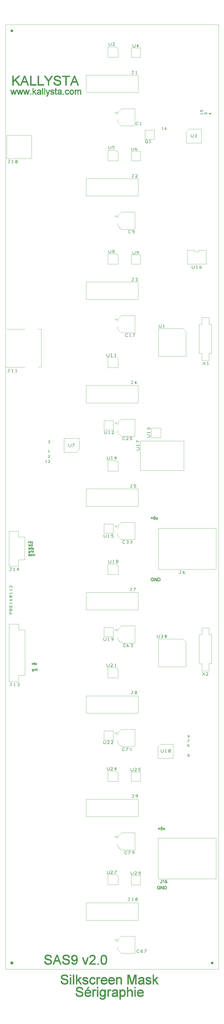
<source format=gbr>
%FSLAX35Y35*%
%MOIN*%
G04 EasyPC Gerber Version 18.0.8 Build 3632 *
%ADD92R,0.03937X0.03937*%
%ADD26C,0.00100*%
%ADD10C,0.00472*%
%ADD118C,0.00709*%
%ADD73C,0.00787*%
%ADD25C,0.03937*%
X0Y0D02*
D02*
D10*
X78745Y177195D02*
X409454D01*
Y1637038*
X78745*
Y177195*
X80157Y1166457D02*
X108976D01*
X80512Y1429843D02*
X119213D01*
Y1465984*
X80512*
Y1429843*
X84134Y853937D02*
X98780D01*
Y845315*
X108622*
Y809843*
X98898*
Y799882*
X84134*
Y853937*
X99134Y710472D02*
Y701496D01*
X108976*
Y631772*
X98780*
Y621575*
X84252*
Y710472*
X99134*
X108976Y1107717D02*
X78937D01*
X129291Y1166220D02*
X134449D01*
X134331Y1166102D02*
Y1107953D01*
X134449D02*
X129646D01*
X193268Y997756D02*
X169606D01*
Y976063*
X188937*
X193268Y980394*
Y997756*
X203858Y253110D02*
X284606D01*
Y280039*
X203858*
Y253110*
Y413150D02*
X284606D01*
Y440079*
X203858*
Y413150*
Y572835D02*
X284606D01*
Y599764*
X203858*
Y572835*
Y732677D02*
X284606D01*
Y759606*
X203858*
Y732677*
Y892559D02*
X284606D01*
Y919488*
X203858*
Y892559*
Y1052441D02*
X284606D01*
Y1079370*
X203858*
Y1052441*
Y1212283D02*
X284606D01*
Y1239213*
X203858*
Y1212283*
Y1372165D02*
X284606D01*
Y1399094*
X203858*
Y1372165*
Y1531969D02*
X284606D01*
Y1558898*
X203858*
Y1531969*
X231575Y531181D02*
X245866D01*
Y545512*
X231575*
Y531181*
Y850866D02*
X245866D01*
Y865197*
X231575*
Y850866*
Y1010709D02*
X245866D01*
Y1025039*
X231575*
Y1010709*
X231614Y690945D02*
X245906D01*
Y705276*
X231614*
Y690945*
X237559Y307835D02*
X253701D01*
Y320630*
X250394Y323937*
X237559*
Y307835*
Y467677D02*
X253701D01*
Y480472*
X250394Y483780*
X237559*
Y467677*
Y627520D02*
X253701D01*
Y640315*
X250394Y643622*
X237559*
Y627520*
Y787283D02*
X253701D01*
Y800079*
X250394Y803386*
X237559*
Y787283*
Y947126D02*
X253701D01*
Y959921*
X250394Y963228*
X237559*
Y947126*
Y1107008D02*
X253701D01*
Y1119803*
X250394Y1123110*
X237559*
Y1107008*
Y1266890D02*
X253701D01*
Y1279685*
X250394Y1282992*
X237559*
Y1266890*
Y1426614D02*
X253701D01*
Y1439409*
X250394Y1442717*
X237559*
Y1426614*
Y1586535D02*
X253701D01*
Y1599331*
X250394Y1602638*
X237559*
Y1586535*
X248228Y222244D02*
X252283D01*
X248228Y382087D02*
X252283D01*
X248228Y541850D02*
X252283D01*
X248228Y701772D02*
X252283D01*
X248228Y861575D02*
X252283D01*
X248228Y1021339D02*
X252283D01*
X248228Y1181260D02*
X252283D01*
X248228Y1341063D02*
X252283D01*
X248228Y1500945D02*
X252283D01*
X250315Y224291D02*
Y220236D01*
Y384134D02*
Y380079D01*
Y543898D02*
Y539843D01*
Y703819D02*
Y699764D01*
Y863622D02*
Y859567D01*
Y1023386D02*
Y1019331D01*
Y1183307D02*
Y1179252D01*
Y1343110D02*
Y1339055D01*
Y1502992D02*
Y1498937D01*
X252992Y207441D02*
Y211181D01*
Y367283D02*
Y371024D01*
Y527047D02*
Y530787D01*
Y686969D02*
Y690709D01*
Y846772D02*
Y850512D01*
Y1006535D02*
Y1010276D01*
Y1166457D02*
Y1170197D01*
Y1326260D02*
Y1330000D01*
Y1486142D02*
Y1489882D01*
X253031Y218976D02*
Y222835D01*
Y378819D02*
Y382677D01*
Y538583D02*
Y542441D01*
Y698504D02*
Y702362D01*
Y858307D02*
Y862165D01*
Y1018071D02*
Y1021929D01*
Y1177992D02*
Y1181850D01*
Y1337795D02*
Y1341654D01*
Y1497677D02*
Y1501535D01*
X253071Y222913D02*
X258406Y228248D01*
X253071Y382756D02*
X258406Y388091D01*
X253071Y542520D02*
X258406Y547854D01*
X253071Y702441D02*
X258406Y707776D01*
X253071Y862244D02*
X258406Y867579D01*
X253071Y1022008D02*
X258406Y1027343D01*
X253071Y1181929D02*
X258406Y1187264D01*
X253071Y1341732D02*
X258406Y1347067D01*
X253071Y1501614D02*
X258406Y1506949D01*
X258268Y202008D02*
X253012Y207264D01*
X258268Y361850D02*
X253012Y367106D01*
X258268Y521614D02*
X253012Y526870D01*
X258268Y681535D02*
X253012Y686791D01*
X258268Y841339D02*
X253012Y846594D01*
X258268Y1001102D02*
X253012Y1006358D01*
X258268Y1161024D02*
X253012Y1166280D01*
X258268Y1320827D02*
X253012Y1326083D01*
X258268Y1480709D02*
X253012Y1485965D01*
X258346Y228346D02*
X279488D01*
X258346Y388189D02*
X279488D01*
X258346Y547953D02*
X279488D01*
X258346Y707874D02*
X279488D01*
X258346Y867677D02*
X279488D01*
X258346Y1027441D02*
X279488D01*
X258346Y1187362D02*
X279488D01*
X258346Y1347165D02*
X279488D01*
X258346Y1507047D02*
X279488D01*
X273819Y307756D02*
X288110D01*
Y322087*
X273819*
Y307756*
Y467559D02*
X288110D01*
Y481890*
X273819*
Y467559*
Y1266811D02*
X288110D01*
Y1281142*
X273819*
Y1266811*
Y1426693D02*
X288110D01*
Y1441024*
X273819*
Y1426693*
Y1586535D02*
X288110D01*
Y1600866*
X273819*
Y1586535*
X279488Y228268D02*
Y201890D01*
Y388110D02*
Y361732D01*
Y547874D02*
Y521496D01*
Y707795D02*
Y681417D01*
Y867598D02*
Y841220D01*
Y1027362D02*
Y1000984D01*
Y1187283D02*
Y1160906D01*
Y1347087D02*
Y1320709D01*
Y1506969D02*
Y1480591D01*
X279528Y201890D02*
X258386D01*
X279528Y361732D02*
X258386D01*
X279528Y521496D02*
X258386D01*
X279528Y681417D02*
X258386D01*
X279528Y841220D02*
X258386D01*
X279528Y1000984D02*
X258386D01*
X279528Y1160906D02*
X258386D01*
X279528Y1320709D02*
X258386D01*
X279528Y1480591D02*
X258386D01*
X288031Y948031D02*
X355433D01*
Y993583*
X288031*
Y948031*
X305315Y998740D02*
X319961D01*
Y1013622*
X305315*
Y998740*
X309567Y1473898D02*
X295276D01*
Y1459567*
X309567*
Y1473898*
X315236Y503346D02*
X338898D01*
Y525039*
X319567*
X315236Y520709*
Y503346*
X315551Y317008D02*
X405512D01*
Y379961*
X315551*
Y317008*
X315906Y795433D02*
X405630D01*
Y858622*
X315906*
Y795433*
X316260Y644724D02*
X358780D01*
Y682756*
X353937Y687598*
X316260*
Y644724*
Y1124291D02*
X358780D01*
Y1162323*
X353937Y1167165*
X316260*
Y1124291*
X359331Y1454094D02*
X382992D01*
Y1475787*
X363661*
X359331Y1471457*
Y1454094*
X372244Y1288228D02*
Y1285551D01*
X377756*
Y1288228*
X390079*
Y1266929*
X360748*
Y1288228*
X372244*
X394606Y704724D02*
Y694252D01*
X398425*
Y649567*
X394488*
Y638268*
X383543*
Y649331*
X379094*
Y694370*
X383543*
Y704724*
X394606*
Y1184252D02*
Y1173780D01*
X398425*
Y1129094*
X394488*
Y1117795*
X383543*
Y1128858*
X379094*
Y1173898*
X383543*
Y1184252*
X394606*
D02*
D25*
X88583Y1627165D03*
X399606Y187008D03*
D02*
D26*
X88346Y1529016D02*
X86142Y1536417D01*
X87402*
X88661Y1532165*
X88976Y1530591*
X89134Y1530748*
Y1530906*
X89291Y1531378*
Y1532008*
X90394Y1536417*
X91811*
X92913Y1532008*
X93228Y1530748*
X93543Y1532165*
X94803Y1536417*
X96220*
X93858Y1529016*
X92283*
X91339Y1533425*
X91181Y1534685*
X89921Y1529016*
X88346*
X98268D02*
X96063Y1536417D01*
X97323*
X98583Y1532165*
X98898Y1530591*
X99055Y1530748*
Y1530906*
X99213Y1531378*
Y1532008*
X100315Y1536417*
X101732*
X102835Y1532008*
X103150Y1530748*
X103465Y1532165*
X104724Y1536417*
X106142*
X103780Y1529016*
X102205*
X101260Y1533425*
X101102Y1534685*
X99843Y1529016*
X98268*
X108189D02*
X105984Y1536417D01*
X107244*
X108504Y1532165*
X108819Y1530591*
X108976Y1530748*
Y1530906*
X109134Y1531378*
Y1532008*
X110236Y1536417*
X111654*
X112756Y1532008*
X113071Y1530748*
X113386Y1532165*
X114646Y1536417*
X116063*
X113701Y1529016*
X112126*
X111181Y1533425*
X111024Y1534685*
X109764Y1529016*
X108189*
X117165D02*
Y1530276D01*
X118425*
Y1529016*
X117165*
X120787D02*
Y1539094D01*
X122047*
Y1533740*
X124882Y1536417*
X126614*
X123780Y1533583*
X126772Y1529016*
X125354*
X122835Y1532795*
X122047Y1532008*
Y1529016*
X120787*
X132598Y1529961D02*
X131969Y1529488D01*
X131339Y1529016*
X130079Y1528858*
X128976Y1529016*
X128189Y1529488*
X127717Y1530118*
X127559Y1530906*
X127874Y1532008*
X128504Y1532638*
X129291Y1533110*
X129764Y1533268*
X130394*
X131654Y1533425*
X132598Y1533740*
Y1534055*
X132441Y1534528*
X132283Y1535000*
X131654Y1535157*
X130866Y1535315*
X130079*
X129606Y1535000*
X129291Y1534685*
X128976Y1534213*
X127717Y1534370*
X128189Y1535630*
X128661Y1535945*
X129291Y1536260*
X131024Y1536575*
X131811*
X132598Y1536260*
X133071Y1536102*
X133386Y1535787*
X133858Y1535000*
Y1534528*
Y1533898*
Y1532323*
Y1530906*
Y1530118*
X134173Y1529016*
X132913*
X132598Y1529961*
Y1532480D02*
X131811Y1532323D01*
X130551Y1532008*
X129921*
X129449Y1531850*
X128976Y1531535*
X128819Y1531063*
X128976Y1530748*
X129134Y1530433*
X129606Y1530118*
X130236*
X131024*
X131496Y1530433*
X132441Y1531063*
X132598Y1531535*
Y1532165*
Y1532480*
X135591Y1529016D02*
Y1539094D01*
X136850*
Y1529016*
X135591*
X138740D02*
Y1539094D01*
X140000*
Y1529016*
X138740*
X141890Y1526181D02*
X141732Y1527441D01*
X142362Y1527283*
X142992Y1527441*
X143307Y1527756*
X143465Y1528071*
X143622Y1528701*
X143780Y1529016*
X141102Y1536417*
X142362*
X143780Y1532323*
X144409Y1530591*
X144882Y1532165*
X146299Y1536417*
X147559*
X145039Y1528858*
X144724Y1527756*
X144409Y1527126*
X144094Y1526654*
X143622Y1526339*
X142677Y1526024*
X141890Y1526181*
X148189Y1531220D02*
X149449Y1531378D01*
X149606Y1530748*
X150079Y1530433*
X150551Y1530118*
X151339*
X152126*
X152598Y1530433*
X152913Y1530748*
X153071Y1531063*
X152913Y1531378*
X152598Y1531693*
X152126Y1531850*
X151339Y1532008*
X150236Y1532323*
X149449Y1532638*
X148661Y1533425*
X148346Y1534370*
X148504Y1535315*
X149134Y1536102*
X149921Y1536417*
X151024Y1536575*
X152598Y1536260*
X153228Y1535945*
X153543Y1535630*
X154016Y1534528*
X152756Y1534370*
X152283Y1535000*
X151811Y1535315*
X151181*
X150394*
X149921Y1535000*
X149764Y1534843*
X149606Y1534528*
X149764Y1534213*
X150236Y1533898*
X150551Y1533740*
X151339Y1533583*
X152441Y1533268*
X153228Y1532953*
X154016Y1532323*
X154331Y1531850*
Y1531220*
X154173Y1530591*
X154016Y1529961*
X153543Y1529488*
X152913Y1529173*
X151339Y1528858*
X150079Y1529016*
X149134Y1529488*
X148504Y1530118*
X148189Y1531220*
X158425Y1530118D02*
X158583Y1529016D01*
X157638Y1528858*
X157008*
X156535Y1529016*
X156063Y1529646*
X155906Y1530118*
Y1531063*
Y1535157*
X154961*
Y1536417*
X155906*
Y1538150*
X157165Y1538937*
Y1536417*
X158425*
Y1535157*
X157165*
Y1531063*
Y1530591*
Y1530433*
X157480Y1530118*
X157953*
X158425*
X164409Y1529961D02*
X163780Y1529488D01*
X163150Y1529016*
X161890Y1528858*
X160787Y1529016*
X160000Y1529488*
X159528Y1530118*
X159370Y1530906*
X159685Y1532008*
X160315Y1532638*
X161102Y1533110*
X161575Y1533268*
X162205*
X163465Y1533425*
X164409Y1533740*
Y1534055*
X164252Y1534528*
X164094Y1535000*
X163465Y1535157*
X162677Y1535315*
X161890*
X161417Y1535000*
X161102Y1534685*
X160787Y1534213*
X159528Y1534370*
X160000Y1535630*
X160472Y1535945*
X161102Y1536260*
X162835Y1536575*
X163622*
X164409Y1536260*
X164882Y1536102*
X165197Y1535787*
X165669Y1535000*
Y1534528*
Y1533898*
Y1532323*
Y1530906*
Y1530118*
X165984Y1529016*
X164724*
X164409Y1529961*
Y1532480D02*
X163622Y1532323D01*
X162362Y1532008*
X161732*
X161260Y1531850*
X160787Y1531535*
X160630Y1531063*
X160787Y1530748*
X160945Y1530433*
X161417Y1530118*
X162047*
X162835*
X163307Y1530433*
X164252Y1531063*
X164409Y1531535*
Y1532165*
Y1532480*
X167717Y1529016D02*
Y1530276D01*
X168976*
Y1529016*
X167717*
X176063Y1531693D02*
X177323Y1531535D01*
X177008Y1530433*
X176378Y1529488*
X175433Y1529016*
X174331Y1528858*
X172913Y1529016*
X171969Y1529803*
X171181Y1531063*
X171024Y1532638*
X171181Y1533740*
X171339Y1534843*
X171969Y1535472*
X172598Y1536102*
X173386Y1536417*
X174331Y1536575*
X175433Y1536417*
X176220Y1535945*
X176850Y1535157*
X177165Y1534213*
X175906Y1534055*
X175276Y1535000*
X174331Y1535315*
X173543Y1535157*
X172913Y1534685*
X172441Y1533898*
X172283Y1532638*
X172441Y1531535*
X172913Y1530748*
X173543Y1530276*
X174331Y1530118*
X174961Y1530276*
X175433Y1530433*
X175906Y1530906*
X176063Y1531693*
X178110Y1532638D02*
X178425Y1534528D01*
X179213Y1535787*
X180157Y1536417*
X181417Y1536575*
X182677Y1536260*
X183780Y1535630*
X184567Y1534370*
X184724Y1532795*
X184567Y1531535*
X184252Y1530591*
X183780Y1529803*
X183150Y1529331*
X182362Y1529016*
X181417Y1528858*
X180157Y1529016*
X179055Y1529803*
X178268Y1531063*
X178110Y1532638*
X179370D02*
X179528Y1531535D01*
X180000Y1530748*
X180630Y1530276*
X181417Y1530118*
X182205Y1530276*
X182835Y1530748*
X183307Y1531535*
X183465Y1532795*
X183307Y1533898*
X182835Y1534685*
X182205Y1535157*
X181417Y1535315*
X180630Y1535157*
X180000Y1534685*
X179528Y1533898*
X179370Y1532638*
X186142Y1529016D02*
Y1536417D01*
X187402*
Y1535157*
X188346Y1536260*
X188819Y1536417*
X189449Y1536575*
X190236Y1536417*
X190709Y1536102*
X191181Y1535787*
X191496Y1535157*
X191969Y1535787*
X192441Y1536260*
X193071Y1536417*
X193701Y1536575*
X194646Y1536417*
X195276Y1535945*
X195748Y1535157*
X195906Y1534055*
Y1529016*
X194646*
Y1533583*
Y1534213*
X194488Y1534528*
X194173Y1535157*
X193386Y1535315*
X192756Y1535157*
X192126Y1534843*
X191811Y1534213*
X191654Y1533110*
Y1529016*
X190394*
Y1533740*
Y1534370*
X190079Y1534843*
X189764Y1535157*
X189134Y1535315*
X188189Y1535000*
X187559Y1534213*
X187402Y1533583*
Y1532795*
Y1529016*
X186142*
X142528Y1526054D02*
X142767D01*
X142059Y1526147D02*
X143048D01*
X141882Y1526241D02*
X143329D01*
X141870Y1526335D02*
X143610D01*
X141859Y1526428D02*
X143757D01*
X141847Y1526522D02*
X143897D01*
X141835Y1526616D02*
X144038D01*
X141824Y1526709D02*
X144132D01*
X141812Y1526803D02*
X144194D01*
X141800Y1526897D02*
X144257D01*
X141789Y1526991D02*
X144319D01*
X141777Y1527084D02*
X144381D01*
X141765Y1527178D02*
X144435D01*
X141754Y1527272D02*
X144482D01*
X141742Y1527365D02*
X142035D01*
X142690D02*
X144529D01*
X143010Y1527459D02*
X144576D01*
X143104Y1527553D02*
X144623D01*
X143198Y1527646D02*
X144670D01*
X143291Y1527740D02*
X144717D01*
X143346Y1527834D02*
X144747D01*
X143393Y1527928D02*
X144774D01*
X143440Y1528021D02*
X144800D01*
X143476Y1528115D02*
X144827D01*
X143499Y1528209D02*
X144854D01*
X143522Y1528302D02*
X144881D01*
X143546Y1528396D02*
X144907D01*
X143569Y1528490D02*
X144934D01*
X143593Y1528583D02*
X144961D01*
X143616Y1528677D02*
X144988D01*
X143657Y1528771D02*
X145015D01*
X130035Y1528865D02*
X130129D01*
X143704D02*
X145041D01*
X151288D02*
X151370D01*
X156989D02*
X157676D01*
X161846D02*
X161940D01*
X174274D02*
X174375D01*
X181367D02*
X181455D01*
X129379Y1528958D02*
X130879D01*
X143751D02*
X145073D01*
X150539D02*
X151839D01*
X156708D02*
X158238D01*
X161190D02*
X162690D01*
X173431D02*
X175031D01*
X180617D02*
X182017D01*
X88336Y1529052D02*
X89929D01*
X92276D02*
X93870D01*
X98257D02*
X99850D01*
X102197D02*
X103791D01*
X108178D02*
X109772D01*
X112118D02*
X113712D01*
X117165D02*
X118425D01*
X120787D02*
X122047D01*
X125330D02*
X126748D01*
X128916D02*
X131387D01*
X132901D02*
X134163D01*
X135591D02*
X136850D01*
X138740D02*
X140000D01*
X143767D02*
X145104D01*
X150006D02*
X152307D01*
X156508D02*
X158578D01*
X160727D02*
X163198D01*
X164712D02*
X165974D01*
X167717D02*
X168976D01*
X172870D02*
X175506D01*
X180107D02*
X182453D01*
X186142D02*
X187402D01*
X190394D02*
X191654D01*
X194646D02*
X195906D01*
X88308Y1529146D02*
X89950D01*
X92256D02*
X93900D01*
X98229D02*
X99871D01*
X102177D02*
X103821D01*
X108150D02*
X109793D01*
X112098D02*
X113742D01*
X117165D02*
X118425D01*
X120787D02*
X122047D01*
X125268D02*
X126687D01*
X128760D02*
X131512D01*
X132870D02*
X134136D01*
X135591D02*
X136850D01*
X138740D02*
X140000D01*
X143733D02*
X145135D01*
X149819D02*
X152776D01*
X156438D02*
X158564D01*
X160571D02*
X163323D01*
X164681D02*
X165947D01*
X167717D02*
X168976D01*
X172757D02*
X175693D01*
X179976D02*
X182687D01*
X186142D02*
X187402D01*
X190394D02*
X191654D01*
X194646D02*
X195906D01*
X88280Y1529239D02*
X89971D01*
X92235D02*
X93930D01*
X98201D02*
X99892D01*
X102157D02*
X103851D01*
X108122D02*
X109813D01*
X112078D02*
X113772D01*
X117165D02*
X118425D01*
X120787D02*
X122047D01*
X125205D02*
X126625D01*
X128604D02*
X131637D01*
X132839D02*
X134109D01*
X135591D02*
X136850D01*
X138740D02*
X140000D01*
X143699D02*
X145167D01*
X149631D02*
X153046D01*
X156368D02*
X158551D01*
X160415D02*
X163448D01*
X164650D02*
X165920D01*
X167717D02*
X168976D01*
X172645D02*
X175880D01*
X179844D02*
X182921D01*
X186142D02*
X187402D01*
X190394D02*
X191654D01*
X194646D02*
X195906D01*
X88252Y1529333D02*
X89992D01*
X92215D02*
X93959D01*
X98173D02*
X99913D01*
X102137D02*
X103881D01*
X108094D02*
X109834D01*
X112058D02*
X113802D01*
X117165D02*
X118425D01*
X120787D02*
X122047D01*
X125143D02*
X126564D01*
X128448D02*
X131762D01*
X132807D02*
X134083D01*
X135591D02*
X136850D01*
X138740D02*
X140000D01*
X143665D02*
X145198D01*
X149444D02*
X153233D01*
X156297D02*
X158537D01*
X160259D02*
X163573D01*
X164619D02*
X165894D01*
X167717D02*
X168976D01*
X172533D02*
X176068D01*
X179713D02*
X183153D01*
X186142D02*
X187402D01*
X190394D02*
X191654D01*
X194646D02*
X195906D01*
X88224Y1529427D02*
X90013D01*
X92195D02*
X93989D01*
X98145D02*
X99934D01*
X102117D02*
X103911D01*
X108067D02*
X109855D01*
X112038D02*
X113832D01*
X117165D02*
X118425D01*
X120787D02*
X122047D01*
X125080D02*
X126502D01*
X128291D02*
X131887D01*
X132776D02*
X134056D01*
X135591D02*
X136850D01*
X138740D02*
X140000D01*
X143631D02*
X145229D01*
X149257D02*
X153420D01*
X156227D02*
X158524D01*
X160102D02*
X163698D01*
X164587D02*
X165867D01*
X167717D02*
X168976D01*
X172420D02*
X176255D01*
X179582D02*
X183278D01*
X186142D02*
X187402D01*
X190394D02*
X191654D01*
X194646D02*
X195906D01*
X88196Y1529520D02*
X90033D01*
X92175D02*
X94019D01*
X98117D02*
X99955D01*
X102096D02*
X103941D01*
X108039D02*
X109876D01*
X112018D02*
X113862D01*
X117165D02*
X118425D01*
X120787D02*
X122047D01*
X125018D02*
X126441D01*
X128165D02*
X132011D01*
X132745D02*
X134029D01*
X135591D02*
X136850D01*
X138740D02*
X140000D01*
X143597D02*
X145260D01*
X149102D02*
X153576D01*
X156157D02*
X158511D01*
X159976D02*
X163822D01*
X164556D02*
X165840D01*
X167717D02*
X168976D01*
X172308D02*
X176400D01*
X179451D02*
X183403D01*
X186142D02*
X187402D01*
X190394D02*
X191654D01*
X194646D02*
X195906D01*
X88168Y1529614D02*
X90054D01*
X92155D02*
X94049D01*
X98089D02*
X99976D01*
X102076D02*
X103970D01*
X108011D02*
X109897D01*
X111998D02*
X113892D01*
X117165D02*
X118425D01*
X120787D02*
X122047D01*
X124956D02*
X126380D01*
X128094D02*
X132137D01*
X132714D02*
X134002D01*
X135591D02*
X136850D01*
X138740D02*
X140000D01*
X143563D02*
X145291D01*
X149008D02*
X153669D01*
X156087D02*
X158497D01*
X159906D02*
X163948D01*
X164525D02*
X165813D01*
X167717D02*
X168976D01*
X172195D02*
X176462D01*
X179320D02*
X183528D01*
X186142D02*
X187402D01*
X190394D02*
X191654D01*
X194646D02*
X195906D01*
X88140Y1529708D02*
X90075D01*
X92135D02*
X94079D01*
X98061D02*
X99996D01*
X102056D02*
X104000D01*
X107983D02*
X109918D01*
X111978D02*
X113922D01*
X117165D02*
X118425D01*
X120787D02*
X122047D01*
X124893D02*
X126318D01*
X128024D02*
X132261D01*
X132683D02*
X133976D01*
X135591D02*
X136850D01*
X138740D02*
X140000D01*
X143529D02*
X145322D01*
X148914D02*
X153763D01*
X156042D02*
X158484D01*
X159835D02*
X164072D01*
X164494D02*
X165787D01*
X167717D02*
X168976D01*
X172083D02*
X176524D01*
X179189D02*
X183652D01*
X186142D02*
X187402D01*
X190394D02*
X191654D01*
X194646D02*
X195906D01*
X88112Y1529802D02*
X90096D01*
X92115D02*
X94109D01*
X98033D02*
X100017D01*
X102036D02*
X104030D01*
X107955D02*
X109939D01*
X111957D02*
X113952D01*
X117165D02*
X118425D01*
X120787D02*
X122047D01*
X124830D02*
X126257D01*
X127954D02*
X132386D01*
X132652D02*
X133949D01*
X135591D02*
X136850D01*
X138740D02*
X140000D01*
X143495D02*
X145354D01*
X148820D02*
X153857D01*
X156011D02*
X158470D01*
X159765D02*
X164197D01*
X164463D02*
X165760D01*
X167717D02*
X168976D01*
X171970D02*
X176587D01*
X179056D02*
X183780D01*
X186142D02*
X187402D01*
X190394D02*
X191654D01*
X194646D02*
X195906D01*
X88085Y1529895D02*
X90117D01*
X92095D02*
X94139D01*
X98006D02*
X100038D01*
X102016D02*
X104060D01*
X107927D02*
X109959D01*
X111937D02*
X113981D01*
X117165D02*
X118425D01*
X120787D02*
X122047D01*
X124768D02*
X126195D01*
X127883D02*
X132511D01*
X132620D02*
X133922D01*
X135591D02*
X136850D01*
X138740D02*
X140000D01*
X143461D02*
X145385D01*
X148727D02*
X153950D01*
X155980D02*
X158457D01*
X159694D02*
X164322D01*
X164431D02*
X165733D01*
X167717D02*
X168976D01*
X171911D02*
X176649D01*
X178998D02*
X183835D01*
X186142D02*
X187402D01*
X190394D02*
X191654D01*
X194646D02*
X195906D01*
X88057Y1529989D02*
X90137D01*
X92075D02*
X94169D01*
X97978D02*
X100059D01*
X101996D02*
X104090D01*
X107899D02*
X109980D01*
X111917D02*
X114011D01*
X117165D02*
X118425D01*
X120787D02*
X122047D01*
X124706D02*
X126134D01*
X127813D02*
X133895D01*
X135591D02*
X136850D01*
X138740D02*
X140000D01*
X143428D02*
X145416D01*
X148633D02*
X154023D01*
X155948D02*
X158444D01*
X159624D02*
X165706D01*
X167717D02*
X168976D01*
X171852D02*
X176712D01*
X178939D02*
X183891D01*
X186142D02*
X187402D01*
X190394D02*
X191654D01*
X194646D02*
X195906D01*
X88029Y1530083D02*
X90158D01*
X92055D02*
X94199D01*
X97950D02*
X100080D01*
X101976D02*
X104120D01*
X107871D02*
X110001D01*
X111897D02*
X114041D01*
X117165D02*
X118425D01*
X120787D02*
X122047D01*
X124643D02*
X126072D01*
X127743D02*
X133869D01*
X135591D02*
X136850D01*
X138740D02*
X140000D01*
X143394D02*
X145448D01*
X148539D02*
X154046D01*
X155917D02*
X158430D01*
X159554D02*
X165680D01*
X167717D02*
X168976D01*
X171794D02*
X176774D01*
X178880D02*
X183947D01*
X186142D02*
X187402D01*
X190394D02*
X191654D01*
X194646D02*
X195906D01*
X88001Y1530176D02*
X90179D01*
X92035D02*
X94229D01*
X97922D02*
X100100D01*
X101956D02*
X104150D01*
X107843D02*
X110022D01*
X111877D02*
X114071D01*
X117165D02*
X118425D01*
X120787D02*
X122047D01*
X124581D02*
X126011D01*
X127705D02*
X129519D01*
X131111D02*
X133858D01*
X135591D02*
X136850D01*
X138740D02*
X140000D01*
X143360D02*
X145479D01*
X148487D02*
X150464D01*
X152213D02*
X154070D01*
X155906D02*
X157422D01*
X159516D02*
X161330D01*
X162922D02*
X165669D01*
X167717D02*
X168976D01*
X171735D02*
X174039D01*
X174564D02*
X176837D01*
X178822D02*
X181126D01*
X181709D02*
X184004D01*
X186142D02*
X187402D01*
X190394D02*
X191654D01*
X194646D02*
X195906D01*
X87973Y1530270D02*
X90200D01*
X92015D02*
X94259D01*
X97894D02*
X100121D01*
X101936D02*
X104180D01*
X107815D02*
X110043D01*
X111857D02*
X114101D01*
X117165D02*
X118425D01*
X120787D02*
X122047D01*
X124518D02*
X125950D01*
X127686D02*
X129378D01*
X131252D02*
X133858D01*
X135591D02*
X136850D01*
X138740D02*
X140000D01*
X143326D02*
X145510D01*
X148461D02*
X150323D01*
X152354D02*
X154093D01*
X155906D02*
X157328D01*
X159497D02*
X161189D01*
X163063D02*
X165669D01*
X167717D02*
X168976D01*
X171677D02*
X173571D01*
X174939D02*
X176899D01*
X178763D02*
X180657D01*
X182177D02*
X184060D01*
X186142D02*
X187402D01*
X190394D02*
X191654D01*
X194646D02*
X195906D01*
X87945Y1530364D02*
X90221D01*
X91994D02*
X94289D01*
X97866D02*
X100142D01*
X101916D02*
X104210D01*
X107787D02*
X110063D01*
X111837D02*
X114131D01*
X120787D02*
X122047D01*
X124456D02*
X125889D01*
X127667D02*
X129238D01*
X131392D02*
X133858D01*
X135591D02*
X136850D01*
X138740D02*
X140000D01*
X143292D02*
X145541D01*
X148434D02*
X150183D01*
X152494D02*
X154117D01*
X155906D02*
X157235D01*
X159478D02*
X161049D01*
X163203D02*
X165669D01*
X171618D02*
X173426D01*
X175225D02*
X176962D01*
X178705D02*
X180512D01*
X182322D02*
X184116D01*
X186142D02*
X187402D01*
X190394D02*
X191654D01*
X194646D02*
X195906D01*
X87917Y1530457D02*
X90242D01*
X91974D02*
X94319D01*
X97838D02*
X100163D01*
X101896D02*
X104240D01*
X107759D02*
X110084D01*
X111817D02*
X114161D01*
X120787D02*
X122047D01*
X124393D02*
X125827D01*
X127649D02*
X129122D01*
X131533D02*
X133858D01*
X135591D02*
X136850D01*
X138740D02*
X140000D01*
X143258D02*
X145572D01*
X148407D02*
X150042D01*
X152623D02*
X154140D01*
X155906D02*
X157165D01*
X159460D02*
X160933D01*
X163344D02*
X165669D01*
X171559D02*
X173301D01*
X175457D02*
X177015D01*
X178646D02*
X180387D01*
X182447D02*
X184172D01*
X186142D02*
X187402D01*
X190394D02*
X191654D01*
X194646D02*
X195906D01*
X87889Y1530551D02*
X90263D01*
X91954D02*
X94348D01*
X97810D02*
X100184D01*
X101876D02*
X104270D01*
X107731D02*
X110105D01*
X111797D02*
X114191D01*
X120787D02*
X122047D01*
X124331D02*
X125766D01*
X127630D02*
X129075D01*
X131673D02*
X133858D01*
X135591D02*
X136850D01*
X138740D02*
X140000D01*
X143224D02*
X145604D01*
X148380D02*
X149902D01*
X152717D02*
X154163D01*
X155906D02*
X157165D01*
X159441D02*
X160886D01*
X163484D02*
X165669D01*
X171501D02*
X173176D01*
X175551D02*
X177042D01*
X178587D02*
X180263D01*
X182572D02*
X184228D01*
X186142D02*
X187402D01*
X190394D02*
X191654D01*
X194646D02*
X195906D01*
X87861Y1530645D02*
X88965D01*
X89031D02*
X90283D01*
X91934D02*
X94378D01*
X97782D02*
X98887D01*
X98952D02*
X100205D01*
X101856D02*
X104300D01*
X107704D02*
X108808D01*
X108873D02*
X110126D01*
X111777D02*
X114221D01*
X120787D02*
X122047D01*
X124268D02*
X125704D01*
X127611D02*
X129028D01*
X131814D02*
X133858D01*
X135591D02*
X136850D01*
X138740D02*
X140000D01*
X143190D02*
X144390D01*
X144426D02*
X145635D01*
X148354D02*
X149761D01*
X152810D02*
X154187D01*
X155906D02*
X157165D01*
X159422D02*
X160839D01*
X163625D02*
X165669D01*
X171443D02*
X173051D01*
X175645D02*
X177069D01*
X178529D02*
X180137D01*
X182697D02*
X184270D01*
X186142D02*
X187402D01*
X190394D02*
X191654D01*
X194646D02*
X195906D01*
X87833Y1530739D02*
X88947D01*
X89124D02*
X90304D01*
X91914D02*
X94408D01*
X97755D02*
X98868D01*
X99046D02*
X100225D01*
X101835D02*
X104330D01*
X107676D02*
X108789D01*
X108967D02*
X110146D01*
X111757D02*
X114251D01*
X120787D02*
X122047D01*
X124206D02*
X125643D01*
X127593D02*
X128981D01*
X131954D02*
X133858D01*
X135591D02*
X136850D01*
X138740D02*
X140000D01*
X143156D02*
X144356D01*
X144454D02*
X145666D01*
X148327D02*
X149620D01*
X152904D02*
X154210D01*
X155906D02*
X157165D01*
X159404D02*
X160792D01*
X163765D02*
X165669D01*
X171384D02*
X172926D01*
X175739D02*
X177095D01*
X178470D02*
X180013D01*
X182822D02*
X184301D01*
X186142D02*
X187402D01*
X190394D02*
X191654D01*
X194646D02*
X195906D01*
X87806Y1530832D02*
X88928D01*
X89134D02*
X90325D01*
X91894D02*
X93207D01*
X93247D02*
X94438D01*
X97727D02*
X98849D01*
X99055D02*
X100246D01*
X101815D02*
X103129D01*
X103169D02*
X104359D01*
X107648D02*
X108770D01*
X108976D02*
X110167D01*
X111737D02*
X113050D01*
X113090D02*
X114281D01*
X120787D02*
X122047D01*
X124143D02*
X125581D01*
X127574D02*
X128934D01*
X132095D02*
X133858D01*
X135591D02*
X136850D01*
X138740D02*
X140000D01*
X143122D02*
X144322D01*
X144482D02*
X145697D01*
X148300D02*
X149585D01*
X152956D02*
X154233D01*
X155906D02*
X157165D01*
X159385D02*
X160745D01*
X163906D02*
X165669D01*
X171325D02*
X172863D01*
X175832D02*
X177122D01*
X178412D02*
X179950D01*
X182885D02*
X184333D01*
X186142D02*
X187402D01*
X190394D02*
X191654D01*
X194646D02*
X195906D01*
X87778Y1530926D02*
X88909D01*
X89141D02*
X90346D01*
X91874D02*
X93184D01*
X93268D02*
X94468D01*
X97699D02*
X98831D01*
X99062D02*
X100267D01*
X101795D02*
X103105D01*
X103189D02*
X104389D01*
X107620D02*
X108752D01*
X108983D02*
X110188D01*
X111717D02*
X113026D01*
X113110D02*
X114311D01*
X120787D02*
X122047D01*
X124081D02*
X125520D01*
X127565D02*
X128887D01*
X132235D02*
X133858D01*
X135591D02*
X136850D01*
X138740D02*
X140000D01*
X143089D02*
X144287D01*
X144510D02*
X145729D01*
X148273D02*
X149562D01*
X153002D02*
X154257D01*
X155906D02*
X157165D01*
X159376D02*
X160698D01*
X164046D02*
X165669D01*
X171267D02*
X172807D01*
X175909D02*
X177149D01*
X178353D02*
X179893D01*
X182941D02*
X184364D01*
X186142D02*
X187402D01*
X190394D02*
X191654D01*
X194646D02*
X195906D01*
X87750Y1531020D02*
X88891D01*
X89172D02*
X90367D01*
X91854D02*
X93161D01*
X93289D02*
X94498D01*
X97671D02*
X98812D01*
X99093D02*
X100288D01*
X101775D02*
X103082D01*
X103210D02*
X104419D01*
X107592D02*
X108733D01*
X109015D02*
X110209D01*
X111696D02*
X113003D01*
X113131D02*
X114340D01*
X120787D02*
X122047D01*
X124019D02*
X125459D01*
X127592D02*
X128841D01*
X132376D02*
X133858D01*
X135591D02*
X136850D01*
X138740D02*
X140000D01*
X143055D02*
X144254D01*
X144538D02*
X145760D01*
X148246D02*
X149539D01*
X153049D02*
X154280D01*
X155906D02*
X157165D01*
X159403D02*
X160652D01*
X164187D02*
X165669D01*
X171208D02*
X172750D01*
X175928D02*
X177176D01*
X178295D02*
X179837D01*
X182998D02*
X184395D01*
X186142D02*
X187402D01*
X190394D02*
X191654D01*
X194646D02*
X195906D01*
X87722Y1531113D02*
X88872D01*
X89203D02*
X90387D01*
X91834D02*
X93137D01*
X93309D02*
X94528D01*
X97643D02*
X98793D01*
X99124D02*
X100309D01*
X101755D02*
X103058D01*
X103231D02*
X104449D01*
X107564D02*
X108714D01*
X109046D02*
X110230D01*
X111676D02*
X112980D01*
X113152D02*
X114370D01*
X120787D02*
X122047D01*
X123956D02*
X125397D01*
X127619D02*
X128836D01*
X132458D02*
X133858D01*
X135591D02*
X136850D01*
X138740D02*
X140000D01*
X143021D02*
X144219D01*
X144566D02*
X145791D01*
X148220D02*
X149515D01*
X153046D02*
X154304D01*
X155906D02*
X157165D01*
X159430D02*
X160647D01*
X164269D02*
X165669D01*
X171176D02*
X172694D01*
X175947D02*
X177202D01*
X178263D02*
X179781D01*
X183054D02*
X184426D01*
X186142D02*
X187402D01*
X190394D02*
X191654D01*
X194646D02*
X195906D01*
X87694Y1531207D02*
X88853D01*
X89234D02*
X90408D01*
X91814D02*
X93114D01*
X93330D02*
X94557D01*
X97615D02*
X98774D01*
X99156D02*
X100330D01*
X101735D02*
X103035D01*
X103252D02*
X104479D01*
X107536D02*
X108696D01*
X109077D02*
X110251D01*
X111656D02*
X112956D01*
X113173D02*
X114400D01*
X120787D02*
X122047D01*
X123893D02*
X125336D01*
X127645D02*
X128867D01*
X132489D02*
X133858D01*
X135591D02*
X136850D01*
X138740D02*
X140000D01*
X142987D02*
X144185D01*
X144594D02*
X145822D01*
X148193D02*
X149492D01*
X152999D02*
X154327D01*
X155906D02*
X157165D01*
X159456D02*
X160678D01*
X164300D02*
X165669D01*
X171167D02*
X172638D01*
X175966D02*
X177229D01*
X178253D02*
X179724D01*
X183110D02*
X184457D01*
X186142D02*
X187402D01*
X190394D02*
X191654D01*
X194646D02*
X195906D01*
X87666Y1531301D02*
X88834D01*
X89266D02*
X90429D01*
X91794D02*
X93090D01*
X93351D02*
X94587D01*
X97587D02*
X98756D01*
X99187D02*
X100350D01*
X101715D02*
X103011D01*
X103272D02*
X104509D01*
X107508D02*
X108677D01*
X109108D02*
X110272D01*
X111636D02*
X112933D01*
X113194D02*
X114430D01*
X120787D02*
X122047D01*
X123831D02*
X125274D01*
X127672D02*
X128898D01*
X132520D02*
X133858D01*
X135591D02*
X136850D01*
X138740D02*
X140000D01*
X142953D02*
X144151D01*
X144622D02*
X145854D01*
X148831D02*
X149468D01*
X152952D02*
X154331D01*
X155906D02*
X157165D01*
X159483D02*
X160709D01*
X164331D02*
X165669D01*
X171157D02*
X172582D01*
X175985D02*
X177256D01*
X178244D02*
X179669D01*
X183166D02*
X184489D01*
X186142D02*
X187402D01*
X190394D02*
X191654D01*
X194646D02*
X195906D01*
X87638Y1531394D02*
X88816D01*
X89291D02*
X90450D01*
X91774D02*
X93067D01*
X93372D02*
X94617D01*
X97559D02*
X98737D01*
X99213D02*
X100371D01*
X101695D02*
X102988D01*
X103293D02*
X104539D01*
X107480D02*
X108658D01*
X109134D02*
X110293D01*
X111616D02*
X112909D01*
X113215D02*
X114460D01*
X120787D02*
X122047D01*
X123769D02*
X125213D01*
X127699D02*
X128930D01*
X132552D02*
X133858D01*
X135591D02*
X136850D01*
X138740D02*
X140000D01*
X142919D02*
X144117D01*
X144651D02*
X145885D01*
X152897D02*
X154331D01*
X155906D02*
X157165D01*
X159510D02*
X160741D01*
X164363D02*
X165669D01*
X171148D02*
X172526D01*
X176003D02*
X177283D01*
X178235D02*
X179612D01*
X183222D02*
X184520D01*
X186142D02*
X187402D01*
X190394D02*
X191654D01*
X194646D02*
X195906D01*
X87610Y1531488D02*
X88797D01*
X89291D02*
X90471D01*
X91754D02*
X93043D01*
X93393D02*
X94647D01*
X97531D02*
X98718D01*
X99213D02*
X100392D01*
X101675D02*
X102965D01*
X103314D02*
X104569D01*
X107452D02*
X108639D01*
X109134D02*
X110313D01*
X111596D02*
X112886D01*
X113235D02*
X114490D01*
X120787D02*
X122047D01*
X123706D02*
X125152D01*
X127726D02*
X128961D01*
X132583D02*
X133858D01*
X135591D02*
X136850D01*
X138740D02*
X140000D01*
X142885D02*
X144083D01*
X144679D02*
X145916D01*
X152803D02*
X154331D01*
X155906D02*
X157165D01*
X159537D02*
X160772D01*
X164394D02*
X165669D01*
X171139D02*
X172469D01*
X176022D02*
X177309D01*
X178225D02*
X179556D01*
X183279D02*
X184551D01*
X186142D02*
X187402D01*
X190394D02*
X191654D01*
X194646D02*
X195906D01*
X87582Y1531582D02*
X88778D01*
X89291D02*
X90491D01*
X91733D02*
X93020D01*
X93414D02*
X94677D01*
X97503D02*
X98699D01*
X99213D02*
X100413D01*
X101655D02*
X102941D01*
X103335D02*
X104598D01*
X107424D02*
X108620D01*
X109134D02*
X110334D01*
X111576D02*
X112863D01*
X113256D02*
X114520D01*
X120787D02*
X122047D01*
X123644D02*
X125091D01*
X127752D02*
X129046D01*
X132598D02*
X133858D01*
X135591D02*
X136850D01*
X138740D02*
X140000D01*
X142851D02*
X144049D01*
X144707D02*
X145947D01*
X152709D02*
X154331D01*
X155906D02*
X157165D01*
X159563D02*
X160857D01*
X164409D02*
X165669D01*
X171129D02*
X172434D01*
X176041D02*
X176951D01*
X178216D02*
X179521D01*
X183313D02*
X184573D01*
X186142D02*
X187402D01*
X190394D02*
X191654D01*
X194646D02*
X195906D01*
X87554Y1531676D02*
X88759D01*
X89291D02*
X90512D01*
X91713D02*
X92996D01*
X93435D02*
X94707D01*
X97476D02*
X98681D01*
X99213D02*
X100433D01*
X101635D02*
X102918D01*
X103356D02*
X104628D01*
X107397D02*
X108602D01*
X109134D02*
X110355D01*
X111556D02*
X112839D01*
X113277D02*
X114550D01*
X120787D02*
X122047D01*
X123581D02*
X125029D01*
X127779D02*
X129187D01*
X132598D02*
X133858D01*
X135591D02*
X136850D01*
X138740D02*
X140000D01*
X142817D02*
X144015D01*
X144735D02*
X145978D01*
X152616D02*
X154331D01*
X155906D02*
X157165D01*
X159590D02*
X160998D01*
X164409D02*
X165669D01*
X171120D02*
X172421D01*
X176059D02*
X176202D01*
X178206D02*
X179507D01*
X183325D02*
X184584D01*
X186142D02*
X187402D01*
X190394D02*
X191654D01*
X194646D02*
X195906D01*
X87526Y1531769D02*
X88741D01*
X89291D02*
X90533D01*
X91693D02*
X92973D01*
X93455D02*
X94737D01*
X97448D02*
X98662D01*
X99213D02*
X100454D01*
X101615D02*
X102894D01*
X103376D02*
X104658D01*
X107369D02*
X108583D01*
X109134D02*
X110376D01*
X111536D02*
X112816D01*
X113298D02*
X114580D01*
X120787D02*
X122047D01*
X123519D02*
X124968D01*
X127806D02*
X129327D01*
X132598D02*
X133858D01*
X135591D02*
X136850D01*
X138740D02*
X140000D01*
X142783D02*
X143981D01*
X144763D02*
X146010D01*
X152369D02*
X154331D01*
X155906D02*
X157165D01*
X159617D02*
X161138D01*
X164409D02*
X165669D01*
X171111D02*
X172407D01*
X178197D02*
X179494D01*
X183336D02*
X184596D01*
X186142D02*
X187402D01*
X190394D02*
X191654D01*
X194646D02*
X195906D01*
X87498Y1531863D02*
X88722D01*
X89291D02*
X90554D01*
X91673D02*
X92950D01*
X93476D02*
X94767D01*
X97420D02*
X98643D01*
X99213D02*
X100475D01*
X101594D02*
X102871D01*
X103397D02*
X104688D01*
X107341D02*
X108565D01*
X109134D02*
X110396D01*
X111516D02*
X112792D01*
X113319D02*
X114609D01*
X120787D02*
X122047D01*
X123456D02*
X124906D01*
X127833D02*
X129487D01*
X132598D02*
X133858D01*
X135591D02*
X136850D01*
X138740D02*
X140000D01*
X142750D02*
X143947D01*
X144791D02*
X146041D01*
X152063D02*
X154322D01*
X155906D02*
X157165D01*
X159644D02*
X161298D01*
X164409D02*
X165669D01*
X171101D02*
X172394D01*
X178188D02*
X179481D01*
X183348D02*
X184608D01*
X186142D02*
X187402D01*
X190394D02*
X191654D01*
X194646D02*
X195906D01*
X87470Y1531957D02*
X88703D01*
X89291D02*
X90575D01*
X91653D02*
X92926D01*
X93497D02*
X94797D01*
X97392D02*
X98624D01*
X99213D02*
X100496D01*
X101574D02*
X102848D01*
X103418D02*
X104718D01*
X107313D02*
X108546D01*
X109134D02*
X110417D01*
X111496D02*
X112769D01*
X113339D02*
X114639D01*
X120787D02*
X122047D01*
X123394D02*
X124845D01*
X127859D02*
X129768D01*
X132598D02*
X133858D01*
X135591D02*
X136850D01*
X138740D02*
X140000D01*
X142716D02*
X143913D01*
X144819D02*
X146072D01*
X151594D02*
X154260D01*
X155906D02*
X157165D01*
X159670D02*
X161579D01*
X164409D02*
X165669D01*
X171092D02*
X172381D01*
X178178D02*
X179467D01*
X183360D02*
X184620D01*
X186142D02*
X187402D01*
X190394D02*
X191654D01*
X194646D02*
X195906D01*
X87443Y1532050D02*
X88684D01*
X89302D02*
X90596D01*
X91633D02*
X92903D01*
X93518D02*
X94827D01*
X97364D02*
X98606D01*
X99223D02*
X100517D01*
X101554D02*
X102824D01*
X103439D02*
X104748D01*
X107285D02*
X108527D01*
X109144D02*
X110438D01*
X111476D02*
X112745D01*
X113360D02*
X114669D01*
X120787D02*
X122090D01*
X123331D02*
X124783D01*
X127917D02*
X130721D01*
X132598D02*
X133858D01*
X135591D02*
X136850D01*
X138740D02*
X140000D01*
X142682D02*
X143879D01*
X144847D02*
X146104D01*
X151190D02*
X154197D01*
X155906D02*
X157165D01*
X159728D02*
X162532D01*
X164409D02*
X165669D01*
X171082D02*
X172367D01*
X178169D02*
X179454D01*
X183372D02*
X184631D01*
X186142D02*
X187402D01*
X190394D02*
X191654D01*
X194646D02*
X195906D01*
X87415Y1532144D02*
X88666D01*
X89326D02*
X90617D01*
X91613D02*
X92880D01*
X93539D02*
X94857D01*
X97336D02*
X98587D01*
X99247D02*
X100538D01*
X101534D02*
X102801D01*
X103460D02*
X104778D01*
X107257D02*
X108508D01*
X109168D02*
X110459D01*
X111456D02*
X112722D01*
X113381D02*
X114699D01*
X120787D02*
X122183D01*
X123269D02*
X124722D01*
X128010D02*
X131096D01*
X132598D02*
X133858D01*
X135591D02*
X136850D01*
X138740D02*
X140000D01*
X142648D02*
X143844D01*
X144876D02*
X146135D01*
X150862D02*
X154135D01*
X155906D02*
X157165D01*
X159821D02*
X162907D01*
X164409D02*
X165669D01*
X171073D02*
X172354D01*
X178159D02*
X179441D01*
X183383D02*
X184643D01*
X186142D02*
X187402D01*
X190394D02*
X191654D01*
X194646D02*
X195906D01*
X87387Y1532238D02*
X88640D01*
X89349D02*
X90637D01*
X91593D02*
X92856D01*
X93565D02*
X94887D01*
X97308D02*
X98561D01*
X99270D02*
X100559D01*
X101514D02*
X102777D01*
X103486D02*
X104808D01*
X107229D02*
X108482D01*
X109191D02*
X110480D01*
X111435D02*
X112698D01*
X113407D02*
X114729D01*
X120787D02*
X122277D01*
X123206D02*
X124661D01*
X128104D02*
X131471D01*
X132598D02*
X133858D01*
X135591D02*
X136850D01*
X138740D02*
X140000D01*
X142614D02*
X143811D01*
X144906D02*
X146166D01*
X150534D02*
X154072D01*
X155906D02*
X157165D01*
X159915D02*
X163282D01*
X164409D02*
X165669D01*
X171064D02*
X172341D01*
X178150D02*
X179427D01*
X183395D02*
X184655D01*
X186142D02*
X187402D01*
X190394D02*
X191654D01*
X194646D02*
X195906D01*
X87359Y1532331D02*
X88612D01*
X89372D02*
X90658D01*
X91573D02*
X92833D01*
X93593D02*
X94917D01*
X97280D02*
X98533D01*
X99294D02*
X100580D01*
X101494D02*
X102754D01*
X103514D02*
X104838D01*
X107201D02*
X108455D01*
X109215D02*
X110501D01*
X111415D02*
X112675D01*
X113435D02*
X114759D01*
X120787D02*
X122371D01*
X123144D02*
X124599D01*
X128198D02*
X131854D01*
X132598D02*
X133858D01*
X135591D02*
X136850D01*
X138740D02*
X140000D01*
X142580D02*
X143776D01*
X144937D02*
X146197D01*
X150215D02*
X154005D01*
X155906D02*
X157165D01*
X160009D02*
X163665D01*
X164409D02*
X165669D01*
X171054D02*
X172327D01*
X178141D02*
X179414D01*
X183407D02*
X184667D01*
X186142D02*
X187402D01*
X190394D02*
X191654D01*
X194646D02*
X195906D01*
X87331Y1532425D02*
X88584D01*
X89396D02*
X90679D01*
X91553D02*
X92809D01*
X93620D02*
X94946D01*
X97252D02*
X98506D01*
X99317D02*
X100600D01*
X101474D02*
X102730D01*
X103542D02*
X104868D01*
X107173D02*
X108427D01*
X109238D02*
X110521D01*
X111395D02*
X112652D01*
X113463D02*
X114789D01*
X120787D02*
X122465D01*
X123081D02*
X124538D01*
X128291D02*
X132323D01*
X132598D02*
X133858D01*
X135591D02*
X136850D01*
X138740D02*
X140000D01*
X142546D02*
X143744D01*
X144969D02*
X146228D01*
X149980D02*
X153888D01*
X155906D02*
X157165D01*
X160102D02*
X164134D01*
X164409D02*
X165669D01*
X171045D02*
X172314D01*
X178131D02*
X179400D01*
X183419D02*
X184678D01*
X186142D02*
X187402D01*
X190394D02*
X191654D01*
X194646D02*
X195906D01*
X87303Y1532519D02*
X88557D01*
X89419D02*
X90700D01*
X91533D02*
X92786D01*
X93648D02*
X94976D01*
X97224D02*
X98478D01*
X99341D02*
X100621D01*
X101454D02*
X102707D01*
X103569D02*
X104898D01*
X107146D02*
X108399D01*
X109262D02*
X110542D01*
X111375D02*
X112628D01*
X113491D02*
X114819D01*
X120787D02*
X122558D01*
X123019D02*
X124476D01*
X128385D02*
X133858D01*
X135591D02*
X136850D01*
X138740D02*
X140000D01*
X142513D02*
X143712D01*
X145000D02*
X146259D01*
X149746D02*
X153771D01*
X155906D02*
X157165D01*
X160196D02*
X165669D01*
X171035D02*
X172300D01*
X178122D02*
X179387D01*
X183430D02*
X184690D01*
X186142D02*
X187402D01*
X190394D02*
X191654D01*
X194646D02*
X195906D01*
X87275Y1532613D02*
X88529D01*
X89443D02*
X90720D01*
X91513D02*
X92762D01*
X93676D02*
X95006D01*
X97196D02*
X98450D01*
X99364D02*
X100642D01*
X101434D02*
X102683D01*
X103597D02*
X104928D01*
X107118D02*
X108371D01*
X109285D02*
X110563D01*
X111355D02*
X112605D01*
X113519D02*
X114849D01*
X120787D02*
X122652D01*
X122956D02*
X124415D01*
X128479D02*
X133858D01*
X135591D02*
X136850D01*
X138740D02*
X140000D01*
X142478D02*
X143679D01*
X145031D02*
X146291D01*
X149512D02*
X153654D01*
X155906D02*
X157165D01*
X160290D02*
X165669D01*
X171026D02*
X172287D01*
X178113D02*
X179374D01*
X183442D02*
X184702D01*
X186142D02*
X187402D01*
X190394D02*
X191654D01*
X194646D02*
X195906D01*
X87247Y1532706D02*
X88501D01*
X89466D02*
X90741D01*
X91493D02*
X92739D01*
X93704D02*
X95036D01*
X97169D02*
X98422D01*
X99387D02*
X100663D01*
X101414D02*
X102660D01*
X103625D02*
X104957D01*
X107090D02*
X108344D01*
X109309D02*
X110584D01*
X111335D02*
X112581D01*
X113546D02*
X114879D01*
X120787D02*
X122746D01*
X122894D02*
X124354D01*
X128618D02*
X133858D01*
X135591D02*
X136850D01*
X138740D02*
X140000D01*
X142444D02*
X143647D01*
X145062D02*
X146322D01*
X149380D02*
X153537D01*
X155906D02*
X157165D01*
X160429D02*
X165669D01*
X171033D02*
X172292D01*
X178122D02*
X179379D01*
X183454D02*
X184713D01*
X186142D02*
X187402D01*
X190394D02*
X191654D01*
X194646D02*
X195906D01*
X87219Y1532800D02*
X88473D01*
X89489D02*
X90762D01*
X91472D02*
X92715D01*
X93731D02*
X95066D01*
X97141D02*
X98394D01*
X99411D02*
X100683D01*
X101394D02*
X102637D01*
X103653D02*
X104987D01*
X107062D02*
X108316D01*
X109332D02*
X110605D01*
X111315D02*
X112558D01*
X113574D02*
X114909D01*
X120787D02*
X124292D01*
X128774D02*
X133858D01*
X135591D02*
X136850D01*
X138740D02*
X140000D01*
X142411D02*
X143614D01*
X145093D02*
X146353D01*
X149287D02*
X153419D01*
X155906D02*
X157165D01*
X160585D02*
X165669D01*
X171047D02*
X172304D01*
X178137D02*
X179390D01*
X183464D02*
X184724D01*
X186142D02*
X187402D01*
X190394D02*
X191654D01*
X194646D02*
X195906D01*
X87191Y1532894D02*
X88446D01*
X89513D02*
X90783D01*
X91452D02*
X92692D01*
X93759D02*
X95096D01*
X97113D02*
X98367D01*
X99434D02*
X100704D01*
X101374D02*
X102613D01*
X103680D02*
X105017D01*
X107034D02*
X108288D01*
X109356D02*
X110626D01*
X111295D02*
X112535D01*
X113602D02*
X114939D01*
X120787D02*
X124231D01*
X128930D02*
X133858D01*
X135591D02*
X136850D01*
X138740D02*
X140000D01*
X142377D02*
X143582D01*
X145125D02*
X146385D01*
X149193D02*
X153302D01*
X155906D02*
X157165D01*
X160741D02*
X165669D01*
X171060D02*
X172315D01*
X178153D02*
X179402D01*
X183450D02*
X184715D01*
X186142D02*
X187402D01*
X190394D02*
X191654D01*
X194646D02*
X195906D01*
X87163Y1532987D02*
X88418D01*
X89536D02*
X90804D01*
X91432D02*
X92669D01*
X93787D02*
X95126D01*
X97085D02*
X98339D01*
X99457D02*
X100725D01*
X101354D02*
X102590D01*
X103708D02*
X105047D01*
X107006D02*
X108260D01*
X109379D02*
X110646D01*
X111275D02*
X112511D01*
X113630D02*
X114969D01*
X120787D02*
X124170D01*
X129087D02*
X133858D01*
X135591D02*
X136850D01*
X138740D02*
X140000D01*
X142343D02*
X143550D01*
X145156D02*
X146416D01*
X149099D02*
X153142D01*
X155906D02*
X157165D01*
X160898D02*
X165669D01*
X171074D02*
X172327D01*
X178169D02*
X179414D01*
X183437D02*
X184705D01*
X186142D02*
X187402D01*
X190394D02*
X191654D01*
X194646D02*
X195906D01*
X87135Y1533081D02*
X88390D01*
X89560D02*
X90825D01*
X91412D02*
X92645D01*
X93815D02*
X95156D01*
X97057D02*
X98311D01*
X99481D02*
X100746D01*
X101333D02*
X102567D01*
X103736D02*
X105077D01*
X106978D02*
X108233D01*
X109402D02*
X110667D01*
X111255D02*
X112488D01*
X113657D02*
X114998D01*
X120787D02*
X124108D01*
X129243D02*
X133858D01*
X135591D02*
X136850D01*
X138740D02*
X140000D01*
X142309D02*
X143517D01*
X145187D02*
X146447D01*
X149006D02*
X152907D01*
X155906D02*
X157165D01*
X161054D02*
X165669D01*
X171087D02*
X172339D01*
X178184D02*
X179426D01*
X183424D02*
X184696D01*
X186142D02*
X187402D01*
X190394D02*
X191654D01*
X194646D02*
X195906D01*
X87107Y1533175D02*
X88362D01*
X89583D02*
X90846D01*
X91392D02*
X92622D01*
X93843D02*
X95185D01*
X97029D02*
X98283D01*
X99504D02*
X100767D01*
X101313D02*
X102543D01*
X103764D02*
X105107D01*
X106950D02*
X108205D01*
X109426D02*
X110688D01*
X111235D02*
X112464D01*
X113685D02*
X115028D01*
X120787D02*
X124047D01*
X129485D02*
X133858D01*
X135591D02*
X136850D01*
X138740D02*
X140000D01*
X142275D02*
X143485D01*
X145219D02*
X146478D01*
X148912D02*
X152673D01*
X155906D02*
X157165D01*
X161296D02*
X165669D01*
X171100D02*
X172350D01*
X178200D02*
X179437D01*
X183410D02*
X184687D01*
X186142D02*
X187402D01*
X190394D02*
X191663D01*
X194646D02*
X195906D01*
X87080Y1533269D02*
X88335D01*
X89607D02*
X90866D01*
X91372D02*
X92598D01*
X93870D02*
X95215D01*
X97001D02*
X98256D01*
X99528D02*
X100787D01*
X101293D02*
X102520D01*
X103791D02*
X105137D01*
X106922D02*
X108177D01*
X109449D02*
X110709D01*
X111215D02*
X112441D01*
X113713D02*
X115058D01*
X120787D02*
X123985D01*
X130400D02*
X133858D01*
X135591D02*
X136850D01*
X138740D02*
X140000D01*
X142241D02*
X143452D01*
X145250D02*
X146509D01*
X148818D02*
X152441D01*
X155906D02*
X157165D01*
X162211D02*
X165669D01*
X171114D02*
X172362D01*
X178215D02*
X179449D01*
X183397D02*
X184677D01*
X186142D02*
X187402D01*
X190394D02*
X191676D01*
X194646D02*
X195906D01*
X87052Y1533362D02*
X88307D01*
X89630D02*
X90887D01*
X91352D02*
X92575D01*
X93898D02*
X95245D01*
X96973D02*
X98228D01*
X99551D02*
X100808D01*
X101273D02*
X102496D01*
X103819D02*
X105167D01*
X106894D02*
X108149D01*
X109472D02*
X110730D01*
X111194D02*
X112417D01*
X113741D02*
X115088D01*
X120787D02*
X123924D01*
X131150D02*
X133858D01*
X135591D02*
X136850D01*
X138740D02*
X140000D01*
X142207D02*
X143420D01*
X145281D02*
X146541D01*
X148724D02*
X152110D01*
X155906D02*
X157165D01*
X162961D02*
X165669D01*
X171127D02*
X172374D01*
X178231D02*
X179461D01*
X183383D02*
X184668D01*
X186142D02*
X187402D01*
X190394D02*
X191689D01*
X194646D02*
X195906D01*
X87024Y1533456D02*
X88279D01*
X89654D02*
X90908D01*
X91335D02*
X92552D01*
X93926D02*
X95275D01*
X96945D02*
X98200D01*
X99575D02*
X100829D01*
X101256D02*
X102473D01*
X103847D02*
X105196D01*
X106867D02*
X108122D01*
X109496D02*
X110750D01*
X111177D02*
X112394D01*
X113768D02*
X115118D01*
X120787D02*
X123863D01*
X131746D02*
X133858D01*
X135591D02*
X136850D01*
X138740D02*
X140000D01*
X142174D02*
X143387D01*
X145312D02*
X146572D01*
X148651D02*
X151782D01*
X155906D02*
X157165D01*
X163557D02*
X165669D01*
X171141D02*
X172386D01*
X178246D02*
X179472D01*
X183370D02*
X184658D01*
X186142D02*
X187402D01*
X190394D02*
X191703D01*
X194646D02*
X195906D01*
X86996Y1533550D02*
X88251D01*
X89677D02*
X90929D01*
X91323D02*
X92528D01*
X93954D02*
X95305D01*
X96917D02*
X98172D01*
X99598D02*
X100850D01*
X101244D02*
X102449D01*
X103875D02*
X105226D01*
X106839D02*
X108094D01*
X109519D02*
X110771D01*
X111165D02*
X112370D01*
X113796D02*
X115148D01*
X120787D02*
X123801D01*
X132027D02*
X133858D01*
X135591D02*
X136850D01*
X138740D02*
X140000D01*
X142140D02*
X143355D01*
X145343D02*
X146603D01*
X148620D02*
X151454D01*
X155906D02*
X157165D01*
X163838D02*
X165669D01*
X171154D02*
X172397D01*
X178262D02*
X179484D01*
X183357D02*
X184649D01*
X186142D02*
X187402D01*
X190394D02*
X191716D01*
X194646D02*
X195906D01*
X86968Y1533643D02*
X88224D01*
X89700D02*
X90950D01*
X91311D02*
X92505D01*
X93981D02*
X95335D01*
X96889D02*
X98145D01*
X99622D02*
X100871D01*
X101233D02*
X102426D01*
X103902D02*
X105256D01*
X106811D02*
X108066D01*
X109543D02*
X110792D01*
X111154D02*
X112347D01*
X113824D02*
X115178D01*
X120787D02*
X123840D01*
X132308D02*
X133858D01*
X135591D02*
X136850D01*
X138740D02*
X140000D01*
X142106D02*
X143322D01*
X145374D02*
X146634D01*
X148589D02*
X151035D01*
X155906D02*
X157165D01*
X164119D02*
X165669D01*
X171167D02*
X172409D01*
X178278D02*
X179496D01*
X183343D02*
X184640D01*
X186142D02*
X187417D01*
X190394D02*
X191730D01*
X194646D02*
X195906D01*
X86940Y1533737D02*
X88196D01*
X89724D02*
X90970D01*
X91300D02*
X92481D01*
X94009D02*
X95365D01*
X96861D02*
X98117D01*
X99645D02*
X100892D01*
X101221D02*
X102402D01*
X103930D02*
X105286D01*
X106783D02*
X108038D01*
X109566D02*
X110813D01*
X111142D02*
X112324D01*
X113852D02*
X115207D01*
X120787D02*
X123934D01*
X132589D02*
X133858D01*
X135591D02*
X136850D01*
X138740D02*
X140000D01*
X142072D02*
X143290D01*
X145406D02*
X146666D01*
X148557D02*
X150567D01*
X155906D02*
X157165D01*
X164400D02*
X165669D01*
X171181D02*
X172421D01*
X178293D02*
X179507D01*
X183330D02*
X184630D01*
X186142D02*
X187440D01*
X190394D02*
X191743D01*
X194646D02*
X195906D01*
X86912Y1533831D02*
X88168D01*
X89747D02*
X90991D01*
X91288D02*
X92458D01*
X94037D02*
X95395D01*
X96833D02*
X98089D01*
X99669D02*
X100913D01*
X101209D02*
X102379D01*
X103958D02*
X105316D01*
X106755D02*
X108011D01*
X109590D02*
X110834D01*
X111130D02*
X112300D01*
X113879D02*
X115237D01*
X120787D02*
X122047D01*
X122143D02*
X124028D01*
X132598D02*
X133858D01*
X135591D02*
X136850D01*
X138740D02*
X140000D01*
X142038D02*
X143257D01*
X145437D02*
X146697D01*
X148526D02*
X150370D01*
X155906D02*
X157165D01*
X164409D02*
X165669D01*
X171194D02*
X172433D01*
X178309D02*
X179519D01*
X183317D02*
X184621D01*
X186142D02*
X187463D01*
X190394D02*
X191756D01*
X194646D02*
X195906D01*
X86884Y1533924D02*
X88140D01*
X89770D02*
X91012D01*
X91276D02*
X92434D01*
X94065D02*
X95425D01*
X96806D02*
X98061D01*
X99692D02*
X100933D01*
X101197D02*
X102356D01*
X103986D02*
X105346D01*
X106727D02*
X107983D01*
X109613D02*
X110855D01*
X111119D02*
X112277D01*
X113907D02*
X115267D01*
X120787D02*
X122047D01*
X122243D02*
X124121D01*
X132598D02*
X133858D01*
X135591D02*
X136850D01*
X138740D02*
X140000D01*
X142004D02*
X143225D01*
X145468D02*
X146728D01*
X148495D02*
X150196D01*
X155906D02*
X157165D01*
X164409D02*
X165669D01*
X171207D02*
X172457D01*
X178325D02*
X179544D01*
X183291D02*
X184611D01*
X186142D02*
X187487D01*
X190394D02*
X191770D01*
X194646D02*
X195906D01*
X86856Y1534018D02*
X88113D01*
X89794D02*
X91033D01*
X91265D02*
X92411D01*
X94092D02*
X95455D01*
X96778D02*
X98034D01*
X99715D02*
X100954D01*
X101186D02*
X102332D01*
X104013D02*
X105376D01*
X106699D02*
X107955D01*
X109637D02*
X110876D01*
X111107D02*
X112254D01*
X113935D02*
X115297D01*
X120787D02*
X122047D01*
X122342D02*
X124215D01*
X132598D02*
X133858D01*
X135591D02*
X136850D01*
X138740D02*
X140000D01*
X141970D02*
X143193D01*
X145500D02*
X146759D01*
X148464D02*
X150056D01*
X155906D02*
X157165D01*
X164409D02*
X165669D01*
X171221D02*
X172513D01*
X178340D02*
X179600D01*
X183235D02*
X184602D01*
X186142D02*
X187510D01*
X190394D02*
X191783D01*
X194646D02*
X195906D01*
X86828Y1534112D02*
X88085D01*
X89817D02*
X91054D01*
X91253D02*
X92387D01*
X94120D02*
X95485D01*
X96750D02*
X98006D01*
X99739D02*
X100975D01*
X101174D02*
X102309D01*
X104041D02*
X105406D01*
X106671D02*
X107927D01*
X109660D02*
X110896D01*
X111095D02*
X112230D01*
X113963D02*
X115327D01*
X120787D02*
X122047D01*
X122441D02*
X124309D01*
X132580D02*
X133858D01*
X135591D02*
X136850D01*
X138740D02*
X140000D01*
X141936D02*
X143160D01*
X145531D02*
X146791D01*
X148433D02*
X149915D01*
X155906D02*
X157165D01*
X164391D02*
X165669D01*
X171234D02*
X172569D01*
X175868D02*
X176359D01*
X178356D02*
X179656D01*
X183179D02*
X184593D01*
X186142D02*
X187534D01*
X190394D02*
X191796D01*
X194646D02*
X195897D01*
X86800Y1534206D02*
X88057D01*
X89841D02*
X91074D01*
X91241D02*
X92364D01*
X94148D02*
X95515D01*
X96722D02*
X97978D01*
X99762D02*
X100996D01*
X101162D02*
X102285D01*
X104069D02*
X105436D01*
X106643D02*
X107900D01*
X109683D02*
X110917D01*
X111083D02*
X112207D01*
X113990D02*
X115357D01*
X120787D02*
X122047D01*
X122540D02*
X124402D01*
X132548D02*
X133858D01*
X135591D02*
X136850D01*
X138740D02*
X140000D01*
X141902D02*
X143128D01*
X145562D02*
X146822D01*
X148401D02*
X149774D01*
X155906D02*
X157165D01*
X164359D02*
X165669D01*
X171248D02*
X172626D01*
X175805D02*
X177109D01*
X178372D02*
X179712D01*
X183122D02*
X184583D01*
X186142D02*
X187557D01*
X190394D02*
X191810D01*
X194646D02*
X195884D01*
X86773Y1534299D02*
X88029D01*
X89864D02*
X91095D01*
X91229D02*
X92341D01*
X94176D02*
X95544D01*
X96694D02*
X97950D01*
X99785D02*
X101017D01*
X101150D02*
X102262D01*
X104097D02*
X105466D01*
X106615D02*
X107872D01*
X109707D02*
X110938D01*
X111072D02*
X112183D01*
X114018D02*
X115387D01*
X120787D02*
X122047D01*
X122639D02*
X124496D01*
X128283D02*
X129034D01*
X132517D02*
X133858D01*
X135591D02*
X136850D01*
X138740D02*
X140000D01*
X141869D02*
X143095D01*
X145593D02*
X146853D01*
X148370D02*
X149720D01*
X155906D02*
X157165D01*
X160094D02*
X160845D01*
X164328D02*
X165669D01*
X171261D02*
X172682D01*
X175743D02*
X177137D01*
X178387D02*
X179769D01*
X183066D02*
X184574D01*
X186142D02*
X187628D01*
X190394D02*
X191854D01*
X194602D02*
X195870D01*
X86745Y1534393D02*
X88002D01*
X89888D02*
X91116D01*
X91218D02*
X92317D01*
X94203D02*
X95574D01*
X96666D02*
X97923D01*
X99809D02*
X101037D01*
X101139D02*
X102239D01*
X104124D02*
X105496D01*
X106587D02*
X107844D01*
X109730D02*
X110959D01*
X111060D02*
X112160D01*
X114046D02*
X115417D01*
X120787D02*
X122047D01*
X122739D02*
X124590D01*
X127725D02*
X129096D01*
X132486D02*
X133858D01*
X135591D02*
X136850D01*
X138740D02*
X140000D01*
X141835D02*
X143063D01*
X145624D02*
X146884D01*
X148350D02*
X149674D01*
X152739D02*
X152939D01*
X155906D02*
X157165D01*
X159536D02*
X160907D01*
X164297D02*
X165669D01*
X171274D02*
X172738D01*
X175680D02*
X177105D01*
X178403D02*
X179825D01*
X183010D02*
X184553D01*
X186142D02*
X187703D01*
X190378D02*
X191901D01*
X194556D02*
X195857D01*
X86717Y1534487D02*
X87974D01*
X89911D02*
X91137D01*
X91206D02*
X92294D01*
X94231D02*
X95604D01*
X96638D02*
X97895D01*
X99832D02*
X101058D01*
X101127D02*
X102215D01*
X104152D02*
X105526D01*
X106559D02*
X107816D01*
X109754D02*
X110980D01*
X111048D02*
X112136D01*
X114074D02*
X115447D01*
X120787D02*
X122047D01*
X122838D02*
X124683D01*
X127760D02*
X129159D01*
X132455D02*
X133858D01*
X135591D02*
X136850D01*
X138740D02*
X140000D01*
X141801D02*
X143031D01*
X145656D02*
X146915D01*
X148366D02*
X149627D01*
X152669D02*
X153688D01*
X155906D02*
X157165D01*
X159571D02*
X160970D01*
X164266D02*
X165669D01*
X171288D02*
X172794D01*
X175618D02*
X177074D01*
X178419D02*
X179881D01*
X182954D02*
X184494D01*
X186142D02*
X187778D01*
X190316D02*
X191948D01*
X194509D02*
X195844D01*
X86689Y1534580D02*
X87946D01*
X89935D02*
X91158D01*
X91194D02*
X92270D01*
X94259D02*
X95634D01*
X96610D02*
X97867D01*
X99856D02*
X101079D01*
X101115D02*
X102192D01*
X104180D02*
X105556D01*
X106531D02*
X107789D01*
X109777D02*
X111000D01*
X111037D02*
X112113D01*
X114101D02*
X115477D01*
X120787D02*
X122047D01*
X122937D02*
X124777D01*
X127795D02*
X129222D01*
X132423D02*
X133858D01*
X135591D02*
X136850D01*
X138740D02*
X140000D01*
X141767D02*
X142998D01*
X145687D02*
X146947D01*
X148381D02*
X149633D01*
X152598D02*
X153993D01*
X155906D02*
X157165D01*
X159606D02*
X161033D01*
X164234D02*
X165669D01*
X171301D02*
X172850D01*
X175556D02*
X177043D01*
X178458D02*
X179937D01*
X182898D02*
X184435D01*
X186142D02*
X187853D01*
X190254D02*
X191995D01*
X194462D02*
X195830D01*
X86661Y1534674D02*
X87918D01*
X89958D02*
X91179D01*
X91182D02*
X92247D01*
X94287D02*
X95664D01*
X96582D02*
X97839D01*
X99879D02*
X101100D01*
X101104D02*
X102168D01*
X104208D02*
X105585D01*
X106504D02*
X107761D01*
X109800D02*
X111021D01*
X111025D02*
X112089D01*
X114129D02*
X115507D01*
X120787D02*
X122047D01*
X123036D02*
X124871D01*
X127831D02*
X129284D01*
X132392D02*
X133858D01*
X135591D02*
X136850D01*
X138740D02*
X140000D01*
X141733D02*
X142966D01*
X145718D02*
X146978D01*
X148397D02*
X149680D01*
X152528D02*
X153953D01*
X155906D02*
X157165D01*
X159642D02*
X161095D01*
X164203D02*
X165669D01*
X171315D02*
X172907D01*
X175493D02*
X177011D01*
X178517D02*
X179993D01*
X182841D02*
X184377D01*
X186142D02*
X187928D01*
X190191D02*
X192042D01*
X194415D02*
X195817D01*
X86633Y1534768D02*
X87890D01*
X89981D02*
X92224D01*
X94315D02*
X95694D01*
X96554D02*
X97811D01*
X99903D02*
X102145D01*
X104236D02*
X105615D01*
X106476D02*
X107733D01*
X109824D02*
X112066D01*
X114157D02*
X115537D01*
X120787D02*
X122047D01*
X123135D02*
X124965D01*
X127866D02*
X129374D01*
X132361D02*
X133858D01*
X135591D02*
X136850D01*
X138740D02*
X140000D01*
X141699D02*
X142933D01*
X145749D02*
X147009D01*
X148413D02*
X149726D01*
X152457D02*
X153913D01*
X155906D02*
X157165D01*
X159677D02*
X161185D01*
X164172D02*
X165669D01*
X171328D02*
X173024D01*
X175430D02*
X176980D01*
X178575D02*
X180110D01*
X182724D02*
X184319D01*
X186142D02*
X188003D01*
X190129D02*
X192089D01*
X194368D02*
X195804D01*
X86605Y1534861D02*
X87863D01*
X90005D02*
X92200D01*
X94342D02*
X95724D01*
X96526D02*
X97784D01*
X99926D02*
X102121D01*
X104263D02*
X105645D01*
X106448D02*
X107705D01*
X109847D02*
X112043D01*
X114185D02*
X115567D01*
X120787D02*
X122047D01*
X123235D02*
X125058D01*
X127901D02*
X129468D01*
X132330D02*
X133858D01*
X135591D02*
X136850D01*
X138740D02*
X140000D01*
X141665D02*
X142901D01*
X145781D02*
X147041D01*
X148428D02*
X149783D01*
X152387D02*
X153873D01*
X155906D02*
X157165D01*
X159712D02*
X161279D01*
X164141D02*
X165669D01*
X171357D02*
X173148D01*
X175368D02*
X176949D01*
X178634D02*
X180235D01*
X182600D02*
X184260D01*
X186142D02*
X188078D01*
X190060D02*
X192164D01*
X194321D02*
X195790D01*
X86577Y1534955D02*
X87835D01*
X90028D02*
X92177D01*
X94370D02*
X95754D01*
X96498D02*
X97756D01*
X99950D02*
X102098D01*
X104291D02*
X105675D01*
X106420D02*
X107677D01*
X109871D02*
X112019D01*
X114213D02*
X115596D01*
X120787D02*
X122047D01*
X123334D02*
X125152D01*
X127936D02*
X129561D01*
X132298D02*
X133858D01*
X135591D02*
X136850D01*
X138740D02*
X140000D01*
X141631D02*
X142869D01*
X145812D02*
X147072D01*
X148444D02*
X149876D01*
X152317D02*
X153833D01*
X155906D02*
X157165D01*
X159747D02*
X161372D01*
X164109D02*
X165669D01*
X171451D02*
X173274D01*
X175306D02*
X176918D01*
X178693D02*
X180360D01*
X182474D02*
X184201D01*
X186142D02*
X188153D01*
X189966D02*
X192351D01*
X194274D02*
X195777D01*
X86549Y1535049D02*
X87807D01*
X90052D02*
X92153D01*
X94398D02*
X95784D01*
X96470D02*
X97728D01*
X99973D02*
X102074D01*
X104319D02*
X105705D01*
X106392D02*
X107650D01*
X109894D02*
X111996D01*
X114240D02*
X115626D01*
X120787D02*
X122047D01*
X123433D02*
X125246D01*
X127971D02*
X129680D01*
X132088D02*
X133829D01*
X135591D02*
X136850D01*
X138740D02*
X140000D01*
X141597D02*
X142836D01*
X145843D02*
X147103D01*
X148459D02*
X149994D01*
X152210D02*
X153793D01*
X155906D02*
X157165D01*
X159782D02*
X161491D01*
X163899D02*
X165640D01*
X171545D02*
X173398D01*
X175129D02*
X176887D01*
X178751D02*
X180485D01*
X182350D02*
X184143D01*
X186142D02*
X188335D01*
X189872D02*
X192539D01*
X194228D02*
X195763D01*
X86522Y1535143D02*
X87779D01*
X90075D02*
X92130D01*
X94426D02*
X95814D01*
X96443D02*
X97700D01*
X99996D02*
X102051D01*
X104347D02*
X105735D01*
X106364D02*
X107622D01*
X109918D02*
X111972D01*
X114268D02*
X115656D01*
X120787D02*
X122047D01*
X123532D02*
X125339D01*
X128006D02*
X129820D01*
X131713D02*
X133773D01*
X135591D02*
X136850D01*
X138740D02*
X140000D01*
X141563D02*
X142804D01*
X145874D02*
X147134D01*
X148475D02*
X150135D01*
X152070D02*
X153752D01*
X155906D02*
X157165D01*
X159817D02*
X161631D01*
X163524D02*
X165584D01*
X171639D02*
X173523D01*
X174848D02*
X176856D01*
X178809D02*
X180610D01*
X182225D02*
X184084D01*
X186142D02*
X188617D01*
X189779D02*
X192726D01*
X194181D02*
X195750D01*
X86494Y1535236D02*
X87752D01*
X90098D02*
X92106D01*
X94453D02*
X95844D01*
X96415D02*
X97673D01*
X100020D02*
X102028D01*
X104374D02*
X105765D01*
X106336D02*
X107594D01*
X109941D02*
X111949D01*
X114296D02*
X115686D01*
X120787D02*
X122047D01*
X123631D02*
X125433D01*
X128041D02*
X129961D01*
X131260D02*
X133717D01*
X135591D02*
X136850D01*
X138740D02*
X140000D01*
X141530D02*
X142771D01*
X145906D02*
X147165D01*
X148491D02*
X150276D01*
X151929D02*
X153712D01*
X154961D02*
X158425D01*
X159852D02*
X161772D01*
X163071D02*
X165528D01*
X171732D02*
X173937D01*
X174567D02*
X176787D01*
X178868D02*
X181024D01*
X181811D02*
X184026D01*
X186142D02*
X187402D01*
X187469D02*
X188898D01*
X189449D02*
X191457D01*
X191555D02*
X193071D01*
X193780D02*
X195701D01*
X86466Y1535330D02*
X87724D01*
X90122D02*
X92083D01*
X94481D02*
X95874D01*
X96387D02*
X97645D01*
X100043D02*
X102004D01*
X104402D02*
X105795D01*
X106308D02*
X107566D01*
X109965D02*
X111926D01*
X114324D02*
X115716D01*
X120787D02*
X122047D01*
X123731D02*
X125527D01*
X128076D02*
X133660D01*
X135591D02*
X136850D01*
X138740D02*
X140000D01*
X141496D02*
X142739D01*
X145937D02*
X147196D01*
X148516D02*
X153672D01*
X154961D02*
X158425D01*
X159887D02*
X165471D01*
X171826D02*
X176713D01*
X178927D02*
X183967D01*
X186142D02*
X187402D01*
X187549D02*
X191410D01*
X191626D02*
X195644D01*
X86438Y1535424D02*
X87696D01*
X90145D02*
X92059D01*
X94509D02*
X95903D01*
X96359D02*
X97617D01*
X100067D02*
X101981D01*
X104430D02*
X105824D01*
X106280D02*
X107539D01*
X109988D02*
X111902D01*
X114351D02*
X115746D01*
X120787D02*
X122047D01*
X123830D02*
X125620D01*
X128112D02*
X133604D01*
X135591D02*
X136850D01*
X138740D02*
X140000D01*
X141462D02*
X142706D01*
X145968D02*
X147228D01*
X148591D02*
X153632D01*
X154961D02*
X158425D01*
X159923D02*
X165415D01*
X171920D02*
X176637D01*
X178985D02*
X183909D01*
X186142D02*
X187402D01*
X187630D02*
X191363D01*
X191696D02*
X195588D01*
X86410Y1535517D02*
X87668D01*
X90169D02*
X92036D01*
X94537D02*
X95933D01*
X96331D02*
X97589D01*
X100090D02*
X101957D01*
X104458D02*
X105854D01*
X106252D02*
X107511D01*
X110011D02*
X111879D01*
X114379D02*
X115776D01*
X120787D02*
X122047D01*
X123929D02*
X125714D01*
X128147D02*
X133548D01*
X135591D02*
X136850D01*
X138740D02*
X140000D01*
X141428D02*
X142674D01*
X145999D02*
X147259D01*
X148666D02*
X153592D01*
X154961D02*
X158425D01*
X159958D02*
X165359D01*
X172013D02*
X176563D01*
X179044D02*
X183850D01*
X186142D02*
X187402D01*
X187710D02*
X191316D01*
X191766D02*
X195532D01*
X86382Y1535611D02*
X87641D01*
X90192D02*
X92013D01*
X94564D02*
X95963D01*
X96303D02*
X97562D01*
X100113D02*
X101934D01*
X104485D02*
X105884D01*
X106224D02*
X107483D01*
X110035D02*
X111855D01*
X114407D02*
X115806D01*
X120787D02*
X122047D01*
X124028D02*
X125808D01*
X128182D02*
X133492D01*
X135591D02*
X136850D01*
X138740D02*
X140000D01*
X141394D02*
X142641D01*
X146030D02*
X147290D01*
X148741D02*
X153552D01*
X154961D02*
X158425D01*
X159993D02*
X165303D01*
X172107D02*
X176487D01*
X179102D02*
X183791D01*
X186142D02*
X187402D01*
X187790D02*
X191269D01*
X191836D02*
X195476D01*
X86354Y1535705D02*
X87613D01*
X90216D02*
X91989D01*
X94592D02*
X95993D01*
X96275D02*
X97534D01*
X100137D02*
X101911D01*
X104513D02*
X105914D01*
X106196D02*
X107455D01*
X110058D02*
X111832D01*
X114435D02*
X115835D01*
X120787D02*
X122047D01*
X124128D02*
X125902D01*
X128301D02*
X133435D01*
X135591D02*
X136850D01*
X138740D02*
X140000D01*
X141360D02*
X142609D01*
X146062D02*
X147322D01*
X148816D02*
X153469D01*
X154961D02*
X158425D01*
X160112D02*
X165246D01*
X172201D02*
X176413D01*
X179161D02*
X183649D01*
X186142D02*
X187402D01*
X187870D02*
X191222D01*
X191907D02*
X195420D01*
X86326Y1535798D02*
X87585D01*
X90239D02*
X91966D01*
X94620D02*
X96023D01*
X96247D02*
X97506D01*
X100160D02*
X101887D01*
X104541D02*
X105944D01*
X106169D02*
X107428D01*
X110081D02*
X111808D01*
X114462D02*
X115865D01*
X120787D02*
X122047D01*
X124227D02*
X125995D01*
X128442D02*
X133375D01*
X135591D02*
X136850D01*
X138740D02*
X140000D01*
X141326D02*
X142576D01*
X146093D02*
X147353D01*
X148891D02*
X153375D01*
X154961D02*
X158425D01*
X160253D02*
X165186D01*
X172294D02*
X176338D01*
X179229D02*
X183485D01*
X186142D02*
X187402D01*
X187951D02*
X191165D01*
X191980D02*
X195363D01*
X86298Y1535892D02*
X87557D01*
X90263D02*
X91943D01*
X94648D02*
X96053D01*
X96219D02*
X97478D01*
X100184D02*
X101864D01*
X104569D02*
X105974D01*
X106141D02*
X107400D01*
X110105D02*
X111785D01*
X114490D02*
X115895D01*
X120787D02*
X122047D01*
X124326D02*
X126089D01*
X128582D02*
X133281D01*
X135591D02*
X136850D01*
X138740D02*
X140000D01*
X141293D02*
X142544D01*
X146124D02*
X147384D01*
X148966D02*
X153281D01*
X154961D02*
X158425D01*
X160393D02*
X165092D01*
X172388D02*
X176263D01*
X179370D02*
X183321D01*
X186142D02*
X187402D01*
X188031D02*
X191024D01*
X192073D02*
X195307D01*
X86270Y1535986D02*
X87530D01*
X90286D02*
X91919D01*
X94675D02*
X96083D01*
X96191D02*
X97451D01*
X100207D02*
X101840D01*
X104596D02*
X106004D01*
X106113D02*
X107372D01*
X110128D02*
X111761D01*
X114518D02*
X115925D01*
X120787D02*
X122047D01*
X124425D02*
X126183D01*
X128743D02*
X133187D01*
X135591D02*
X136850D01*
X138740D02*
X140000D01*
X141258D02*
X142511D01*
X146156D02*
X147415D01*
X149041D02*
X153146D01*
X154961D02*
X158425D01*
X160554D02*
X164998D01*
X172482D02*
X176152D01*
X179510D02*
X183157D01*
X186142D02*
X187402D01*
X188111D02*
X190883D01*
X192167D02*
X195221D01*
X86243Y1536080D02*
X87502D01*
X90309D02*
X91896D01*
X94703D02*
X96113D01*
X96164D02*
X97423D01*
X100231D02*
X101817D01*
X104624D02*
X106034D01*
X106085D02*
X107344D01*
X110152D02*
X111738D01*
X114546D02*
X115955D01*
X120787D02*
X122047D01*
X124524D02*
X126276D01*
X128931D02*
X133094D01*
X135591D02*
X136850D01*
X138740D02*
X140000D01*
X141224D02*
X142479D01*
X146187D02*
X147446D01*
X149116D02*
X152959D01*
X154961D02*
X158425D01*
X160742D02*
X164905D01*
X172576D02*
X175996D01*
X179651D02*
X182993D01*
X186142D02*
X187402D01*
X188192D02*
X190743D01*
X192261D02*
X195096D01*
X86215Y1536173D02*
X87474D01*
X90333D02*
X91872D01*
X94731D02*
X96136D01*
X96143D02*
X97395D01*
X100254D02*
X101793D01*
X104652D02*
X106057D01*
X106064D02*
X107317D01*
X110175D02*
X111715D01*
X114573D02*
X115985D01*
X120787D02*
X122047D01*
X124624D02*
X126370D01*
X129118D02*
X132858D01*
X135591D02*
X136850D01*
X138740D02*
X140000D01*
X141191D02*
X142447D01*
X146218D02*
X147478D01*
X149311D02*
X152772D01*
X154961D02*
X158425D01*
X160929D02*
X164669D01*
X172776D02*
X175840D01*
X179791D02*
X182829D01*
X186142D02*
X187402D01*
X188272D02*
X190602D01*
X192354D02*
X194971D01*
X86187Y1536267D02*
X87446D01*
X90356D02*
X91849D01*
X94759D02*
X96108D01*
X96172D02*
X97367D01*
X100278D02*
X101770D01*
X104680D02*
X106029D01*
X106094D02*
X107289D01*
X110199D02*
X111691D01*
X114601D02*
X116015D01*
X120787D02*
X122047D01*
X124723D02*
X126464D01*
X129330D02*
X132581D01*
X135591D02*
X136850D01*
X138740D02*
X140000D01*
X141157D02*
X142414D01*
X146249D02*
X147509D01*
X149545D02*
X152563D01*
X154961D02*
X158425D01*
X161141D02*
X164392D01*
X173010D02*
X175684D01*
X179932D02*
X182649D01*
X186142D02*
X187402D01*
X188368D02*
X190462D01*
X192469D02*
X194846D01*
X86159Y1536361D02*
X87419D01*
X90380D02*
X91825D01*
X94786D02*
X96080D01*
X96202D02*
X97340D01*
X100301D02*
X101746D01*
X104707D02*
X106001D01*
X106124D02*
X107261D01*
X110222D02*
X111668D01*
X114629D02*
X116045D01*
X120787D02*
X122047D01*
X124822D02*
X126557D01*
X129846D02*
X132346D01*
X135591D02*
X136850D01*
X138740D02*
X140000D01*
X141123D02*
X142382D01*
X146280D02*
X147540D01*
X149780D02*
X152094D01*
X154961D02*
X158425D01*
X161657D02*
X164157D01*
X173244D02*
X175528D01*
X180072D02*
X182274D01*
X186142D02*
X187402D01*
X188649D02*
X190321D01*
X192844D02*
X194721D01*
X120787Y1536454D02*
X122047D01*
X130361D02*
X132112D01*
X135591D02*
X136850D01*
X138740D02*
X140000D01*
X150180D02*
X151626D01*
X155906D02*
X157165D01*
X162172D02*
X163923D01*
X173608D02*
X175174D01*
X180454D02*
X181899D01*
X188967D02*
X190051D01*
X193219D02*
X194424D01*
X120787Y1536548D02*
X122047D01*
X130876D02*
X131878D01*
X135591D02*
X136850D01*
X138740D02*
X140000D01*
X150836D02*
X151157D01*
X155906D02*
X157165D01*
X162687D02*
X163689D01*
X174170D02*
X174518D01*
X181203D02*
X181524D01*
X189342D02*
X189583D01*
X193594D02*
X193861D01*
X120787Y1536642D02*
X122047D01*
X135591D02*
X136850D01*
X138740D02*
X140000D01*
X155906D02*
X157165D01*
X120787Y1536735D02*
X122047D01*
X135591D02*
X136850D01*
X138740D02*
X140000D01*
X155906D02*
X157165D01*
X120787Y1536829D02*
X122047D01*
X135591D02*
X136850D01*
X138740D02*
X140000D01*
X155906D02*
X157165D01*
X120787Y1536923D02*
X122047D01*
X135591D02*
X136850D01*
X138740D02*
X140000D01*
X155906D02*
X157165D01*
X120787Y1537017D02*
X122047D01*
X135591D02*
X136850D01*
X138740D02*
X140000D01*
X155906D02*
X157165D01*
X120787Y1537110D02*
X122047D01*
X135591D02*
X136850D01*
X138740D02*
X140000D01*
X155906D02*
X157165D01*
X120787Y1537204D02*
X122047D01*
X135591D02*
X136850D01*
X138740D02*
X140000D01*
X155906D02*
X157165D01*
X120787Y1537298D02*
X122047D01*
X135591D02*
X136850D01*
X138740D02*
X140000D01*
X155906D02*
X157165D01*
X120787Y1537391D02*
X122047D01*
X135591D02*
X136850D01*
X138740D02*
X140000D01*
X155906D02*
X157165D01*
X120787Y1537485D02*
X122047D01*
X135591D02*
X136850D01*
X138740D02*
X140000D01*
X155906D02*
X157165D01*
X120787Y1537579D02*
X122047D01*
X135591D02*
X136850D01*
X138740D02*
X140000D01*
X155906D02*
X157165D01*
X120787Y1537672D02*
X122047D01*
X135591D02*
X136850D01*
X138740D02*
X140000D01*
X155906D02*
X157165D01*
X120787Y1537766D02*
X122047D01*
X135591D02*
X136850D01*
X138740D02*
X140000D01*
X155906D02*
X157165D01*
X120787Y1537860D02*
X122047D01*
X135591D02*
X136850D01*
X138740D02*
X140000D01*
X155906D02*
X157165D01*
X120787Y1537954D02*
X122047D01*
X135591D02*
X136850D01*
X138740D02*
X140000D01*
X155906D02*
X157165D01*
X120787Y1538047D02*
X122047D01*
X135591D02*
X136850D01*
X138740D02*
X140000D01*
X155906D02*
X157165D01*
X120787Y1538141D02*
X122047D01*
X135591D02*
X136850D01*
X138740D02*
X140000D01*
X155906D02*
X157165D01*
X120787Y1538235D02*
X122047D01*
X135591D02*
X136850D01*
X138740D02*
X140000D01*
X156042D02*
X157165D01*
X120787Y1538328D02*
X122047D01*
X135591D02*
X136850D01*
X138740D02*
X140000D01*
X156191D02*
X157165D01*
X120787Y1538422D02*
X122047D01*
X135591D02*
X136850D01*
X138740D02*
X140000D01*
X156341D02*
X157165D01*
X120787Y1538516D02*
X122047D01*
X135591D02*
X136850D01*
X138740D02*
X140000D01*
X156491D02*
X157165D01*
X120787Y1538609D02*
X122047D01*
X135591D02*
X136850D01*
X138740D02*
X140000D01*
X156641D02*
X157165D01*
X120787Y1538703D02*
X122047D01*
X135591D02*
X136850D01*
X138740D02*
X140000D01*
X156791D02*
X157165D01*
X120787Y1538797D02*
X122047D01*
X135591D02*
X136850D01*
X138740D02*
X140000D01*
X156941D02*
X157165D01*
X120787Y1538891D02*
X122047D01*
X135591D02*
X136850D01*
X138740D02*
X140000D01*
X157091D02*
X157165D01*
X120787Y1538984D02*
X122047D01*
X135591D02*
X136850D01*
X138740D02*
X140000D01*
X120787Y1539078D02*
X122047D01*
X135591D02*
X136850D01*
X138740D02*
X140000D01*
X89173Y1542953D02*
Y1558071D01*
X91063*
Y1550748*
X98858Y1558071*
X101457*
X94843Y1551929*
X101693Y1542953*
X99331*
X93661Y1550512*
X91063Y1548150*
Y1542953*
X89173*
X101457D02*
X107362Y1558071D01*
X109016*
X114921Y1542953*
X113031*
X111378Y1547677*
X105000*
X103346Y1542953*
X101457*
X105709Y1549567D02*
X110669D01*
X109252Y1553346*
X108543Y1555000*
X108307Y1556181*
X107362Y1553583*
X105709Y1549567*
X117047Y1542953D02*
Y1558071D01*
X118937*
Y1544843*
X126496*
Y1542953*
X117047*
X128622D02*
Y1558071D01*
X130512*
Y1544843*
X138071*
Y1542953*
X128622*
X144449D02*
Y1549331D01*
X138543Y1558071*
X140669*
X143976Y1553346*
X145630Y1550984*
X146339Y1552165*
X147047Y1553583*
X150118Y1558071*
X152244*
X146339Y1549331*
Y1542953*
X144449*
X153189Y1548150D02*
X155079D01*
X155787Y1546260*
X156260Y1545551*
X157205Y1545079*
X158150Y1544606*
X159331*
X161457Y1544843*
X162638Y1545787*
X163110Y1547205*
X162874Y1548386*
X162402Y1548858*
X161457Y1549094*
X160512Y1549567*
X158858Y1549803*
X156969Y1550276*
X155787Y1550748*
X154843Y1551457*
X154134Y1552165*
X153898Y1553110*
X153661Y1554055*
X153898Y1555236*
X154370Y1556181*
X155079Y1557126*
X156260Y1557835*
X157677Y1558071*
X159094Y1558307*
X160748Y1558071*
X161929Y1557835*
X163110Y1557126*
X164055Y1556181*
X164528Y1555000*
X164764Y1553819*
X162874*
X162638Y1555000*
X161693Y1555709*
X160748Y1556181*
X159094Y1556417*
X157441Y1556181*
X156496Y1555709*
X155787Y1555000*
X155551Y1554291*
X155787Y1553346*
X156260Y1552874*
X156496Y1552638*
X157205Y1552402*
X159331Y1551929*
X161220Y1551220*
X162638Y1550984*
X163583Y1550276*
X164528Y1549331*
X164764Y1548386*
X165000Y1547205*
X164764Y1546024*
X164291Y1544843*
X163583Y1543898*
X162402Y1543189*
X160984Y1542953*
X159567Y1542717*
X157677Y1542953*
X156260Y1543425*
X154843Y1544134*
X153898Y1545315*
X153425Y1546496*
X153189Y1548150*
X171614Y1542953D02*
Y1556181D01*
X166654*
Y1558071*
X178465*
Y1556181*
X173504*
Y1542953*
X171614*
X178937D02*
X184843Y1558071D01*
X186496*
X192402Y1542953*
X190512*
X188858Y1547677*
X182480*
X180827Y1542953*
X178937*
X183189Y1549567D02*
X188150D01*
X186732Y1553346*
X186024Y1555000*
X185787Y1556181*
X184843Y1553583*
X183189Y1549567*
X159491Y1542726D02*
X159624D01*
X158742Y1542820D02*
X160186D01*
X157992Y1542913D02*
X160748D01*
X89173Y1543007D02*
X91063D01*
X99290D02*
X101478D01*
X101652D02*
X103365D01*
X113013D02*
X114900D01*
X117047D02*
X126496D01*
X128622D02*
X138071D01*
X144449D02*
X146339D01*
X157514D02*
X161310D01*
X171614D02*
X173504D01*
X178958D02*
X180846D01*
X190493D02*
X192380D01*
X89173Y1543101D02*
X91063D01*
X99220D02*
X101515D01*
X101580D02*
X103398D01*
X112980D02*
X114863D01*
X117047D02*
X126496D01*
X128622D02*
X138071D01*
X144449D02*
X146339D01*
X157233D02*
X161872D01*
X171614D02*
X173504D01*
X178995D02*
X180879D01*
X190460D02*
X192344D01*
X89173Y1543194D02*
X91063D01*
X99149D02*
X101508D01*
X101551D02*
X103431D01*
X112947D02*
X114827D01*
X117047D02*
X126496D01*
X128622D02*
X138071D01*
X144449D02*
X146339D01*
X156952D02*
X162411D01*
X171614D02*
X173504D01*
X179031D02*
X180911D01*
X190427D02*
X192307D01*
X89173Y1543288D02*
X91063D01*
X99079D02*
X101437D01*
X101588D02*
X103464D01*
X112914D02*
X114790D01*
X117047D02*
X126496D01*
X128622D02*
X138071D01*
X144449D02*
X146339D01*
X156671D02*
X162567D01*
X171614D02*
X173504D01*
X179068D02*
X180944D01*
X190394D02*
X192270D01*
X89173Y1543382D02*
X91063D01*
X99009D02*
X101365D01*
X101624D02*
X103497D01*
X112881D02*
X114754D01*
X117047D02*
X126496D01*
X128622D02*
X138071D01*
X144449D02*
X146339D01*
X156390D02*
X162723D01*
X171614D02*
X173504D01*
X179105D02*
X180977D01*
X190361D02*
X192234D01*
X89173Y1543476D02*
X91063D01*
X98939D02*
X101294D01*
X101661D02*
X103530D01*
X112848D02*
X114717D01*
X117047D02*
X126496D01*
X128622D02*
X138071D01*
X144449D02*
X146339D01*
X156159D02*
X162879D01*
X171614D02*
X173504D01*
X179141D02*
X181010D01*
X190329D02*
X192197D01*
X89173Y1543569D02*
X91063D01*
X98868D02*
X101222D01*
X101698D02*
X103562D01*
X112816D02*
X114680D01*
X117047D02*
X126496D01*
X128622D02*
X138071D01*
X144449D02*
X146339D01*
X155972D02*
X163035D01*
X171614D02*
X173504D01*
X179178D02*
X181043D01*
X190296D02*
X192161D01*
X89173Y1543663D02*
X91063D01*
X98798D02*
X101151D01*
X101734D02*
X103595D01*
X112783D02*
X114644D01*
X117047D02*
X126496D01*
X128622D02*
X138071D01*
X144449D02*
X146339D01*
X155784D02*
X163192D01*
X171614D02*
X173504D01*
X179215D02*
X181075D01*
X190263D02*
X192124D01*
X89173Y1543757D02*
X91063D01*
X98728D02*
X101080D01*
X101771D02*
X103628D01*
X112750D02*
X114607D01*
X117047D02*
X126496D01*
X128622D02*
X138071D01*
X144449D02*
X146339D01*
X155597D02*
X163348D01*
X171614D02*
X173504D01*
X179251D02*
X181108D01*
X190230D02*
X192087D01*
X89173Y1543850D02*
X91063D01*
X98657D02*
X101008D01*
X101807D02*
X103661D01*
X112717D02*
X114570D01*
X117047D02*
X126496D01*
X128622D02*
X138071D01*
X144449D02*
X146339D01*
X155409D02*
X163504D01*
X171614D02*
X173504D01*
X179288D02*
X181141D01*
X190198D02*
X192051D01*
X89173Y1543944D02*
X91063D01*
X98587D02*
X100936D01*
X101844D02*
X103693D01*
X112685D02*
X114534D01*
X117047D02*
X126496D01*
X128622D02*
X138071D01*
X144449D02*
X146339D01*
X155222D02*
X163617D01*
X171614D02*
X173504D01*
X179324D02*
X181174D01*
X190165D02*
X192014D01*
X89173Y1544038D02*
X91063D01*
X98517D02*
X100865D01*
X101881D02*
X103726D01*
X112652D02*
X114497D01*
X117047D02*
X126496D01*
X128622D02*
X138071D01*
X144449D02*
X146339D01*
X155035D02*
X163688D01*
X171614D02*
X173504D01*
X179361D02*
X181207D01*
X190132D02*
X191978D01*
X89173Y1544131D02*
X91063D01*
X98446D02*
X100793D01*
X101917D02*
X103759D01*
X112619D02*
X114461D01*
X117047D02*
X126496D01*
X128622D02*
X138071D01*
X144449D02*
X146339D01*
X154847D02*
X163758D01*
X171614D02*
X173504D01*
X179398D02*
X181239D01*
X190099D02*
X191941D01*
X89173Y1544225D02*
X91063D01*
X98376D02*
X100722D01*
X101954D02*
X103792D01*
X112586D02*
X114424D01*
X117047D02*
X126496D01*
X128622D02*
X138071D01*
X144449D02*
X146339D01*
X154769D02*
X163828D01*
X171614D02*
X173504D01*
X179434D02*
X181272D01*
X190067D02*
X191905D01*
X89173Y1544319D02*
X91063D01*
X98306D02*
X100650D01*
X101990D02*
X103824D01*
X112553D02*
X114388D01*
X117047D02*
X126496D01*
X128622D02*
X138071D01*
X144449D02*
X146339D01*
X154694D02*
X163898D01*
X171614D02*
X173504D01*
X179470D02*
X181305D01*
X190033D02*
X191868D01*
X89173Y1544413D02*
X91063D01*
X98236D02*
X100579D01*
X102027D02*
X103857D01*
X112520D02*
X114351D01*
X117047D02*
X126496D01*
X128622D02*
X138071D01*
X144449D02*
X146339D01*
X154620D02*
X163969D01*
X171614D02*
X173504D01*
X179507D02*
X181338D01*
X190001D02*
X191831D01*
X89173Y1544506D02*
X91063D01*
X98165D02*
X100507D01*
X102063D02*
X103890D01*
X112488D02*
X114315D01*
X117047D02*
X126496D01*
X128622D02*
X138071D01*
X144449D02*
X146339D01*
X154544D02*
X164039D01*
X171614D02*
X173504D01*
X179544D02*
X181370D01*
X189968D02*
X191795D01*
X89173Y1544600D02*
X91063D01*
X98095D02*
X100436D01*
X102100D02*
X103923D01*
X112455D02*
X114278D01*
X117047D02*
X126496D01*
X128622D02*
X138071D01*
X144449D02*
X146339D01*
X154470D02*
X164109D01*
X171614D02*
X173504D01*
X179580D02*
X181403D01*
X189935D02*
X191758D01*
X89173Y1544694D02*
X91063D01*
X98025D02*
X100364D01*
X102137D02*
X103956D01*
X112422D02*
X114241D01*
X117047D02*
X126496D01*
X128622D02*
X138071D01*
X144449D02*
X146339D01*
X154394D02*
X157975D01*
X160117D02*
X164180D01*
X171614D02*
X173504D01*
X179617D02*
X181436D01*
X189902D02*
X191722D01*
X89173Y1544787D02*
X91063D01*
X97955D02*
X100293D01*
X102173D02*
X103989D01*
X112389D02*
X114205D01*
X117047D02*
X126496D01*
X128622D02*
X138071D01*
X144449D02*
X146339D01*
X154320D02*
X157787D01*
X160961D02*
X164250D01*
X171614D02*
X173504D01*
X179654D02*
X181469D01*
X189870D02*
X191685D01*
X89173Y1544881D02*
X91063D01*
X97884D02*
X100221D01*
X102210D02*
X104021D01*
X112357D02*
X114168D01*
X117047D02*
X118937D01*
X128622D02*
X130512D01*
X144449D02*
X146339D01*
X154245D02*
X157600D01*
X161505D02*
X164307D01*
X171614D02*
X173504D01*
X179690D02*
X181502D01*
X189837D02*
X191648D01*
X89173Y1544975D02*
X91063D01*
X97814D02*
X100150D01*
X102246D02*
X104054D01*
X112324D02*
X114131D01*
X117047D02*
X118937D01*
X128622D02*
X130512D01*
X144449D02*
X146339D01*
X154170D02*
X157413D01*
X161622D02*
X164344D01*
X171614D02*
X173504D01*
X179727D02*
X181535D01*
X189804D02*
X191612D01*
X89173Y1545069D02*
X91063D01*
X97744D02*
X100078D01*
X102283D02*
X104087D01*
X112291D02*
X114095D01*
X117047D02*
X118937D01*
X128622D02*
X130512D01*
X144449D02*
X146339D01*
X154095D02*
X157225D01*
X161739D02*
X164382D01*
X171614D02*
X173504D01*
X179763D02*
X181567D01*
X189771D02*
X191575D01*
X89173Y1545162D02*
X91063D01*
X97674D02*
X100007D01*
X102320D02*
X104120D01*
X112258D02*
X114058D01*
X117047D02*
X118937D01*
X128622D02*
X130512D01*
X144449D02*
X146339D01*
X154020D02*
X157038D01*
X161856D02*
X164419D01*
X171614D02*
X173504D01*
X179800D02*
X181600D01*
X189739D02*
X191539D01*
X89173Y1545256D02*
X91063D01*
X97603D02*
X99935D01*
X102356D02*
X104152D01*
X112226D02*
X114022D01*
X117047D02*
X118937D01*
X128622D02*
X130512D01*
X144449D02*
X146339D01*
X153945D02*
X156850D01*
X161974D02*
X164457D01*
X171614D02*
X173504D01*
X179837D02*
X181633D01*
X189706D02*
X191502D01*
X89173Y1545350D02*
X91063D01*
X97533D02*
X99864D01*
X102393D02*
X104185D01*
X112193D02*
X113985D01*
X117047D02*
X118937D01*
X128622D02*
X130512D01*
X144449D02*
X146339D01*
X153884D02*
X156663D01*
X162091D02*
X164494D01*
X171614D02*
X173504D01*
X179873D02*
X181666D01*
X189673D02*
X191465D01*
X89173Y1545443D02*
X91063D01*
X97463D02*
X99792D01*
X102430D02*
X104218D01*
X112160D02*
X113948D01*
X117047D02*
X118937D01*
X128622D02*
X130512D01*
X144449D02*
X146339D01*
X153846D02*
X156476D01*
X162208D02*
X164531D01*
X171614D02*
X173504D01*
X179910D02*
X181698D01*
X189640D02*
X191429D01*
X89173Y1545537D02*
X91063D01*
X97393D02*
X99721D01*
X102466D02*
X104251D01*
X112127D02*
X113912D01*
X117047D02*
X118937D01*
X128622D02*
X130512D01*
X144449D02*
X146339D01*
X153809D02*
X156288D01*
X162325D02*
X164569D01*
X171614D02*
X173504D01*
X179946D02*
X181731D01*
X189607D02*
X191392D01*
X89173Y1545631D02*
X91063D01*
X97322D02*
X99649D01*
X102503D02*
X104284D01*
X112094D02*
X113875D01*
X117047D02*
X118937D01*
X128622D02*
X130512D01*
X144449D02*
X146339D01*
X153771D02*
X156207D01*
X162442D02*
X164607D01*
X171614D02*
X173504D01*
X179983D02*
X181764D01*
X189574D02*
X191356D01*
X89173Y1545724D02*
X91063D01*
X97252D02*
X99578D01*
X102539D02*
X104317D01*
X112061D02*
X113839D01*
X117047D02*
X118937D01*
X128622D02*
X130512D01*
X144449D02*
X146339D01*
X153734D02*
X156144D01*
X162559D02*
X164644D01*
X171614D02*
X173504D01*
X180020D02*
X181797D01*
X189542D02*
X191319D01*
X89173Y1545818D02*
X91063D01*
X97181D02*
X99506D01*
X102576D02*
X104349D01*
X112029D02*
X113802D01*
X117047D02*
X118937D01*
X128622D02*
X130512D01*
X144449D02*
X146339D01*
X153696D02*
X156082D01*
X162648D02*
X164681D01*
X171614D02*
X173504D01*
X180056D02*
X181830D01*
X189509D02*
X191282D01*
X89173Y1545912D02*
X91063D01*
X97111D02*
X99435D01*
X102613D02*
X104382D01*
X111996D02*
X113765D01*
X117047D02*
X118937D01*
X128622D02*
X130512D01*
X144449D02*
X146339D01*
X153659D02*
X156019D01*
X162679D02*
X164719D01*
X171614D02*
X173504D01*
X180093D02*
X181863D01*
X189476D02*
X191246D01*
X89173Y1546006D02*
X91063D01*
X97041D02*
X99363D01*
X102649D02*
X104415D01*
X111963D02*
X113729D01*
X117047D02*
X118937D01*
X128622D02*
X130512D01*
X144449D02*
X146339D01*
X153621D02*
X155957D01*
X162711D02*
X164757D01*
X171614D02*
X173504D01*
X180130D02*
X181895D01*
X189443D02*
X191209D01*
X89173Y1546099D02*
X91063D01*
X96971D02*
X99292D01*
X102686D02*
X104448D01*
X111930D02*
X113692D01*
X117047D02*
X118937D01*
X128622D02*
X130512D01*
X144449D02*
X146339D01*
X153584D02*
X155894D01*
X162742D02*
X164779D01*
X171614D02*
X173504D01*
X180166D02*
X181928D01*
X189411D02*
X191172D01*
X89173Y1546193D02*
X91063D01*
X96900D02*
X99220D01*
X102722D02*
X104480D01*
X111897D02*
X113656D01*
X117047D02*
X118937D01*
X128622D02*
X130512D01*
X144449D02*
X146339D01*
X153546D02*
X155832D01*
X162773D02*
X164798D01*
X171614D02*
X173504D01*
X180203D02*
X181961D01*
X189378D02*
X191136D01*
X89173Y1546287D02*
X91063D01*
X96830D02*
X99149D01*
X102759D02*
X104513D01*
X111865D02*
X113619D01*
X117047D02*
X118937D01*
X128622D02*
X130512D01*
X144449D02*
X146339D01*
X153509D02*
X155778D01*
X162804D02*
X164817D01*
X171614D02*
X173504D01*
X180239D02*
X181994D01*
X189345D02*
X191099D01*
X89173Y1546380D02*
X91063D01*
X96760D02*
X99077D01*
X102796D02*
X104546D01*
X111832D02*
X113582D01*
X117047D02*
X118937D01*
X128622D02*
X130512D01*
X144449D02*
X146339D01*
X153472D02*
X155742D01*
X162835D02*
X164835D01*
X171614D02*
X173504D01*
X180276D02*
X182026D01*
X189312D02*
X191063D01*
X89173Y1546474D02*
X91063D01*
X96690D02*
X99006D01*
X102832D02*
X104579D01*
X111799D02*
X113546D01*
X117047D02*
X118937D01*
X128622D02*
X130512D01*
X144449D02*
X146339D01*
X153434D02*
X155707D01*
X162867D02*
X164854D01*
X171614D02*
X173504D01*
X180313D02*
X182059D01*
X189280D02*
X191026D01*
X89173Y1546568D02*
X91063D01*
X96619D02*
X98934D01*
X102869D02*
X104612D01*
X111766D02*
X113509D01*
X117047D02*
X118937D01*
X128622D02*
X130512D01*
X144449D02*
X146339D01*
X153415D02*
X155672D01*
X162898D02*
X164872D01*
X171614D02*
X173504D01*
X180349D02*
X182092D01*
X189246D02*
X190989D01*
X89173Y1546661D02*
X91063D01*
X96549D02*
X98863D01*
X102906D02*
X104644D01*
X111733D02*
X113472D01*
X117047D02*
X118937D01*
X128622D02*
X130512D01*
X144449D02*
X146339D01*
X153402D02*
X155637D01*
X162929D02*
X164891D01*
X171614D02*
X173504D01*
X180386D02*
X182125D01*
X189214D02*
X190953D01*
X89173Y1546755D02*
X91063D01*
X96479D02*
X98791D01*
X102942D02*
X104677D01*
X111701D02*
X113436D01*
X117047D02*
X118937D01*
X128622D02*
X130512D01*
X144449D02*
X146339D01*
X153388D02*
X155602D01*
X162960D02*
X164910D01*
X171614D02*
X173504D01*
X180422D02*
X182157D01*
X189181D02*
X190916D01*
X89173Y1546849D02*
X91063D01*
X96409D02*
X98720D01*
X102979D02*
X104710D01*
X111668D02*
X113399D01*
X117047D02*
X118937D01*
X128622D02*
X130512D01*
X144449D02*
X146339D01*
X153375D02*
X155567D01*
X162992D02*
X164929D01*
X171614D02*
X173504D01*
X180459D02*
X182191D01*
X189148D02*
X190880D01*
X89173Y1546943D02*
X91063D01*
X96338D02*
X98648D01*
X103015D02*
X104743D01*
X111635D02*
X113363D01*
X117047D02*
X118937D01*
X128622D02*
X130512D01*
X144449D02*
X146339D01*
X153361D02*
X155531D01*
X163023D02*
X164948D01*
X171614D02*
X173504D01*
X180496D02*
X182223D01*
X189115D02*
X190843D01*
X89173Y1547036D02*
X91063D01*
X96268D02*
X98577D01*
X103052D02*
X104776D01*
X111602D02*
X113326D01*
X117047D02*
X118937D01*
X128622D02*
X130512D01*
X144449D02*
X146339D01*
X153348D02*
X155496D01*
X163054D02*
X164966D01*
X171614D02*
X173504D01*
X180532D02*
X182256D01*
X189083D02*
X190806D01*
X89173Y1547130D02*
X91063D01*
X96198D02*
X98505D01*
X103089D02*
X104809D01*
X111570D02*
X113289D01*
X117047D02*
X118937D01*
X128622D02*
X130512D01*
X144449D02*
X146339D01*
X153335D02*
X155461D01*
X163085D02*
X164985D01*
X171614D02*
X173504D01*
X180569D02*
X182289D01*
X189050D02*
X190770D01*
X89173Y1547224D02*
X91063D01*
X96128D02*
X98433D01*
X103125D02*
X104841D01*
X111537D02*
X113253D01*
X117047D02*
X118937D01*
X128622D02*
X130512D01*
X144449D02*
X146339D01*
X153321D02*
X155426D01*
X163106D02*
X164996D01*
X171614D02*
X173504D01*
X180606D02*
X182322D01*
X189017D02*
X190733D01*
X89173Y1547317D02*
X91063D01*
X96057D02*
X98362D01*
X103161D02*
X104874D01*
X111504D02*
X113217D01*
X117047D02*
X118937D01*
X128622D02*
X130512D01*
X144449D02*
X146339D01*
X153308D02*
X155391D01*
X163088D02*
X164978D01*
X171614D02*
X173504D01*
X180642D02*
X182354D01*
X188984D02*
X190697D01*
X89173Y1547411D02*
X91063D01*
X95987D02*
X98291D01*
X103198D02*
X104907D01*
X111471D02*
X113180D01*
X117047D02*
X118937D01*
X128622D02*
X130512D01*
X144449D02*
X146339D01*
X153294D02*
X155356D01*
X163069D02*
X164959D01*
X171614D02*
X173504D01*
X180678D02*
X182387D01*
X188952D02*
X190660D01*
X89173Y1547505D02*
X91063D01*
X95917D02*
X98219D01*
X103235D02*
X104940D01*
X111438D02*
X113143D01*
X117047D02*
X118937D01*
X128622D02*
X130512D01*
X144449D02*
X146339D01*
X153281D02*
X155320D01*
X163050D02*
X164940D01*
X171614D02*
X173504D01*
X180715D02*
X182420D01*
X188919D02*
X190624D01*
X89173Y1547598D02*
X91063D01*
X95846D02*
X98148D01*
X103271D02*
X104972D01*
X111406D02*
X113107D01*
X117047D02*
X118937D01*
X128622D02*
X130512D01*
X144449D02*
X146339D01*
X153268D02*
X155285D01*
X163031D02*
X164921D01*
X171614D02*
X173504D01*
X180752D02*
X182453D01*
X188886D02*
X190587D01*
X89173Y1547692D02*
X91063D01*
X95776D02*
X98076D01*
X103308D02*
X113070D01*
X117047D02*
X118937D01*
X128622D02*
X130512D01*
X144449D02*
X146339D01*
X153254D02*
X155250D01*
X163013D02*
X164902D01*
X171614D02*
X173504D01*
X180788D02*
X190550D01*
X89173Y1547786D02*
X91063D01*
X95706D02*
X98004D01*
X103344D02*
X113033D01*
X117047D02*
X118937D01*
X128622D02*
X130512D01*
X144449D02*
X146339D01*
X153241D02*
X155215D01*
X162994D02*
X164884D01*
X171614D02*
X173504D01*
X180825D02*
X190514D01*
X89173Y1547880D02*
X91063D01*
X95635D02*
X97933D01*
X103381D02*
X112997D01*
X117047D02*
X118937D01*
X128622D02*
X130512D01*
X144449D02*
X146339D01*
X153228D02*
X155180D01*
X162975D02*
X164865D01*
X171614D02*
X173504D01*
X180861D02*
X190477D01*
X89173Y1547973D02*
X91063D01*
X95565D02*
X97861D01*
X103418D02*
X112960D01*
X117047D02*
X118937D01*
X128622D02*
X130512D01*
X144449D02*
X146339D01*
X153214D02*
X155145D01*
X162957D02*
X164846D01*
X171614D02*
X173504D01*
X180898D02*
X190441D01*
X89173Y1548067D02*
X91063D01*
X95495D02*
X97790D01*
X103454D02*
X112924D01*
X117047D02*
X118937D01*
X128622D02*
X130512D01*
X144449D02*
X146339D01*
X153201D02*
X155110D01*
X162938D02*
X164828D01*
X171614D02*
X173504D01*
X180935D02*
X190404D01*
X89173Y1548161D02*
X91075D01*
X95425D02*
X97719D01*
X103491D02*
X112887D01*
X117047D02*
X118937D01*
X128622D02*
X130512D01*
X144449D02*
X146339D01*
X162919D02*
X164809D01*
X171614D02*
X173504D01*
X180971D02*
X190367D01*
X89173Y1548254D02*
X91178D01*
X95354D02*
X97647D01*
X103528D02*
X112850D01*
X117047D02*
X118937D01*
X128622D02*
X130512D01*
X144449D02*
X146339D01*
X162900D02*
X164790D01*
X171614D02*
X173504D01*
X181008D02*
X190331D01*
X89173Y1548348D02*
X91281D01*
X95284D02*
X97576D01*
X103564D02*
X112814D01*
X117047D02*
X118937D01*
X128622D02*
X130512D01*
X144449D02*
X146339D01*
X162881D02*
X164771D01*
X171614D02*
X173504D01*
X181044D02*
X190294D01*
X89173Y1548442D02*
X91384D01*
X95214D02*
X97504D01*
X103601D02*
X112777D01*
X117047D02*
X118937D01*
X128622D02*
X130512D01*
X144449D02*
X146339D01*
X162818D02*
X164750D01*
X171614D02*
X173504D01*
X181081D02*
X190257D01*
X89173Y1548535D02*
X91487D01*
X95144D02*
X97432D01*
X103637D02*
X112741D01*
X117047D02*
X118937D01*
X128622D02*
X130512D01*
X144449D02*
X146339D01*
X162724D02*
X164726D01*
X171614D02*
X173504D01*
X181118D02*
X190221D01*
X89173Y1548629D02*
X91591D01*
X95073D02*
X97361D01*
X103674D02*
X112704D01*
X117047D02*
X118937D01*
X128622D02*
X130512D01*
X144449D02*
X146339D01*
X162631D02*
X164703D01*
X171614D02*
X173504D01*
X181154D02*
X190184D01*
X89173Y1548723D02*
X91694D01*
X95003D02*
X97289D01*
X103711D02*
X112667D01*
X117047D02*
X118937D01*
X128622D02*
X130512D01*
X144449D02*
X146339D01*
X162537D02*
X164680D01*
X171614D02*
X173504D01*
X181191D02*
X190148D01*
X89173Y1548817D02*
X91796D01*
X94933D02*
X97218D01*
X103747D02*
X112631D01*
X117047D02*
X118937D01*
X128622D02*
X130512D01*
X144449D02*
X146339D01*
X162443D02*
X164656D01*
X171614D02*
X173504D01*
X181228D02*
X190111D01*
X89173Y1548910D02*
X91900D01*
X94863D02*
X97146D01*
X103784D02*
X112594D01*
X117047D02*
X118937D01*
X128622D02*
X130512D01*
X144449D02*
X146339D01*
X162194D02*
X164633D01*
X171614D02*
X173504D01*
X181264D02*
X190074D01*
X89173Y1549004D02*
X92003D01*
X94792D02*
X97075D01*
X103820D02*
X112557D01*
X117047D02*
X118937D01*
X128622D02*
X130512D01*
X144449D02*
X146339D01*
X161819D02*
X164609D01*
X171614D02*
X173504D01*
X181301D02*
X190038D01*
X89173Y1549098D02*
X92106D01*
X94722D02*
X97004D01*
X103857D02*
X112521D01*
X117047D02*
X118937D01*
X128622D02*
X130512D01*
X144449D02*
X146339D01*
X161450D02*
X164586D01*
X171614D02*
X173504D01*
X181337D02*
X190001D01*
X89173Y1549191D02*
X92209D01*
X94652D02*
X96932D01*
X103894D02*
X112484D01*
X117047D02*
X118937D01*
X128622D02*
X130512D01*
X144449D02*
X146339D01*
X161263D02*
X164563D01*
X171614D02*
X173504D01*
X181374D02*
X189965D01*
X89173Y1549285D02*
X92312D01*
X94581D02*
X96860D01*
X103930D02*
X112448D01*
X117047D02*
X118937D01*
X128622D02*
X130512D01*
X144449D02*
X146339D01*
X161076D02*
X164539D01*
X171614D02*
X173504D01*
X181411D02*
X189928D01*
X89173Y1549379D02*
X92415D01*
X94511D02*
X96789D01*
X103967D02*
X112411D01*
X117047D02*
X118937D01*
X128622D02*
X130512D01*
X144417D02*
X146371D01*
X160888D02*
X164480D01*
X171614D02*
X173504D01*
X181447D02*
X189891D01*
X89173Y1549472D02*
X92518D01*
X94441D02*
X96717D01*
X104004D02*
X112374D01*
X117047D02*
X118937D01*
X128622D02*
X130512D01*
X144353D02*
X146434D01*
X160701D02*
X164386D01*
X171614D02*
X173504D01*
X181484D02*
X189855D01*
X89173Y1549566D02*
X92621D01*
X94370D02*
X96646D01*
X104040D02*
X105709D01*
X110670D02*
X112338D01*
X117047D02*
X118937D01*
X128622D02*
X130512D01*
X144290D02*
X146498D01*
X160517D02*
X164292D01*
X171614D02*
X173504D01*
X181520D02*
X183189D01*
X188150D02*
X189818D01*
X89173Y1549660D02*
X92724D01*
X94300D02*
X96574D01*
X104077D02*
X105747D01*
X110634D02*
X112301D01*
X117047D02*
X118937D01*
X128622D02*
X130512D01*
X144226D02*
X146561D01*
X159861D02*
X164198D01*
X171614D02*
X173504D01*
X181557D02*
X183227D01*
X188115D02*
X189781D01*
X89173Y1549754D02*
X92827D01*
X94230D02*
X96503D01*
X104113D02*
X105785D01*
X110599D02*
X112265D01*
X117047D02*
X118937D01*
X128622D02*
X130512D01*
X144163D02*
X146624D01*
X159206D02*
X164105D01*
X171614D02*
X173504D01*
X181594D02*
X183266D01*
X188080D02*
X189745D01*
X89173Y1549847D02*
X92930D01*
X94160D02*
X96431D01*
X104150D02*
X105824D01*
X110564D02*
X112228D01*
X117047D02*
X118937D01*
X128622D02*
X130512D01*
X144100D02*
X146687D01*
X158682D02*
X164011D01*
X171614D02*
X173504D01*
X181630D02*
X183304D01*
X188044D02*
X189708D01*
X89173Y1549941D02*
X93033D01*
X94089D02*
X96360D01*
X104187D02*
X105863D01*
X110529D02*
X112191D01*
X117047D02*
X118937D01*
X128622D02*
X130512D01*
X144037D02*
X146751D01*
X158307D02*
X163917D01*
X171614D02*
X173504D01*
X181667D02*
X183343D01*
X188009D02*
X189672D01*
X89173Y1550035D02*
X93137D01*
X94019D02*
X96288D01*
X104223D02*
X105901D01*
X110494D02*
X112155D01*
X117047D02*
X118937D01*
X128622D02*
X130512D01*
X143973D02*
X146814D01*
X157932D02*
X163824D01*
X171614D02*
X173504D01*
X181704D02*
X183381D01*
X187974D02*
X189635D01*
X89173Y1550128D02*
X93240D01*
X93949D02*
X96217D01*
X104260D02*
X105940D01*
X110459D02*
X112118D01*
X117047D02*
X118937D01*
X128622D02*
X130512D01*
X143910D02*
X146878D01*
X157557D02*
X163730D01*
X171614D02*
X173504D01*
X181740D02*
X183420D01*
X187939D02*
X189598D01*
X89173Y1550222D02*
X93343D01*
X93879D02*
X96145D01*
X104296D02*
X105978D01*
X110424D02*
X112082D01*
X117047D02*
X118937D01*
X128622D02*
X130512D01*
X143846D02*
X146941D01*
X157183D02*
X163636D01*
X171614D02*
X173504D01*
X181777D02*
X183459D01*
X187904D02*
X189562D01*
X89173Y1550316D02*
X93446D01*
X93808D02*
X96074D01*
X104333D02*
X106017D01*
X110389D02*
X112045D01*
X117047D02*
X118937D01*
X128622D02*
X130512D01*
X143783D02*
X147004D01*
X156868D02*
X163529D01*
X171614D02*
X173504D01*
X181813D02*
X183497D01*
X187869D02*
X189526D01*
X89173Y1550409D02*
X93549D01*
X93738D02*
X96002D01*
X104369D02*
X106056D01*
X110353D02*
X112009D01*
X117047D02*
X118937D01*
X128622D02*
X130512D01*
X143720D02*
X147067D01*
X156634D02*
X163404D01*
X171614D02*
X173504D01*
X181850D02*
X183536D01*
X187833D02*
X189489D01*
X89173Y1550503D02*
X93652D01*
X93668D02*
X95931D01*
X104406D02*
X106094D01*
X110318D02*
X111972D01*
X117047D02*
X118937D01*
X128622D02*
X130512D01*
X143657D02*
X147131D01*
X156400D02*
X163279D01*
X171614D02*
X173504D01*
X181886D02*
X183574D01*
X187798D02*
X189452D01*
X89173Y1550597D02*
X95859D01*
X104443D02*
X106133D01*
X110283D02*
X111935D01*
X117047D02*
X118937D01*
X128622D02*
X130512D01*
X143593D02*
X147194D01*
X156165D02*
X163154D01*
X171614D02*
X173504D01*
X181923D02*
X183613D01*
X187763D02*
X189416D01*
X89173Y1550691D02*
X95788D01*
X104479D02*
X106171D01*
X110248D02*
X111899D01*
X117047D02*
X118937D01*
X128622D02*
X130512D01*
X143530D02*
X147257D01*
X155931D02*
X163030D01*
X171614D02*
X173504D01*
X181959D02*
X183652D01*
X187728D02*
X189379D01*
X89173Y1550784D02*
X91063D01*
X91102D02*
X95716D01*
X104516D02*
X106210D01*
X110213D02*
X111862D01*
X117047D02*
X118937D01*
X128622D02*
X130512D01*
X143467D02*
X147321D01*
X155739D02*
X162904D01*
X171614D02*
X173504D01*
X181996D02*
X183690D01*
X187693D02*
X189343D01*
X89173Y1550878D02*
X91063D01*
X91201D02*
X95645D01*
X104552D02*
X106248D01*
X110178D02*
X111826D01*
X117047D02*
X118937D01*
X128622D02*
X130512D01*
X143404D02*
X147384D01*
X155614D02*
X162780D01*
X171614D02*
X173504D01*
X182033D02*
X183729D01*
X187658D02*
X189306D01*
X89173Y1550972D02*
X91063D01*
X91301D02*
X95573D01*
X104589D02*
X106287D01*
X110143D02*
X111789D01*
X117047D02*
X118937D01*
X128622D02*
X130512D01*
X143340D02*
X147447D01*
X155489D02*
X162655D01*
X171614D02*
X173504D01*
X182069D02*
X183767D01*
X187623D02*
X189269D01*
X89173Y1551065D02*
X91063D01*
X91401D02*
X95502D01*
X104626D02*
X106326D01*
X110107D02*
X111752D01*
X117047D02*
X118937D01*
X128622D02*
X130512D01*
X143277D02*
X145573D01*
X145679D02*
X147511D01*
X155364D02*
X162151D01*
X171614D02*
X173504D01*
X182106D02*
X183806D01*
X187588D02*
X189233D01*
X89173Y1551159D02*
X91063D01*
X91500D02*
X95430D01*
X104662D02*
X106364D01*
X110072D02*
X111716D01*
X117047D02*
X118937D01*
X128622D02*
X130512D01*
X143213D02*
X145507D01*
X145735D02*
X147574D01*
X155239D02*
X161589D01*
X171614D02*
X173504D01*
X182143D02*
X183844D01*
X187552D02*
X189196D01*
X89173Y1551253D02*
X91063D01*
X91600D02*
X95359D01*
X104699D02*
X106403D01*
X110037D02*
X111679D01*
X117047D02*
X118937D01*
X128622D02*
X130512D01*
X143150D02*
X145442D01*
X145791D02*
X147637D01*
X155115D02*
X161134D01*
X171614D02*
X173504D01*
X182179D02*
X183883D01*
X187517D02*
X189159D01*
X89173Y1551346D02*
X91063D01*
X91700D02*
X95287D01*
X104735D02*
X106441D01*
X110002D02*
X111643D01*
X117047D02*
X118937D01*
X128622D02*
X130512D01*
X143087D02*
X145376D01*
X145847D02*
X147700D01*
X154989D02*
X160885D01*
X171614D02*
X173504D01*
X182216D02*
X183922D01*
X187482D02*
X189123D01*
X89173Y1551440D02*
X91063D01*
X91800D02*
X95216D01*
X104772D02*
X106480D01*
X109967D02*
X111606D01*
X117047D02*
X118937D01*
X128622D02*
X130512D01*
X143024D02*
X145311D01*
X145904D02*
X147764D01*
X154865D02*
X160635D01*
X171614D02*
X173504D01*
X182252D02*
X183960D01*
X187447D02*
X189086D01*
X89173Y1551534D02*
X91063D01*
X91900D02*
X95144D01*
X104809D02*
X106519D01*
X109931D02*
X111569D01*
X117047D02*
X118937D01*
X128622D02*
X130512D01*
X142960D02*
X145245D01*
X145960D02*
X147827D01*
X154765D02*
X160385D01*
X171614D02*
X173504D01*
X182289D02*
X183999D01*
X187412D02*
X189050D01*
X89173Y1551628D02*
X91063D01*
X91999D02*
X95073D01*
X104845D02*
X106557D01*
X109896D02*
X111533D01*
X117047D02*
X118937D01*
X128622D02*
X130512D01*
X142897D02*
X145180D01*
X146016D02*
X147891D01*
X154672D02*
X160135D01*
X171614D02*
X173504D01*
X182326D02*
X184037D01*
X187377D02*
X189013D01*
X89173Y1551721D02*
X91063D01*
X92099D02*
X95001D01*
X104882D02*
X106596D01*
X109861D02*
X111496D01*
X117047D02*
X118937D01*
X128622D02*
X130512D01*
X142833D02*
X145114D01*
X146072D02*
X147954D01*
X154578D02*
X159885D01*
X171614D02*
X173504D01*
X182362D02*
X184076D01*
X187342D02*
X188976D01*
X89173Y1551815D02*
X91063D01*
X92199D02*
X94930D01*
X104919D02*
X106634D01*
X109826D02*
X111459D01*
X117047D02*
X118937D01*
X128622D02*
X130512D01*
X142770D02*
X145048D01*
X146128D02*
X148017D01*
X154484D02*
X159635D01*
X171614D02*
X173504D01*
X182399D02*
X184115D01*
X187307D02*
X188940D01*
X89173Y1551909D02*
X91063D01*
X92298D02*
X94858D01*
X104955D02*
X106673D01*
X109791D02*
X111423D01*
X117047D02*
X118937D01*
X128622D02*
X130512D01*
X142707D02*
X144983D01*
X146185D02*
X148080D01*
X154391D02*
X159385D01*
X171614D02*
X173504D01*
X182435D02*
X184153D01*
X187271D02*
X188903D01*
X89173Y1552002D02*
X91063D01*
X92398D02*
X94921D01*
X104992D02*
X106711D01*
X109756D02*
X111386D01*
X117047D02*
X118937D01*
X128622D02*
X130512D01*
X142644D02*
X144917D01*
X146241D02*
X148144D01*
X154297D02*
X159001D01*
X171614D02*
X173504D01*
X182472D02*
X184192D01*
X187236D02*
X188867D01*
X89173Y1552096D02*
X91063D01*
X92498D02*
X95022D01*
X105028D02*
X106750D01*
X109721D02*
X111350D01*
X117047D02*
X118937D01*
X128622D02*
X130512D01*
X142580D02*
X144852D01*
X146297D02*
X148207D01*
X154203D02*
X158580D01*
X171614D02*
X173504D01*
X182509D02*
X184230D01*
X187201D02*
X188830D01*
X89173Y1552190D02*
X91063D01*
X92598D02*
X95123D01*
X105065D02*
X106789D01*
X109686D02*
X111313D01*
X117047D02*
X118937D01*
X128622D02*
X130512D01*
X142517D02*
X144786D01*
X146351D02*
X148270D01*
X154128D02*
X158158D01*
X171614D02*
X173504D01*
X182545D02*
X184269D01*
X187166D02*
X188793D01*
X89173Y1552283D02*
X91063D01*
X92698D02*
X95224D01*
X105102D02*
X106827D01*
X109650D02*
X111276D01*
X117047D02*
X118937D01*
X128622D02*
X130512D01*
X142454D02*
X144720D01*
X146398D02*
X148334D01*
X154104D02*
X157736D01*
X171614D02*
X173504D01*
X182582D02*
X184307D01*
X187131D02*
X188757D01*
X89173Y1552377D02*
X91063D01*
X92797D02*
X95325D01*
X105138D02*
X106866D01*
X109615D02*
X111240D01*
X117047D02*
X118937D01*
X128622D02*
X130512D01*
X142391D02*
X144655D01*
X146444D02*
X148397D01*
X154081D02*
X157315D01*
X171614D02*
X173504D01*
X182619D02*
X184346D01*
X187096D02*
X188720D01*
X89173Y1552471D02*
X91063D01*
X92897D02*
X95426D01*
X105175D02*
X106904D01*
X109580D02*
X111203D01*
X117047D02*
X118937D01*
X128622D02*
X130512D01*
X142327D02*
X144589D01*
X146491D02*
X148460D01*
X154057D02*
X156997D01*
X171614D02*
X173504D01*
X182655D02*
X184385D01*
X187061D02*
X188683D01*
X89173Y1552565D02*
X91063D01*
X92997D02*
X95527D01*
X105211D02*
X106943D01*
X109545D02*
X111167D01*
X117047D02*
X118937D01*
X128622D02*
X130512D01*
X142264D02*
X144524D01*
X146538D02*
X148524D01*
X154034D02*
X156716D01*
X171614D02*
X173504D01*
X182692D02*
X184423D01*
X187026D02*
X188647D01*
X89173Y1552658D02*
X91063D01*
X93096D02*
X95628D01*
X105248D02*
X106981D01*
X109510D02*
X111130D01*
X117047D02*
X118937D01*
X128622D02*
X130512D01*
X142200D02*
X144458D01*
X146585D02*
X148587D01*
X154011D02*
X156476D01*
X171614D02*
X173504D01*
X182728D02*
X184462D01*
X186990D02*
X188610D01*
X89173Y1552752D02*
X91063D01*
X93196D02*
X95729D01*
X105285D02*
X107020D01*
X109475D02*
X111093D01*
X117047D02*
X118937D01*
X128622D02*
X130512D01*
X142137D02*
X144393D01*
X146632D02*
X148650D01*
X153987D02*
X156382D01*
X171614D02*
X173504D01*
X182765D02*
X184500D01*
X186955D02*
X188574D01*
X89173Y1552846D02*
X91063D01*
X93296D02*
X95830D01*
X105321D02*
X107059D01*
X109440D02*
X111057D01*
X117047D02*
X118937D01*
X128622D02*
X130512D01*
X142074D02*
X144327D01*
X146679D02*
X148713D01*
X153964D02*
X156288D01*
X171614D02*
X173504D01*
X182802D02*
X184539D01*
X186920D02*
X188537D01*
X89173Y1552939D02*
X91063D01*
X93396D02*
X95930D01*
X105358D02*
X107097D01*
X109405D02*
X111020D01*
X117047D02*
X118937D01*
X128622D02*
X130512D01*
X142011D02*
X144261D01*
X146726D02*
X148777D01*
X153940D02*
X156194D01*
X171614D02*
X173504D01*
X182838D02*
X184578D01*
X186885D02*
X188500D01*
X89173Y1553033D02*
X91063D01*
X93495D02*
X96031D01*
X105394D02*
X107136D01*
X109369D02*
X110983D01*
X117047D02*
X118937D01*
X128622D02*
X130512D01*
X141947D02*
X144196D01*
X146772D02*
X148840D01*
X153917D02*
X156101D01*
X171614D02*
X173504D01*
X182875D02*
X184616D01*
X186850D02*
X188464D01*
X89173Y1553127D02*
X91063D01*
X93595D02*
X96132D01*
X105431D02*
X107174D01*
X109334D02*
X110947D01*
X117047D02*
X118937D01*
X128622D02*
X130512D01*
X141884D02*
X144130D01*
X146819D02*
X148904D01*
X153893D02*
X156007D01*
X171614D02*
X173504D01*
X182911D02*
X184655D01*
X186815D02*
X188427D01*
X89173Y1553220D02*
X91063D01*
X93695D02*
X96233D01*
X105468D02*
X107213D01*
X109299D02*
X110911D01*
X117047D02*
X118937D01*
X128622D02*
X130512D01*
X141820D02*
X144065D01*
X146866D02*
X148967D01*
X153870D02*
X155913D01*
X171614D02*
X173504D01*
X182948D02*
X184693D01*
X186780D02*
X188391D01*
X89173Y1553314D02*
X91063D01*
X93795D02*
X96334D01*
X105504D02*
X107252D01*
X109264D02*
X110874D01*
X117047D02*
X118937D01*
X128622D02*
X130512D01*
X141757D02*
X143999D01*
X146913D02*
X149030D01*
X153846D02*
X155820D01*
X171614D02*
X173504D01*
X182984D02*
X184732D01*
X186744D02*
X188354D01*
X89173Y1553408D02*
X91063D01*
X93894D02*
X96435D01*
X105541D02*
X107290D01*
X109226D02*
X110837D01*
X117047D02*
X118937D01*
X128622D02*
X130512D01*
X141694D02*
X143933D01*
X146960D02*
X149093D01*
X153823D02*
X155772D01*
X171614D02*
X173504D01*
X183021D02*
X184770D01*
X186706D02*
X188318D01*
X89173Y1553502D02*
X91063D01*
X93994D02*
X96536D01*
X105577D02*
X107329D01*
X109185D02*
X110801D01*
X117047D02*
X118937D01*
X128622D02*
X130512D01*
X141631D02*
X143868D01*
X147007D02*
X149157D01*
X153800D02*
X155749D01*
X171614D02*
X173504D01*
X183057D02*
X184809D01*
X186666D02*
X188281D01*
X89173Y1553595D02*
X91063D01*
X94094D02*
X96637D01*
X105614D02*
X107367D01*
X109145D02*
X110764D01*
X117047D02*
X118937D01*
X128622D02*
X130512D01*
X141567D02*
X143802D01*
X147056D02*
X149220D01*
X153776D02*
X155725D01*
X171614D02*
X173504D01*
X183094D02*
X184847D01*
X186626D02*
X188244D01*
X89173Y1553689D02*
X91063D01*
X94194D02*
X96738D01*
X105650D02*
X107401D01*
X109105D02*
X110728D01*
X117047D02*
X118937D01*
X128622D02*
X130512D01*
X141504D02*
X143737D01*
X147120D02*
X149283D01*
X153753D02*
X155702D01*
X171614D02*
X173504D01*
X183131D02*
X184881D01*
X186585D02*
X188208D01*
X89173Y1553783D02*
X91063D01*
X94293D02*
X96839D01*
X105687D02*
X107435D01*
X109065D02*
X110691D01*
X117047D02*
X118937D01*
X128622D02*
X130512D01*
X141441D02*
X143671D01*
X147184D02*
X149347D01*
X153730D02*
X155678D01*
X171614D02*
X173504D01*
X183167D02*
X184915D01*
X186545D02*
X188171D01*
X89173Y1553876D02*
X91063D01*
X94393D02*
X96939D01*
X105724D02*
X107469D01*
X109025D02*
X110654D01*
X117047D02*
X118937D01*
X128622D02*
X130512D01*
X141378D02*
X143606D01*
X147248D02*
X149410D01*
X153706D02*
X155655D01*
X162863D02*
X164752D01*
X171614D02*
X173504D01*
X183204D02*
X184949D01*
X186505D02*
X188135D01*
X89173Y1553970D02*
X91063D01*
X94493D02*
X97041D01*
X105760D02*
X107503D01*
X108985D02*
X110618D01*
X117047D02*
X118937D01*
X128622D02*
X130512D01*
X141314D02*
X143540D01*
X147312D02*
X149473D01*
X153683D02*
X155631D01*
X162844D02*
X164733D01*
X171614D02*
X173504D01*
X183241D02*
X184983D01*
X186465D02*
X188098D01*
X89173Y1554064D02*
X91063D01*
X94593D02*
X97141D01*
X105797D02*
X107537D01*
X108944D02*
X110581D01*
X117047D02*
X118937D01*
X128622D02*
X130512D01*
X141251D02*
X143474D01*
X147376D02*
X149537D01*
X153663D02*
X155608D01*
X162825D02*
X164715D01*
X171614D02*
X173504D01*
X183277D02*
X185017D01*
X186425D02*
X188061D01*
X89173Y1554157D02*
X91063D01*
X94693D02*
X97242D01*
X105833D02*
X107571D01*
X108904D02*
X110544D01*
X117047D02*
X118937D01*
X128622D02*
X130512D01*
X141187D02*
X143409D01*
X147441D02*
X149600D01*
X153682D02*
X155585D01*
X162806D02*
X164696D01*
X171614D02*
X173504D01*
X183314D02*
X185052D01*
X186385D02*
X188025D01*
X89173Y1554251D02*
X91063D01*
X94792D02*
X97343D01*
X105870D02*
X107605D01*
X108864D02*
X110508D01*
X117047D02*
X118937D01*
X128622D02*
X130512D01*
X141124D02*
X143343D01*
X147505D02*
X149663D01*
X153701D02*
X155561D01*
X162787D02*
X164677D01*
X171614D02*
X173504D01*
X183350D02*
X185085D01*
X186344D02*
X187988D01*
X89173Y1554345D02*
X91063D01*
X94892D02*
X97444D01*
X105907D02*
X107639D01*
X108824D02*
X110471D01*
X117047D02*
X118937D01*
X128622D02*
X130512D01*
X141061D02*
X143278D01*
X147569D02*
X149726D01*
X153719D02*
X155569D01*
X162769D02*
X164659D01*
X171614D02*
X173504D01*
X183387D02*
X185120D01*
X186304D02*
X187952D01*
X89173Y1554439D02*
X91063D01*
X94992D02*
X97545D01*
X105943D02*
X107674D01*
X108784D02*
X110435D01*
X117047D02*
X118937D01*
X128622D02*
X130512D01*
X140998D02*
X143212D01*
X147633D02*
X149790D01*
X153738D02*
X155600D01*
X162750D02*
X164640D01*
X171614D02*
X173504D01*
X183424D02*
X185154D01*
X186264D02*
X187915D01*
X89173Y1554532D02*
X91063D01*
X95091D02*
X97646D01*
X105980D02*
X107707D01*
X108744D02*
X110398D01*
X117047D02*
X118937D01*
X128622D02*
X130512D01*
X140934D02*
X143146D01*
X147697D02*
X149853D01*
X153757D02*
X155631D01*
X162731D02*
X164621D01*
X171614D02*
X173504D01*
X183460D02*
X185188D01*
X186224D02*
X187878D01*
X89173Y1554626D02*
X91063D01*
X95191D02*
X97747D01*
X106017D02*
X107742D01*
X108704D02*
X110361D01*
X117047D02*
X118937D01*
X128622D02*
X130512D01*
X140871D02*
X143081D01*
X147761D02*
X149917D01*
X153776D02*
X155663D01*
X162713D02*
X164602D01*
X171614D02*
X173504D01*
X183497D02*
X185222D01*
X186184D02*
X187842D01*
X89173Y1554720D02*
X91063D01*
X95291D02*
X97848D01*
X106053D02*
X107776D01*
X108663D02*
X110325D01*
X117047D02*
X118937D01*
X128622D02*
X130512D01*
X140807D02*
X143015D01*
X147825D02*
X149980D01*
X153794D02*
X155694D01*
X162694D02*
X164583D01*
X171614D02*
X173504D01*
X183533D02*
X185256D01*
X186144D02*
X187805D01*
X89173Y1554813D02*
X91063D01*
X95391D02*
X97949D01*
X106090D02*
X107810D01*
X108623D02*
X110288D01*
X117047D02*
X118937D01*
X128622D02*
X130512D01*
X140744D02*
X142950D01*
X147889D02*
X150043D01*
X153813D02*
X155725D01*
X162675D02*
X164565D01*
X171614D02*
X173504D01*
X183570D02*
X185290D01*
X186104D02*
X187769D01*
X89173Y1554907D02*
X91063D01*
X95491D02*
X98050D01*
X106126D02*
X107844D01*
X108583D02*
X110252D01*
X117047D02*
X118937D01*
X128622D02*
X130512D01*
X140681D02*
X142884D01*
X147954D02*
X150106D01*
X153832D02*
X155756D01*
X162656D02*
X164546D01*
X171614D02*
X173504D01*
X183607D02*
X185324D01*
X186063D02*
X187732D01*
X89173Y1555001D02*
X91063D01*
X95590D02*
X98150D01*
X106163D02*
X107878D01*
X108543D02*
X110215D01*
X117047D02*
X118937D01*
X128622D02*
X130512D01*
X140618D02*
X142819D01*
X148018D02*
X150170D01*
X153850D02*
X155787D01*
X162637D02*
X164528D01*
X171614D02*
X173504D01*
X183643D02*
X185358D01*
X186024D02*
X187695D01*
X89173Y1555094D02*
X91063D01*
X95690D02*
X98251D01*
X106200D02*
X107912D01*
X108524D02*
X110178D01*
X117047D02*
X118937D01*
X128622D02*
X130512D01*
X140554D02*
X142753D01*
X148081D02*
X150233D01*
X153869D02*
X155882D01*
X162512D02*
X164490D01*
X171614D02*
X173504D01*
X183680D02*
X185392D01*
X186005D02*
X187659D01*
X89173Y1555188D02*
X91063D01*
X95790D02*
X98352D01*
X106236D02*
X107946D01*
X108506D02*
X110142D01*
X117047D02*
X118937D01*
X128622D02*
X130512D01*
X140491D02*
X142687D01*
X148146D02*
X150296D01*
X153888D02*
X155976D01*
X162387D02*
X164452D01*
X171614D02*
X173504D01*
X183717D02*
X185426D01*
X185986D02*
X187622D01*
X89173Y1555282D02*
X91063D01*
X95889D02*
X98453D01*
X106273D02*
X107980D01*
X108487D02*
X110105D01*
X117047D02*
X118937D01*
X128622D02*
X130512D01*
X140428D02*
X142622D01*
X148210D02*
X150360D01*
X153920D02*
X156069D01*
X162262D02*
X164415D01*
X171614D02*
X173504D01*
X183753D02*
X185460D01*
X185967D02*
X187585D01*
X89173Y1555376D02*
X91063D01*
X95989D02*
X98554D01*
X106309D02*
X108014D01*
X108468D02*
X110069D01*
X117047D02*
X118937D01*
X128622D02*
X130512D01*
X140365D02*
X142556D01*
X148274D02*
X150423D01*
X153967D02*
X156163D01*
X162137D02*
X164377D01*
X171614D02*
X173504D01*
X183790D02*
X185494D01*
X185948D02*
X187549D01*
X89173Y1555469D02*
X91063D01*
X96089D02*
X98655D01*
X106346D02*
X108048D01*
X108450D02*
X110032D01*
X117047D02*
X118937D01*
X128622D02*
X130512D01*
X140301D02*
X142491D01*
X148338D02*
X150486D01*
X154014D02*
X156257D01*
X162012D02*
X164340D01*
X171614D02*
X173504D01*
X183826D02*
X185529D01*
X185930D02*
X187512D01*
X89173Y1555563D02*
X91063D01*
X96189D02*
X98756D01*
X106383D02*
X108082D01*
X108431D02*
X109995D01*
X117047D02*
X118937D01*
X128622D02*
X130512D01*
X140238D02*
X142425D01*
X148402D02*
X150550D01*
X154061D02*
X156350D01*
X161887D02*
X164302D01*
X171614D02*
X173504D01*
X183863D02*
X185563D01*
X185911D02*
X187476D01*
X89173Y1555657D02*
X91063D01*
X96288D02*
X98857D01*
X106419D02*
X108117D01*
X108412D02*
X109959D01*
X117047D02*
X118937D01*
X128622D02*
X130512D01*
X140174D02*
X142359D01*
X148466D02*
X150613D01*
X154108D02*
X156444D01*
X161762D02*
X164265D01*
X171614D02*
X173504D01*
X183900D02*
X185597D01*
X185892D02*
X187439D01*
X89173Y1555750D02*
X91063D01*
X96388D02*
X98958D01*
X106456D02*
X108150D01*
X108393D02*
X109922D01*
X117047D02*
X118937D01*
X128622D02*
X130512D01*
X140111D02*
X142294D01*
X148530D02*
X150676D01*
X154155D02*
X156580D01*
X161609D02*
X164228D01*
X171614D02*
X173504D01*
X183936D02*
X185631D01*
X185874D02*
X187402D01*
X89173Y1555844D02*
X91063D01*
X96488D02*
X99059D01*
X106493D02*
X108185D01*
X108374D02*
X109885D01*
X117047D02*
X118937D01*
X128622D02*
X130512D01*
X140048D02*
X142228D01*
X148594D02*
X150739D01*
X154202D02*
X156767D01*
X161422D02*
X164190D01*
X171614D02*
X173504D01*
X183973D02*
X185665D01*
X185855D02*
X187366D01*
X89173Y1555938D02*
X91063D01*
X96587D02*
X99159D01*
X106529D02*
X108219D01*
X108356D02*
X109849D01*
X117047D02*
X118937D01*
X128622D02*
X130512D01*
X139985D02*
X142163D01*
X148659D02*
X150803D01*
X154248D02*
X156954D01*
X161235D02*
X164152D01*
X171614D02*
X173504D01*
X184009D02*
X185699D01*
X185836D02*
X187329D01*
X89173Y1556031D02*
X91063D01*
X96687D02*
X99261D01*
X106566D02*
X108253D01*
X108337D02*
X109812D01*
X117047D02*
X118937D01*
X128622D02*
X130512D01*
X139921D02*
X142097D01*
X148723D02*
X150866D01*
X154295D02*
X157142D01*
X161047D02*
X164115D01*
X171614D02*
X173504D01*
X184046D02*
X185733D01*
X185817D02*
X187293D01*
X89173Y1556125D02*
X91063D01*
X96787D02*
X99361D01*
X106602D02*
X108287D01*
X108318D02*
X109776D01*
X117047D02*
X118937D01*
X128622D02*
X130512D01*
X139858D02*
X142031D01*
X148787D02*
X150930D01*
X154342D02*
X157329D01*
X160860D02*
X164078D01*
X171614D02*
X173504D01*
X184083D02*
X185767D01*
X185798D02*
X187256D01*
X89173Y1556219D02*
X91063D01*
X96887D02*
X99462D01*
X106639D02*
X109739D01*
X117047D02*
X118937D01*
X128622D02*
X130512D01*
X139794D02*
X141966D01*
X148851D02*
X150993D01*
X154398D02*
X157706D01*
X160483D02*
X164017D01*
X166654D02*
X178465D01*
X184119D02*
X187220D01*
X89173Y1556313D02*
X91063D01*
X96987D02*
X99563D01*
X106675D02*
X109703D01*
X117047D02*
X118937D01*
X128622D02*
X130512D01*
X139731D02*
X141900D01*
X148915D02*
X151056D01*
X154469D02*
X158361D01*
X159828D02*
X163924D01*
X166654D02*
X178465D01*
X184156D02*
X187183D01*
X89173Y1556406D02*
X91063D01*
X97086D02*
X99664D01*
X106712D02*
X109666D01*
X117047D02*
X118937D01*
X128622D02*
X130512D01*
X139668D02*
X141835D01*
X148979D02*
X151119D01*
X154539D02*
X159017D01*
X159172D02*
X163830D01*
X166654D02*
X178465D01*
X184192D02*
X187146D01*
X89173Y1556500D02*
X91063D01*
X97186D02*
X99765D01*
X106748D02*
X109630D01*
X117047D02*
X118937D01*
X128622D02*
X130512D01*
X139605D02*
X141769D01*
X149043D02*
X151183D01*
X154609D02*
X163736D01*
X166654D02*
X178465D01*
X184229D02*
X187110D01*
X89173Y1556594D02*
X91063D01*
X97286D02*
X99866D01*
X106785D02*
X109593D01*
X117047D02*
X118937D01*
X128622D02*
X130512D01*
X139541D02*
X141703D01*
X149107D02*
X151246D01*
X154680D02*
X163643D01*
X166654D02*
X178465D01*
X184265D02*
X187073D01*
X89173Y1556687D02*
X91063D01*
X97385D02*
X99967D01*
X106822D02*
X109556D01*
X117047D02*
X118937D01*
X128622D02*
X130512D01*
X139478D02*
X141638D01*
X149172D02*
X151309D01*
X154750D02*
X163549D01*
X166654D02*
X178465D01*
X184302D02*
X187037D01*
X89173Y1556781D02*
X91063D01*
X97485D02*
X100068D01*
X106858D02*
X109520D01*
X117047D02*
X118937D01*
X128622D02*
X130512D01*
X139415D02*
X141572D01*
X149236D02*
X151372D01*
X154820D02*
X163455D01*
X166654D02*
X178465D01*
X184339D02*
X187000D01*
X89173Y1556875D02*
X91063D01*
X97585D02*
X100169D01*
X106895D02*
X109483D01*
X117047D02*
X118937D01*
X128622D02*
X130512D01*
X139352D02*
X141507D01*
X149300D02*
X151436D01*
X154891D02*
X163361D01*
X166654D02*
X178465D01*
X184375D02*
X186963D01*
X89173Y1556969D02*
X91063D01*
X97685D02*
X100270D01*
X106931D02*
X109446D01*
X117047D02*
X118937D01*
X128622D02*
X130512D01*
X139288D02*
X141441D01*
X149364D02*
X151499D01*
X154961D02*
X163268D01*
X166654D02*
X178465D01*
X184412D02*
X186927D01*
X89173Y1557062D02*
X91063D01*
X97785D02*
X100370D01*
X106968D02*
X109410D01*
X117047D02*
X118937D01*
X128622D02*
X130512D01*
X139225D02*
X141375D01*
X149428D02*
X151563D01*
X155031D02*
X163174D01*
X166654D02*
X178465D01*
X184448D02*
X186890D01*
X89173Y1557156D02*
X91063D01*
X97884D02*
X100471D01*
X107005D02*
X109373D01*
X117047D02*
X118937D01*
X128622D02*
X130512D01*
X139161D02*
X141310D01*
X149492D02*
X151626D01*
X155129D02*
X163060D01*
X166654D02*
X178465D01*
X184485D02*
X186854D01*
X89173Y1557250D02*
X91063D01*
X97984D02*
X100572D01*
X107041D02*
X109337D01*
X117047D02*
X118937D01*
X128622D02*
X130512D01*
X139098D02*
X141244D01*
X149556D02*
X151689D01*
X155285D02*
X162904D01*
X166654D02*
X178465D01*
X184522D02*
X186817D01*
X89173Y1557343D02*
X91063D01*
X98084D02*
X100673D01*
X107078D02*
X109300D01*
X117047D02*
X118937D01*
X128622D02*
X130512D01*
X139035D02*
X141179D01*
X149620D02*
X151752D01*
X155441D02*
X162748D01*
X166654D02*
X178465D01*
X184558D02*
X186780D01*
X89173Y1557437D02*
X91063D01*
X98183D02*
X100774D01*
X107115D02*
X109263D01*
X117047D02*
X118937D01*
X128622D02*
X130512D01*
X138972D02*
X141113D01*
X149684D02*
X151816D01*
X155597D02*
X162592D01*
X166654D02*
X178465D01*
X184595D02*
X186744D01*
X89173Y1557531D02*
X91063D01*
X98283D02*
X100875D01*
X107151D02*
X109227D01*
X117047D02*
X118937D01*
X128622D02*
X130512D01*
X138908D02*
X141047D01*
X149748D02*
X151879D01*
X155753D02*
X162436D01*
X166654D02*
X178465D01*
X184631D02*
X186707D01*
X89173Y1557624D02*
X91063D01*
X98383D02*
X100976D01*
X107188D02*
X109190D01*
X117047D02*
X118937D01*
X128622D02*
X130512D01*
X138845D02*
X140982D01*
X149813D02*
X151943D01*
X155909D02*
X162280D01*
X166654D02*
X178465D01*
X184668D02*
X186670D01*
X89173Y1557718D02*
X91063D01*
X98483D02*
X101077D01*
X107224D02*
X109154D01*
X117047D02*
X118937D01*
X128622D02*
X130512D01*
X138781D02*
X140916D01*
X149877D02*
X152006D01*
X156066D02*
X162123D01*
X166654D02*
X178465D01*
X184705D02*
X186634D01*
X89173Y1557812D02*
X91063D01*
X98583D02*
X101178D01*
X107261D02*
X109117D01*
X117047D02*
X118937D01*
X128622D02*
X130512D01*
X138719D02*
X140851D01*
X149941D02*
X152069D01*
X156222D02*
X161967D01*
X166654D02*
X178465D01*
X184741D02*
X186597D01*
X89173Y1557906D02*
X91063D01*
X98682D02*
X101279D01*
X107298D02*
X109080D01*
X117047D02*
X118937D01*
X128622D02*
X130512D01*
X138655D02*
X140785D01*
X150005D02*
X152132D01*
X156685D02*
X161575D01*
X166654D02*
X178465D01*
X184778D02*
X186561D01*
X89173Y1557999D02*
X91063D01*
X98782D02*
X101380D01*
X107334D02*
X109044D01*
X117047D02*
X118937D01*
X128622D02*
X130512D01*
X138592D02*
X140719D01*
X150069D02*
X152196D01*
X157247D02*
X161106D01*
X166654D02*
X178465D01*
X184815D02*
X186524D01*
X157809Y1558093D02*
X160594D01*
X158372Y1558187D02*
X159938D01*
X158934Y1558280D02*
X159282D01*
X114173Y835984D02*
Y836988D01*
X113169*
Y837461*
X114173*
Y838465*
X114646*
Y837461*
X115650*
Y836988*
X114646*
Y835984*
X114173*
X116181Y836398D02*
X116654Y836457D01*
X116713Y836161*
X116890Y835984*
X117126Y835866*
X117362Y835807*
X117717Y835866*
X117953Y836043*
X118130Y836280*
X118189Y836634*
X118130Y836929*
X118012Y837165*
X117717Y837343*
X117421Y837402*
X117008Y837343*
X116713Y837106*
X116240Y837165*
X116654Y839114*
X118484*
Y838642*
X117008*
X116831Y837579*
X117185Y837815*
X117539Y837874*
X117953Y837756*
X118307Y837520*
X118602Y837165*
X118661Y836634*
X118602Y836161*
X118366Y835807*
X117953Y835453*
X117362Y835335*
X116949Y835394*
X116535Y835630*
X116299Y835984*
X116181Y836398*
X119902Y835394D02*
X118898Y838169D01*
X119370*
X119961Y836516*
X120197Y835925*
X120315Y836457*
X120965Y838169*
X121437*
X120492Y835394*
X119902*
X117346Y835337D02*
X117374D01*
X116884Y835431D02*
X117843D01*
X119888D02*
X120505D01*
X116720Y835524D02*
X118036D01*
X119854D02*
X120537D01*
X116556Y835618D02*
X118146D01*
X119820D02*
X120569D01*
X116481Y835712D02*
X118255D01*
X119787D02*
X120600D01*
X116419Y835806D02*
X117353D01*
X117362D02*
X118366D01*
X119753D02*
X120632D01*
X116356Y835899D02*
X117060D01*
X117761D02*
X118428D01*
X119719D02*
X120664D01*
X114173Y835993D02*
X114646D01*
X116297D02*
X116881D01*
X117885D02*
X118490D01*
X119685D02*
X120170D01*
X120212D02*
X120696D01*
X114173Y836087D02*
X114646D01*
X116270D02*
X116787D01*
X117985D02*
X118552D01*
X119651D02*
X120132D01*
X120233D02*
X120728D01*
X114173Y836180D02*
X114646D01*
X116243D02*
X116709D01*
X118056D02*
X118605D01*
X119617D02*
X120095D01*
X120254D02*
X120760D01*
X114173Y836274D02*
X114646D01*
X116217D02*
X116690D01*
X118126D02*
X118617D01*
X119583D02*
X120057D01*
X120274D02*
X120792D01*
X114173Y836368D02*
X114646D01*
X116190D02*
X116671D01*
X118144D02*
X118628D01*
X119549D02*
X120020D01*
X120295D02*
X120824D01*
X114173Y836461D02*
X114646D01*
X118160D02*
X118640D01*
X119515D02*
X119982D01*
X120317D02*
X120856D01*
X114173Y836555D02*
X114646D01*
X118176D02*
X118652D01*
X119481D02*
X119946D01*
X120352D02*
X120887D01*
X114173Y836649D02*
X114646D01*
X118186D02*
X118660D01*
X119448D02*
X119913D01*
X120388D02*
X120919D01*
X114173Y836743D02*
X114646D01*
X118167D02*
X118649D01*
X119414D02*
X119880D01*
X120423D02*
X120951D01*
X114173Y836836D02*
X114646D01*
X118148D02*
X118639D01*
X119380D02*
X119846D01*
X120459D02*
X120983D01*
X114173Y836930D02*
X114646D01*
X118130D02*
X118628D01*
X119346D02*
X119813D01*
X120494D02*
X121015D01*
X113169Y837024D02*
X115650D01*
X118083D02*
X118618D01*
X119312D02*
X119779D01*
X120530D02*
X121047D01*
X113169Y837117D02*
X115650D01*
X116624D02*
X116726D01*
X118036D02*
X118608D01*
X119278D02*
X119746D01*
X120565D02*
X121079D01*
X113169Y837211D02*
X115650D01*
X116250D02*
X116843D01*
X117936D02*
X118564D01*
X119244D02*
X119712D01*
X120601D02*
X121111D01*
X113169Y837305D02*
X115650D01*
X116270D02*
X116961D01*
X117780D02*
X118486D01*
X119210D02*
X119679D01*
X120637D02*
X121143D01*
X113169Y837398D02*
X115650D01*
X116290D02*
X117399D01*
X117437D02*
X118408D01*
X119176D02*
X119645D01*
X120672D02*
X121174D01*
X114173Y837492D02*
X114646D01*
X116309D02*
X118330D01*
X119143D02*
X119612D01*
X120708D02*
X121206D01*
X114173Y837586D02*
X114646D01*
X116330D02*
X116832D01*
X116841D02*
X118208D01*
X119109D02*
X119578D01*
X120743D02*
X121238D01*
X114173Y837680D02*
X114646D01*
X116349D02*
X116848D01*
X116982D02*
X118067D01*
X119075D02*
X119545D01*
X120779D02*
X121270D01*
X114173Y837773D02*
X114646D01*
X116369D02*
X116863D01*
X117122D02*
X117892D01*
X119041D02*
X119511D01*
X120814D02*
X121302D01*
X114173Y837867D02*
X114646D01*
X116389D02*
X116879D01*
X117497D02*
X117564D01*
X119007D02*
X119478D01*
X120850D02*
X121334D01*
X114173Y837961D02*
X114646D01*
X116409D02*
X116894D01*
X118973D02*
X119444D01*
X120885D02*
X121366D01*
X114173Y838054D02*
X114646D01*
X116429D02*
X116910D01*
X118939D02*
X119411D01*
X120921D02*
X121398D01*
X114173Y838148D02*
X114646D01*
X116448D02*
X116926D01*
X118906D02*
X119378D01*
X120957D02*
X121430D01*
X114173Y838242D02*
X114646D01*
X116469D02*
X116941D01*
X114173Y838335D02*
X114646D01*
X116488D02*
X116957D01*
X114173Y838429D02*
X114646D01*
X116508D02*
X116972D01*
X116528Y838523D02*
X116988D01*
X116548Y838617D02*
X117004D01*
X116568Y838710D02*
X118484D01*
X116588Y838804D02*
X118484D01*
X116607Y838898D02*
X118484D01*
X116628Y838991D02*
X118484D01*
X116647Y839085D02*
X118484D01*
X113996Y816890D02*
X114469Y816949D01*
X114528Y816713*
X114705Y816594*
X114882Y816476*
X115177*
X115472*
X115650Y816594*
X115768Y816713*
X115827Y816831*
X115768Y816949*
X115650Y817067*
X115472Y817126*
X115177Y817185*
X114764Y817303*
X114469Y817421*
X114173Y817717*
X114055Y818071*
X114114Y818425*
X114350Y818720*
X114646Y818839*
X115059Y818898*
X115650Y818780*
X115886Y818661*
X116004Y818543*
X116181Y818130*
X115709Y818071*
X115531Y818307*
X115354Y818425*
X115118*
X114823*
X114646Y818307*
X114587Y818248*
X114528Y818130*
X114587Y818012*
X114764Y817894*
X114882Y817835*
X115177Y817776*
X115591Y817657*
X115886Y817539*
X116181Y817303*
X116299Y817126*
Y816890*
X116240Y816654*
X116181Y816417*
X116004Y816240*
X115768Y816122*
X115177Y816004*
X114705Y816063*
X114350Y816240*
X114114Y816476*
X113996Y816890*
X116831Y815000D02*
X116772Y815472D01*
X117008Y815413*
X117244Y815472*
X117362Y815591*
X117421Y815709*
X117480Y815945*
X117539Y816063*
X116535Y818839*
X117008*
X117539Y817303*
X117776Y816654*
X117953Y817244*
X118484Y818839*
X118957*
X118012Y816004*
X117894Y815591*
X117776Y815354*
X117657Y815177*
X117480Y815059*
X117126Y814941*
X116831Y815000*
X119370Y816063D02*
Y818839D01*
X119843*
Y818425*
X120197Y818780*
X120669Y818898*
X121142Y818780*
X121437Y818543*
X121614Y818248*
Y818012*
Y817776*
Y816063*
X121142*
Y817717*
Y817953*
X121083Y818130*
X120906Y818366*
X120551Y818425*
X120315Y818366*
X120079Y818248*
X119902Y817953*
X119843Y817539*
Y816063*
X119370*
X124035Y817067D02*
X124508Y817008D01*
X124390Y816594*
X124154Y816240*
X123799Y816063*
X123386Y816004*
X122854Y816063*
X122500Y816358*
X122205Y816831*
X122146Y817421*
X122205Y817835*
X122264Y818248*
X122500Y818484*
X122736Y818720*
X123031Y818839*
X123386Y818898*
X123799Y818839*
X124094Y818661*
X124331Y818366*
X124449Y818012*
X123976Y817953*
X123740Y818307*
X123386Y818425*
X123091Y818366*
X122854Y818189*
X122677Y817894*
X122618Y817421*
X122677Y817008*
X122854Y816713*
X123091Y816535*
X123386Y816476*
X123622Y816535*
X123799Y816594*
X123976Y816772*
X124035Y817067*
X116953Y814976D02*
X117230D01*
X116822Y815069D02*
X117496D01*
X116810Y815163D02*
X117636D01*
X116798Y815257D02*
X117711D01*
X116787Y815350D02*
X117773D01*
X116775Y815444D02*
X116885D01*
X117131D02*
X117820D01*
X117309Y815538D02*
X117867D01*
X117383Y815631D02*
X117906D01*
X117426Y815725D02*
X117932D01*
X117449Y815819D02*
X117959D01*
X117472Y815913D02*
X117986D01*
X115158Y816006D02*
X115189D01*
X117511D02*
X118013D01*
X123365D02*
X123402D01*
X114631Y816100D02*
X115657D01*
X117526D02*
X118044D01*
X119370D02*
X119843D01*
X121142D02*
X121614D01*
X122810D02*
X123873D01*
X114443Y816194D02*
X115911D01*
X117492D02*
X118075D01*
X119370D02*
X119843D01*
X121142D02*
X121614D01*
X122698D02*
X124061D01*
X114303Y816287D02*
X116051D01*
X117458D02*
X118106D01*
X119370D02*
X119843D01*
X121142D02*
X121614D01*
X122585D02*
X124185D01*
X114209Y816381D02*
X116145D01*
X117424D02*
X118137D01*
X119370D02*
X119843D01*
X121142D02*
X121614D01*
X122486D02*
X124248D01*
X114115Y816475D02*
X114882D01*
X115470D02*
X116195D01*
X117391D02*
X118169D01*
X119370D02*
X119843D01*
X121142D02*
X121614D01*
X122427D02*
X123380D01*
X123386D02*
X124310D01*
X114088Y816569D02*
X114744D01*
X115611D02*
X116219D01*
X117357D02*
X118200D01*
X119370D02*
X119843D01*
X121142D02*
X121614D01*
X122369D02*
X123046D01*
X123721D02*
X124372D01*
X114061Y816662D02*
X114603D01*
X115717D02*
X116242D01*
X117322D02*
X117772D01*
X117778D02*
X118231D01*
X119370D02*
X119843D01*
X121142D02*
X121614D01*
X122310D02*
X122922D01*
X123867D02*
X124409D01*
X114034Y816756D02*
X114517D01*
X115789D02*
X116266D01*
X117289D02*
X117738D01*
X117806D02*
X118263D01*
X119370D02*
X119843D01*
X121142D02*
X121614D01*
X122252D02*
X122828D01*
X123961D02*
X124436D01*
X114007Y816850D02*
X114493D01*
X115817D02*
X116289D01*
X117255D02*
X117704D01*
X117834D02*
X118294D01*
X119370D02*
X119843D01*
X121142D02*
X121614D01*
X122203D02*
X122772D01*
X123992D02*
X124463D01*
X114424Y816943D02*
X114470D01*
X115770D02*
X116299D01*
X117221D02*
X117670D01*
X117863D02*
X118325D01*
X119370D02*
X119843D01*
X121142D02*
X121614D01*
X122193D02*
X122716D01*
X124011D02*
X124489D01*
X115680Y817037D02*
X116299D01*
X117187D02*
X117636D01*
X117891D02*
X118356D01*
X119370D02*
X119843D01*
X121142D02*
X121614D01*
X122184D02*
X122673D01*
X124030D02*
X124275D01*
X115449Y817131D02*
X116296D01*
X117153D02*
X117602D01*
X117919D02*
X118387D01*
X119370D02*
X119843D01*
X121142D02*
X121614D01*
X122175D02*
X122659D01*
X115039Y817224D02*
X116233D01*
X117119D02*
X117568D01*
X117947D02*
X118419D01*
X119370D02*
X119843D01*
X121142D02*
X121614D01*
X122165D02*
X122646D01*
X114726Y817318D02*
X116163D01*
X117085D02*
X117534D01*
X117978D02*
X118450D01*
X119370D02*
X119843D01*
X121142D02*
X121614D01*
X122156D02*
X122633D01*
X114492Y817412D02*
X116045D01*
X117052D02*
X117502D01*
X118009D02*
X118481D01*
X119370D02*
X119843D01*
X121142D02*
X121614D01*
X122146D02*
X122619D01*
X114384Y817506D02*
X115928D01*
X117018D02*
X117469D01*
X118040D02*
X118512D01*
X119370D02*
X119843D01*
X121142D02*
X121614D01*
X122158D02*
X122629D01*
X114291Y817599D02*
X115736D01*
X116984D02*
X117437D01*
X118071D02*
X118544D01*
X119370D02*
X119851D01*
X121142D02*
X121614D01*
X122171D02*
X122640D01*
X114197Y817693D02*
X115467D01*
X116950D02*
X117404D01*
X118102D02*
X118575D01*
X119370D02*
X119865D01*
X121142D02*
X121614D01*
X122185D02*
X122652D01*
X114150Y817787D02*
X115122D01*
X116916D02*
X117372D01*
X118133D02*
X118606D01*
X119370D02*
X119878D01*
X121142D02*
X121614D01*
X122198D02*
X122664D01*
X114119Y817880D02*
X114791D01*
X116882D02*
X117340D01*
X118165D02*
X118637D01*
X119370D02*
X119891D01*
X121142D02*
X121614D01*
X122211D02*
X122676D01*
X114087Y817974D02*
X114643D01*
X116848D02*
X117307D01*
X118196D02*
X118669D01*
X119370D02*
X119914D01*
X121135D02*
X121614D01*
X122225D02*
X122725D01*
X123962D02*
X124146D01*
X114056Y818068D02*
X114559D01*
X116814D02*
X117275D01*
X118227D02*
X118700D01*
X119370D02*
X119970D01*
X121104D02*
X121614D01*
X122238D02*
X122781D01*
X123900D02*
X124430D01*
X114070Y818161D02*
X114543D01*
X115641D02*
X116168D01*
X116780D02*
X117242D01*
X118259D02*
X118731D01*
X119370D02*
X120027D01*
X121059D02*
X121614D01*
X122252D02*
X122838D01*
X123837D02*
X124399D01*
X114086Y818255D02*
X114594D01*
X115570D02*
X116128D01*
X116746D02*
X117210D01*
X118290D02*
X118762D01*
X119370D02*
X120093D01*
X120989D02*
X121610D01*
X122271D02*
X122943D01*
X123775D02*
X124368D01*
X114102Y818349D02*
X114708D01*
X115469D02*
X116087D01*
X116713D02*
X117178D01*
X118321D02*
X118793D01*
X119370D02*
X120280D01*
X120919D02*
X121554D01*
X122365D02*
X123067D01*
X123615D02*
X124337D01*
X114128Y818443D02*
X116047D01*
X116679D02*
X117145D01*
X118352D02*
X118825D01*
X119370D02*
X119843D01*
X119860D02*
X121498D01*
X122458D02*
X124270D01*
X114203Y818536D02*
X116007D01*
X116645D02*
X117113D01*
X118383D02*
X118856D01*
X119370D02*
X119843D01*
X119954D02*
X121441D01*
X122552D02*
X124194D01*
X114278Y818630D02*
X115917D01*
X116611D02*
X117080D01*
X118415D02*
X118887D01*
X119370D02*
X119843D01*
X120047D02*
X121329D01*
X122646D02*
X124120D01*
X114358Y818724D02*
X115761D01*
X116577D02*
X117048D01*
X118446D02*
X118919D01*
X119370D02*
X119843D01*
X120141D02*
X121212D01*
X122744D02*
X123991D01*
X114593Y818817D02*
X115461D01*
X116543D02*
X117015D01*
X118477D02*
X118950D01*
X119370D02*
X119843D01*
X120348D02*
X120991D01*
X122978D02*
X123835D01*
X114134Y821102D02*
X114606Y821043D01*
X114783Y820807*
X114961Y820689*
X115197*
X115492*
X115728Y820807*
X115846Y820925*
X115906Y821161*
X115965Y821339*
Y821693*
X115610Y821398*
X115256Y821339*
X114724Y821457*
X114370Y821752*
X114134Y822224*
X114075Y822756*
X114134Y823110*
X114193Y823465*
X114370Y823760*
X114606Y823996*
X114902Y824114*
X115197Y824173*
X115610Y824055*
X115965Y823760*
Y824114*
X116437*
Y821693*
Y821161*
X116319Y820807*
X116142Y820571*
X115906Y820394*
X115610Y820276*
X115197Y820217*
X114783Y820276*
X114429Y820453*
X114193Y820689*
X114134Y821102*
X114547Y822756D02*
X114606Y822343D01*
X114724Y822047*
X114961Y821870*
X115256Y821811*
X115551Y821870*
X115787Y822047*
X115906Y822343*
X115965Y822756*
X115906Y823169*
X115728Y823465*
X115551Y823642*
X115256Y823701*
X114961Y823642*
X114724Y823465*
X114606Y823169*
X114547Y822756*
X117146Y821339D02*
Y824114D01*
X117618*
Y823701*
X117972Y824055*
X118445Y824173*
X118917Y824055*
X119213Y823819*
X119390Y823524*
Y823287*
Y823051*
Y821339*
X118917*
Y822992*
Y823228*
X118858Y823406*
X118681Y823642*
X118327Y823701*
X118091Y823642*
X117854Y823524*
X117677Y823228*
X117618Y822815*
Y821339*
X117146*
X121752D02*
Y821752D01*
X121634Y821575*
X121457Y821398*
X121220Y821280*
X120984*
X120689Y821339*
X120453Y821457*
X120217Y821693*
X120039Y821988*
X119921Y822343*
X119862Y822697*
X119921Y823110*
X119980Y823465*
X120157Y823760*
X120394Y823996*
X120689Y824114*
X120984Y824173*
X121220Y824114*
X121457Y824055*
X121752Y823701*
Y825118*
X122224*
Y821339*
X121752*
X120335Y822697D02*
X120394Y822283D01*
X120571Y821988*
X120807Y821811*
X121043Y821752*
X121339Y821811*
X121575Y821988*
X121693Y822283*
X121752Y822697*
X121693Y823110*
X121575Y823465*
X121339Y823642*
X121043Y823701*
X120748Y823642*
X120512Y823465*
X120394Y823169*
X120335Y822697*
X114954Y820251D02*
X115439D01*
X114645Y820345D02*
X115783D01*
X114457Y820439D02*
X115965D01*
X114350Y820532D02*
X116090D01*
X114256Y820626D02*
X116183D01*
X114189Y820720D02*
X114915D01*
X115554D02*
X116253D01*
X114175Y820813D02*
X114779D01*
X115735D02*
X116321D01*
X114162Y820907D02*
X114709D01*
X115828D02*
X116352D01*
X114148Y821001D02*
X114638D01*
X115865D02*
X116383D01*
X114135Y821094D02*
X114197D01*
X115889D02*
X116415D01*
X115915Y821188D02*
X116437D01*
X115946Y821282D02*
X116437D01*
X120972D02*
X121225D01*
X115089Y821376D02*
X115478D01*
X115965D02*
X116437D01*
X117146D02*
X117618D01*
X118917D02*
X119390D01*
X120615D02*
X121413D01*
X121752D02*
X122224D01*
X114709Y821469D02*
X115696D01*
X115965D02*
X116437D01*
X117146D02*
X117618D01*
X118917D02*
X119390D01*
X120440D02*
X121528D01*
X121752D02*
X122224D01*
X114597Y821563D02*
X115809D01*
X115965D02*
X116437D01*
X117146D02*
X117618D01*
X118917D02*
X119390D01*
X120346D02*
X121622D01*
X121752D02*
X122224D01*
X114484Y821657D02*
X115921D01*
X115965D02*
X116437D01*
X117146D02*
X117618D01*
X118917D02*
X119390D01*
X120253D02*
X121689D01*
X121752D02*
X122224D01*
X114371Y821750D02*
X116437D01*
X117146D02*
X117618D01*
X118917D02*
X119390D01*
X120182D02*
X121035D01*
X121043D02*
X122224D01*
X114324Y821844D02*
X115091D01*
X115421D02*
X116437D01*
X117146D02*
X117618D01*
X118917D02*
X119390D01*
X120126D02*
X120763D01*
X121383D02*
X122224D01*
X114277Y821938D02*
X114870D01*
X115641D02*
X116437D01*
X117146D02*
X117618D01*
X118917D02*
X119390D01*
X120070D02*
X120638D01*
X121507D02*
X122224D01*
X114230Y822031D02*
X114745D01*
X115767D02*
X116437D01*
X117146D02*
X117618D01*
X118917D02*
X119390D01*
X120025D02*
X120545D01*
X121592D02*
X122224D01*
X114183Y822125D02*
X114693D01*
X115819D02*
X116437D01*
X117146D02*
X117618D01*
X118917D02*
X119390D01*
X119994D02*
X120489D01*
X121630D02*
X122224D01*
X114137Y822219D02*
X114656D01*
X115856D02*
X116437D01*
X117146D02*
X117618D01*
X118917D02*
X119390D01*
X119963D02*
X120432D01*
X121667D02*
X122224D01*
X114124Y822313D02*
X114618D01*
X115894D02*
X116437D01*
X117146D02*
X117618D01*
X118917D02*
X119390D01*
X119931D02*
X120389D01*
X121697D02*
X122224D01*
X114114Y822406D02*
X114597D01*
X115915D02*
X116437D01*
X117146D02*
X117618D01*
X118917D02*
X119390D01*
X119911D02*
X120376D01*
X121711D02*
X122224D01*
X114103Y822500D02*
X114584D01*
X115928D02*
X116437D01*
X117146D02*
X117618D01*
X118917D02*
X119390D01*
X119895D02*
X120363D01*
X121724D02*
X122224D01*
X114093Y822594D02*
X114570D01*
X115941D02*
X116437D01*
X117146D02*
X117618D01*
X118917D02*
X119390D01*
X119880D02*
X120349D01*
X121737D02*
X122224D01*
X114082Y822687D02*
X114557D01*
X115955D02*
X116437D01*
X117146D02*
X117618D01*
X118917D02*
X119390D01*
X119864D02*
X120336D01*
X121751D02*
X122224D01*
X114079Y822781D02*
X114551D01*
X115961D02*
X116437D01*
X117146D02*
X117618D01*
X118917D02*
X119390D01*
X119874D02*
X120345D01*
X121740D02*
X122224D01*
X114094Y822875D02*
X114564D01*
X115948D02*
X116437D01*
X117146D02*
X117627D01*
X118917D02*
X119390D01*
X119888D02*
X120357D01*
X121726D02*
X122224D01*
X114110Y822969D02*
X114578D01*
X115934D02*
X116437D01*
X117146D02*
X117640D01*
X118917D02*
X119390D01*
X119901D02*
X120369D01*
X121713D02*
X122224D01*
X114126Y823062D02*
X114591D01*
X115921D02*
X116437D01*
X117146D02*
X117654D01*
X118917D02*
X119390D01*
X119915D02*
X120380D01*
X121700D02*
X122224D01*
X114141Y823156D02*
X114604D01*
X115907D02*
X116437D01*
X117146D02*
X117667D01*
X118917D02*
X119390D01*
X119929D02*
X120392D01*
X121678D02*
X122224D01*
X114157Y823250D02*
X114639D01*
X115857D02*
X116437D01*
X117146D02*
X117690D01*
X118910D02*
X119390D01*
X119944D02*
X120426D01*
X121646D02*
X122224D01*
X114173Y823343D02*
X114676D01*
X115801D02*
X116437D01*
X117146D02*
X117746D01*
X118879D02*
X119390D01*
X119960D02*
X120463D01*
X121615D02*
X122224D01*
X114188Y823437D02*
X114713D01*
X115745D02*
X116437D01*
X117146D02*
X117802D01*
X118835D02*
X119390D01*
X119976D02*
X120501D01*
X121584D02*
X122224D01*
X114233Y823531D02*
X114813D01*
X115662D02*
X116437D01*
X117146D02*
X117869D01*
X118764D02*
X119385D01*
X120020D02*
X120600D01*
X121487D02*
X122224D01*
X114289Y823624D02*
X114937D01*
X115569D02*
X116437D01*
X117146D02*
X118056D01*
X118694D02*
X119329D01*
X120076D02*
X120725D01*
X121362D02*
X122224D01*
X114345Y823718D02*
X116437D01*
X117146D02*
X117618D01*
X117635D02*
X119273D01*
X120132D02*
X121737D01*
X121752D02*
X122224D01*
X114422Y823812D02*
X115902D01*
X115965D02*
X116437D01*
X117146D02*
X117618D01*
X117729D02*
X119217D01*
X120209D02*
X121659D01*
X121752D02*
X122224D01*
X114516Y823906D02*
X115790D01*
X115965D02*
X116437D01*
X117146D02*
X117618D01*
X117823D02*
X119104D01*
X120303D02*
X121581D01*
X121752D02*
X122224D01*
X114614Y823999D02*
X115677D01*
X115965D02*
X116437D01*
X117146D02*
X117618D01*
X117917D02*
X118987D01*
X120402D02*
X121503D01*
X121752D02*
X122224D01*
X114848Y824093D02*
X115478D01*
X115965D02*
X116437D01*
X117146D02*
X117618D01*
X118124D02*
X118766D01*
X120636D02*
X121306D01*
X121752D02*
X122224D01*
X121752Y824187D02*
X122224D01*
X121752Y824280D02*
X122224D01*
X121752Y824374D02*
X122224D01*
X121752Y824468D02*
X122224D01*
X121752Y824561D02*
X122224D01*
X121752Y824655D02*
X122224D01*
X121752Y824749D02*
X122224D01*
X121752Y824843D02*
X122224D01*
X121752Y824936D02*
X122224D01*
X121752Y825030D02*
X122224D01*
X114311Y826890D02*
X114783Y826949D01*
X114843Y826713*
X115020Y826594*
X115197Y826476*
X115492*
X115787*
X115965Y826594*
X116083Y826713*
X116142Y826831*
X116083Y826949*
X115965Y827067*
X115787Y827126*
X115492Y827185*
X115079Y827303*
X114783Y827421*
X114488Y827717*
X114370Y828071*
X114429Y828425*
X114665Y828720*
X114961Y828839*
X115374Y828898*
X115965Y828780*
X116201Y828661*
X116319Y828543*
X116496Y828130*
X116024Y828071*
X115846Y828307*
X115669Y828425*
X115433*
X115138*
X114961Y828307*
X114902Y828248*
X114843Y828130*
X114902Y828012*
X115079Y827894*
X115197Y827835*
X115492Y827776*
X115906Y827657*
X116201Y827539*
X116496Y827303*
X116614Y827126*
Y826890*
X116555Y826654*
X116496Y826417*
X116319Y826240*
X116083Y826122*
X115492Y826004*
X115020Y826063*
X114665Y826240*
X114429Y826476*
X114311Y826890*
X118858Y826063D02*
Y826476D01*
X118740Y826299*
X118563Y826122*
X118327Y826004*
X118091*
X117795Y826063*
X117559Y826181*
X117323Y826417*
X117146Y826713*
X117028Y827067*
X116969Y827421*
X117028Y827835*
X117087Y828189*
X117264Y828484*
X117500Y828720*
X117795Y828839*
X118091Y828898*
X118327Y828839*
X118563Y828780*
X118858Y828425*
Y829843*
X119331*
Y826063*
X118858*
X117441Y827421D02*
X117500Y827008D01*
X117677Y826713*
X117913Y826535*
X118150Y826476*
X118445Y826535*
X118681Y826713*
X118799Y827008*
X118858Y827421*
X118799Y827835*
X118681Y828189*
X118445Y828366*
X118150Y828425*
X117854Y828366*
X117618Y828189*
X117500Y827894*
X117441Y827421*
X121811Y826417D02*
X121575Y826240D01*
X121339Y826063*
X120866Y826004*
X120453Y826063*
X120157Y826240*
X119980Y826476*
X119921Y826772*
X120039Y827185*
X120276Y827421*
X120571Y827598*
X120748Y827657*
X120984*
X121457Y827717*
X121811Y827835*
Y827953*
X121752Y828130*
X121693Y828307*
X121457Y828366*
X121161Y828425*
X120866*
X120689Y828307*
X120571Y828189*
X120453Y828012*
X119980Y828071*
X120157Y828543*
X120335Y828661*
X120571Y828780*
X121220Y828898*
X121516*
X121811Y828780*
X121988Y828720*
X122106Y828602*
X122283Y828307*
Y828130*
Y827894*
Y827303*
Y826772*
Y826476*
X122402Y826063*
X121929*
X121811Y826417*
Y827362D02*
X121516Y827303D01*
X121043Y827185*
X120807*
X120630Y827126*
X120453Y827008*
X120394Y826831*
X120453Y826713*
X120512Y826594*
X120689Y826476*
X120925*
X121220*
X121398Y826594*
X121752Y826831*
X121811Y827008*
Y827244*
Y827362*
X115473Y826006D02*
X115504D01*
X118079D02*
X118331D01*
X120850D02*
X120885D01*
X114946Y826100D02*
X115972D01*
X117721D02*
X118519D01*
X118858D02*
X119331D01*
X120391D02*
X121388D01*
X121917D02*
X122391D01*
X114758Y826194D02*
X116226D01*
X117546D02*
X118635D01*
X118858D02*
X119331D01*
X120235D02*
X121513D01*
X121885D02*
X122364D01*
X114618Y826287D02*
X116366D01*
X117453D02*
X118728D01*
X118858D02*
X119331D01*
X120122D02*
X121638D01*
X121854D02*
X122337D01*
X114524Y826381D02*
X116460D01*
X117359D02*
X118795D01*
X118858D02*
X119331D01*
X120052D02*
X121763D01*
X121823D02*
X122311D01*
X114430Y826475D02*
X115197D01*
X115785D02*
X116510D01*
X117288D02*
X118142D01*
X118150D02*
X119331D01*
X119981D02*
X120689D01*
X121218D02*
X122283D01*
X114403Y826569D02*
X115059D01*
X115926D02*
X116534D01*
X117232D02*
X117869D01*
X118489D02*
X119331D01*
X119962D02*
X120551D01*
X121359D02*
X122283D01*
X114376Y826662D02*
X114918D01*
X116032D02*
X116557D01*
X117176D02*
X117744D01*
X118614D02*
X119331D01*
X119943D02*
X120478D01*
X121499D02*
X122283D01*
X114349Y826756D02*
X114832D01*
X116104D02*
X116581D01*
X117131D02*
X117651D01*
X118698D02*
X119331D01*
X119924D02*
X120431D01*
X121640D02*
X122283D01*
X114322Y826850D02*
X114808D01*
X116132D02*
X116604D01*
X117100D02*
X117595D01*
X118736D02*
X119331D01*
X119944D02*
X120400D01*
X121758D02*
X122283D01*
X114739Y826943D02*
X114785D01*
X116085D02*
X116614D01*
X117069D02*
X117539D01*
X118773D02*
X119331D01*
X119970D02*
X120431D01*
X121789D02*
X122283D01*
X115994Y827037D02*
X116614D01*
X117037D02*
X117496D01*
X118804D02*
X119331D01*
X119997D02*
X120496D01*
X121811D02*
X122283D01*
X115764Y827131D02*
X116611D01*
X117017D02*
X117482D01*
X118817D02*
X119331D01*
X120024D02*
X120644D01*
X121811D02*
X122283D01*
X115354Y827224D02*
X116548D01*
X117001D02*
X117469D01*
X118830D02*
X119331D01*
X120079D02*
X121201D01*
X121811D02*
X122283D01*
X115041Y827318D02*
X116478D01*
X116986D02*
X117456D01*
X118844D02*
X119331D01*
X120172D02*
X121591D01*
X121811D02*
X122283D01*
X114807Y827412D02*
X116360D01*
X116970D02*
X117442D01*
X118857D02*
X119331D01*
X120266D02*
X122283D01*
X114699Y827506D02*
X116243D01*
X116981D02*
X117452D01*
X118846D02*
X119331D01*
X120416D02*
X122283D01*
X114606Y827599D02*
X116051D01*
X116994D02*
X117463D01*
X118833D02*
X119331D01*
X120573D02*
X122283D01*
X114512Y827693D02*
X115781D01*
X117007D02*
X117475D01*
X118819D02*
X119331D01*
X121268D02*
X122283D01*
X114465Y827787D02*
X115437D01*
X117021D02*
X117487D01*
X118806D02*
X119331D01*
X121667D02*
X122283D01*
X114433Y827880D02*
X115106D01*
X117035D02*
X117498D01*
X118784D02*
X119331D01*
X121811D02*
X122283D01*
X114402Y827974D02*
X114958D01*
X117051D02*
X117532D01*
X118753D02*
X119331D01*
X121804D02*
X122283D01*
X114371Y828068D02*
X114874D01*
X117067D02*
X117570D01*
X118722D02*
X119331D01*
X120006D02*
X120490D01*
X121773D02*
X122283D01*
X114385Y828161D02*
X114858D01*
X115956D02*
X116483D01*
X117082D02*
X117607D01*
X118690D02*
X119331D01*
X120014D02*
X120552D01*
X121741D02*
X122283D01*
X114401Y828255D02*
X114909D01*
X115885D02*
X116443D01*
X117126D02*
X117706D01*
X118593D02*
X119331D01*
X120050D02*
X120637D01*
X121710D02*
X122283D01*
X114417Y828349D02*
X115023D01*
X115784D02*
X116402D01*
X117183D02*
X117831D01*
X118468D02*
X119331D01*
X120085D02*
X120752D01*
X121526D02*
X122258D01*
X114443Y828443D02*
X116362D01*
X117239D02*
X118844D01*
X118858D02*
X119331D01*
X120120D02*
X122202D01*
X114518Y828536D02*
X116322D01*
X117316D02*
X118766D01*
X118858D02*
X119331D01*
X120155D02*
X122146D01*
X114593Y828630D02*
X116232D01*
X117409D02*
X118688D01*
X118858D02*
X119331D01*
X120287D02*
X122079D01*
X114673Y828724D02*
X116076D01*
X117508D02*
X118609D01*
X118858D02*
X119331D01*
X120459D02*
X121979D01*
X114907Y828817D02*
X115776D01*
X117742D02*
X118412D01*
X118858D02*
X119331D01*
X120779D02*
X121717D01*
X118858Y828911D02*
X119331D01*
X118858Y829005D02*
X119331D01*
X118858Y829098D02*
X119331D01*
X118858Y829192D02*
X119331D01*
X118858Y829286D02*
X119331D01*
X118858Y829380D02*
X119331D01*
X118858Y829473D02*
X119331D01*
X118858Y829567D02*
X119331D01*
X118858Y829661D02*
X119331D01*
X118858Y829754D02*
X119331D01*
X114429Y831811D02*
X114902Y831870D01*
X114961Y831634*
X115138Y831516*
X115315Y831398*
X115610*
X115906*
X116083Y831516*
X116201Y831634*
X116260Y831752*
X116201Y831870*
X116083Y831988*
X115906Y832047*
X115610Y832106*
X115197Y832224*
X114902Y832343*
X114606Y832638*
X114488Y832992*
X114547Y833346*
X114783Y833642*
X115079Y833760*
X115492Y833819*
X116083Y833701*
X116319Y833583*
X116437Y833465*
X116614Y833051*
X116142Y832992*
X115965Y833228*
X115787Y833346*
X115551*
X115256*
X115079Y833228*
X115020Y833169*
X114961Y833051*
X115020Y832933*
X115197Y832815*
X115315Y832756*
X115610Y832697*
X116024Y832579*
X116319Y832461*
X116614Y832224*
X116732Y832047*
Y831811*
X116673Y831575*
X116614Y831339*
X116437Y831161*
X116201Y831043*
X115610Y830925*
X115138Y830984*
X114783Y831161*
X114547Y831398*
X114429Y831811*
X119035Y831988D02*
X119508Y831929D01*
X119390Y831516*
X119154Y831161*
X118799Y830984*
X118386Y830925*
X117854Y830984*
X117500Y831280*
X117205Y831752*
X117146Y832343*
X117205Y832756*
X117264Y833169*
X117500Y833406*
X117736Y833642*
X118031Y833760*
X118386Y833819*
X118799Y833760*
X119094Y833583*
X119331Y833287*
X119449Y832933*
X118976Y832874*
X118740Y833228*
X118386Y833346*
X118091Y833287*
X117854Y833110*
X117677Y832815*
X117618Y832343*
X117677Y831929*
X117854Y831634*
X118091Y831457*
X118386Y831398*
X118622Y831457*
X118799Y831516*
X118976Y831693*
X119035Y831988*
X119921Y830984D02*
Y834764D01*
X120394*
Y830984*
X119921*
X115591Y830928D02*
X115622D01*
X118365D02*
X118402D01*
X115064Y831021D02*
X116091D01*
X117810D02*
X118873D01*
X119921D02*
X120394D01*
X114876Y831115D02*
X116344D01*
X117698D02*
X119061D01*
X119921D02*
X120394D01*
X114736Y831209D02*
X116484D01*
X117585D02*
X119185D01*
X119921D02*
X120394D01*
X114643Y831302D02*
X116578D01*
X117486D02*
X119248D01*
X119921D02*
X120394D01*
X114548Y831396D02*
X115315D01*
X115903D02*
X116628D01*
X117427D02*
X118380D01*
X118386D02*
X119310D01*
X119921D02*
X120394D01*
X114521Y831490D02*
X115177D01*
X116044D02*
X116652D01*
X117369D02*
X118046D01*
X118721D02*
X119372D01*
X119921D02*
X120394D01*
X114494Y831583D02*
X115036D01*
X116150D02*
X116675D01*
X117310D02*
X117922D01*
X118867D02*
X119409D01*
X119921D02*
X120394D01*
X114467Y831677D02*
X114950D01*
X116222D02*
X116699D01*
X117252D02*
X117828D01*
X118961D02*
X119436D01*
X119921D02*
X120394D01*
X114441Y831771D02*
X114926D01*
X116250D02*
X116722D01*
X117203D02*
X117772D01*
X118992D02*
X119463D01*
X119921D02*
X120394D01*
X114857Y831865D02*
X114903D01*
X116204D02*
X116732D01*
X117193D02*
X117716D01*
X119011D02*
X119489D01*
X119921D02*
X120394D01*
X116113Y831958D02*
X116732D01*
X117184D02*
X117673D01*
X119030D02*
X119275D01*
X119921D02*
X120394D01*
X115882Y832052D02*
X116729D01*
X117175D02*
X117659D01*
X119921D02*
X120394D01*
X115472Y832146D02*
X116667D01*
X117165D02*
X117646D01*
X119921D02*
X120394D01*
X115159Y832239D02*
X116596D01*
X117156D02*
X117633D01*
X119921D02*
X120394D01*
X114925Y832333D02*
X116478D01*
X117146D02*
X117619D01*
X119921D02*
X120394D01*
X114817Y832427D02*
X116361D01*
X117158D02*
X117629D01*
X119921D02*
X120394D01*
X114724Y832520D02*
X116169D01*
X117171D02*
X117640D01*
X119921D02*
X120394D01*
X114630Y832614D02*
X115900D01*
X117185D02*
X117652D01*
X119921D02*
X120394D01*
X114583Y832708D02*
X115555D01*
X117198D02*
X117664D01*
X119921D02*
X120394D01*
X114552Y832802D02*
X115224D01*
X117211D02*
X117676D01*
X119921D02*
X120394D01*
X114520Y832895D02*
X115076D01*
X117225D02*
X117725D01*
X118962D02*
X119146D01*
X119921D02*
X120394D01*
X114489Y832989D02*
X114992D01*
X117238D02*
X117781D01*
X118900D02*
X119430D01*
X119921D02*
X120394D01*
X114503Y833083D02*
X114976D01*
X116074D02*
X116601D01*
X117252D02*
X117838D01*
X118837D02*
X119399D01*
X119921D02*
X120394D01*
X114519Y833176D02*
X115027D01*
X116004D02*
X116561D01*
X117271D02*
X117943D01*
X118775D02*
X119368D01*
X119921D02*
X120394D01*
X114535Y833270D02*
X115141D01*
X115902D02*
X116520D01*
X117365D02*
X118067D01*
X118615D02*
X119337D01*
X119921D02*
X120394D01*
X114561Y833364D02*
X116480D01*
X117458D02*
X119270D01*
X119921D02*
X120394D01*
X114636Y833457D02*
X116440D01*
X117552D02*
X119194D01*
X119921D02*
X120394D01*
X114711Y833551D02*
X116350D01*
X117646D02*
X119120D01*
X119921D02*
X120394D01*
X114791Y833645D02*
X116194D01*
X117744D02*
X118991D01*
X119921D02*
X120394D01*
X115026Y833739D02*
X115894D01*
X117978D02*
X118835D01*
X119921D02*
X120394D01*
X119921Y833832D02*
X120394D01*
X119921Y833926D02*
X120394D01*
X119921Y834020D02*
X120394D01*
X119921Y834113D02*
X120394D01*
X119921Y834207D02*
X120394D01*
X119921Y834301D02*
X120394D01*
X119921Y834394D02*
X120394D01*
X119921Y834488D02*
X120394D01*
X119921Y834582D02*
X120394D01*
X119921Y834676D02*
X120394D01*
X120315Y648071D02*
Y649075D01*
X119311*
Y649547*
X120315*
Y650551*
X120787*
Y649547*
X121791*
Y649075*
X120787*
Y648071*
X120315*
X122323Y648484D02*
X122795Y648543D01*
X122854Y648248*
X123031Y648071*
X123268Y647953*
X123504Y647894*
X123858Y647953*
X124094Y648130*
X124272Y648366*
X124331Y648720*
X124272Y649016*
X124154Y649252*
X123858Y649429*
X123563Y649488*
X123150Y649429*
X122854Y649193*
X122382Y649252*
X122795Y651201*
X124626*
Y650728*
X123150*
X122972Y649665*
X123327Y649902*
X123681Y649961*
X124094Y649843*
X124449Y649606*
X124744Y649252*
X124803Y648720*
X124744Y648248*
X124508Y647894*
X124094Y647539*
X123504Y647421*
X123091Y647480*
X122677Y647717*
X122441Y648071*
X122323Y648484*
X126043Y647480D02*
X125039Y650256D01*
X125512*
X126102Y648602*
X126339Y648012*
X126457Y648543*
X127106Y650256*
X127579*
X126634Y647480*
X126043*
X123487Y647424D02*
X123516D01*
X123026Y647517D02*
X123984D01*
X126030D02*
X126646D01*
X122862Y647611D02*
X124178D01*
X125996D02*
X126678D01*
X122698Y647705D02*
X124287D01*
X125962D02*
X126710D01*
X122622Y647798D02*
X124397D01*
X125928D02*
X126742D01*
X122560Y647892D02*
X123494D01*
X123504D02*
X124508D01*
X125894D02*
X126774D01*
X122498Y647986D02*
X123202D01*
X123902D02*
X124569D01*
X125861D02*
X126806D01*
X120315Y648080D02*
X120787D01*
X122439D02*
X123023D01*
X124027D02*
X124632D01*
X125826D02*
X126311D01*
X126354D02*
X126838D01*
X120315Y648173D02*
X120787D01*
X122412D02*
X122929D01*
X124127D02*
X124694D01*
X125793D02*
X126274D01*
X126374D02*
X126870D01*
X120315Y648267D02*
X120787D01*
X122385D02*
X122850D01*
X124197D02*
X124746D01*
X125759D02*
X126237D01*
X126395D02*
X126902D01*
X120315Y648361D02*
X120787D01*
X122358D02*
X122832D01*
X124268D02*
X124758D01*
X125725D02*
X126199D01*
X126416D02*
X126933D01*
X120315Y648454D02*
X120787D01*
X122331D02*
X122813D01*
X124286D02*
X124770D01*
X125691D02*
X126161D01*
X126437D02*
X126965D01*
X120315Y648548D02*
X120787D01*
X124302D02*
X124781D01*
X125657D02*
X126124D01*
X126459D02*
X126997D01*
X120315Y648642D02*
X120787D01*
X124318D02*
X124793D01*
X125623D02*
X126088D01*
X126494D02*
X127029D01*
X120315Y648735D02*
X120787D01*
X124328D02*
X124802D01*
X125589D02*
X126055D01*
X126530D02*
X127061D01*
X120315Y648829D02*
X120787D01*
X124309D02*
X124791D01*
X125556D02*
X126021D01*
X126565D02*
X127093D01*
X120315Y648923D02*
X120787D01*
X124290D02*
X124781D01*
X125522D02*
X125988D01*
X126601D02*
X127125D01*
X120315Y649017D02*
X120787D01*
X124271D02*
X124770D01*
X125488D02*
X125954D01*
X126636D02*
X127157D01*
X119311Y649110D02*
X121791D01*
X124224D02*
X124760D01*
X125454D02*
X125921D01*
X126672D02*
X127189D01*
X119311Y649204D02*
X121791D01*
X122766D02*
X122868D01*
X124178D02*
X124750D01*
X125420D02*
X125887D01*
X126707D02*
X127220D01*
X119311Y649298D02*
X121791D01*
X122392D02*
X122985D01*
X124078D02*
X124706D01*
X125386D02*
X125854D01*
X126743D02*
X127252D01*
X119311Y649391D02*
X121791D01*
X122411D02*
X123102D01*
X123921D02*
X124628D01*
X125352D02*
X125820D01*
X126778D02*
X127284D01*
X119311Y649485D02*
X121791D01*
X122431D02*
X123541D01*
X123579D02*
X124550D01*
X125318D02*
X125787D01*
X126814D02*
X127316D01*
X120315Y649579D02*
X120787D01*
X122451D02*
X124472D01*
X125284D02*
X125754D01*
X126850D02*
X127348D01*
X120315Y649672D02*
X120787D01*
X122471D02*
X122974D01*
X122983D02*
X124350D01*
X125250D02*
X125720D01*
X126885D02*
X127380D01*
X120315Y649766D02*
X120787D01*
X122491D02*
X122989D01*
X123124D02*
X124209D01*
X125217D02*
X125687D01*
X126920D02*
X127412D01*
X120315Y649860D02*
X120787D01*
X122511D02*
X123005D01*
X123264D02*
X124034D01*
X125183D02*
X125653D01*
X126956D02*
X127444D01*
X120315Y649954D02*
X120787D01*
X122531D02*
X123020D01*
X123639D02*
X123706D01*
X125149D02*
X125620D01*
X126992D02*
X127476D01*
X120315Y650047D02*
X120787D01*
X122550D02*
X123036D01*
X125115D02*
X125586D01*
X127027D02*
X127508D01*
X120315Y650141D02*
X120787D01*
X122570D02*
X123052D01*
X125081D02*
X125553D01*
X127063D02*
X127540D01*
X120315Y650235D02*
X120787D01*
X122590D02*
X123067D01*
X125047D02*
X125519D01*
X127098D02*
X127572D01*
X120315Y650328D02*
X120787D01*
X122610D02*
X123083D01*
X120315Y650422D02*
X120787D01*
X122630D02*
X123098D01*
X120315Y650516D02*
X120787D01*
X122650D02*
X123114D01*
X122670Y650609D02*
X123130D01*
X122690Y650703D02*
X123145D01*
X122709Y650797D02*
X124626D01*
X122730Y650891D02*
X124626D01*
X122749Y650984D02*
X124626D01*
X122769Y651078D02*
X124626D01*
X122789Y651172D02*
X124626D01*
X119764Y638346D02*
X120236Y638287D01*
X120413Y638051*
X120591Y637933*
X120827*
X121122*
X121358Y638051*
X121476Y638169*
X121535Y638406*
X121594Y638583*
Y638937*
X121240Y638642*
X120886Y638583*
X120354Y638701*
X120000Y638996*
X119764Y639469*
X119705Y640000*
X119764Y640354*
X119823Y640709*
X120000Y641004*
X120236Y641240*
X120531Y641358*
X120827Y641417*
X121240Y641299*
X121594Y641004*
Y641358*
X122067*
Y638937*
Y638406*
X121949Y638051*
X121772Y637815*
X121535Y637638*
X121240Y637520*
X120827Y637461*
X120413Y637520*
X120059Y637697*
X119823Y637933*
X119764Y638346*
X120177Y640000D02*
X120236Y639587D01*
X120354Y639291*
X120591Y639114*
X120886Y639055*
X121181Y639114*
X121417Y639291*
X121535Y639587*
X121594Y640000*
X121535Y640413*
X121358Y640709*
X121181Y640886*
X120886Y640945*
X120591Y640886*
X120354Y640709*
X120236Y640413*
X120177Y640000*
X122776Y638583D02*
Y641358D01*
X123248*
Y640945*
X123602Y641299*
X124075Y641417*
X124547Y641299*
X124843Y641063*
X125020Y640768*
Y640531*
Y640295*
Y638583*
X124547*
Y640236*
Y640472*
X124488Y640650*
X124311Y640886*
X123957Y640945*
X123720Y640886*
X123484Y640768*
X123307Y640472*
X123248Y640059*
Y638583*
X122776*
X127382D02*
Y638996D01*
X127264Y638819*
X127087Y638642*
X126850Y638524*
X126614*
X126319Y638583*
X126083Y638701*
X125846Y638937*
X125669Y639232*
X125551Y639587*
X125492Y639941*
X125551Y640354*
X125610Y640709*
X125787Y641004*
X126024Y641240*
X126319Y641358*
X126614Y641417*
X126850Y641358*
X127087Y641299*
X127382Y640945*
Y642362*
X127854*
Y638583*
X127382*
X125965Y639941D02*
X126024Y639528D01*
X126201Y639232*
X126437Y639055*
X126673Y638996*
X126969Y639055*
X127205Y639232*
X127323Y639528*
X127382Y639941*
X127323Y640354*
X127205Y640709*
X126969Y640886*
X126673Y640945*
X126378Y640886*
X126142Y640709*
X126024Y640413*
X125965Y639941*
X120584Y637495D02*
X121069D01*
X120275Y637589D02*
X121413D01*
X120087Y637683D02*
X121595D01*
X119980Y637776D02*
X121720D01*
X119886Y637870D02*
X121813D01*
X119819Y637964D02*
X120544D01*
X121183D02*
X121883D01*
X119805Y638057D02*
X120409D01*
X121365D02*
X121951D01*
X119792Y638151D02*
X120339D01*
X121458D02*
X121982D01*
X119778Y638245D02*
X120268D01*
X121495D02*
X122013D01*
X119765Y638339D02*
X119827D01*
X121519D02*
X122044D01*
X121544Y638432D02*
X122067D01*
X121576Y638526D02*
X122067D01*
X126602D02*
X126855D01*
X120719Y638620D02*
X121108D01*
X121594D02*
X122067D01*
X122776D02*
X123248D01*
X124547D02*
X125020D01*
X126245D02*
X127043D01*
X127382D02*
X127854D01*
X120339Y638713D02*
X121326D01*
X121594D02*
X122067D01*
X122776D02*
X123248D01*
X124547D02*
X125020D01*
X126070D02*
X127158D01*
X127382D02*
X127854D01*
X120227Y638807D02*
X121439D01*
X121594D02*
X122067D01*
X122776D02*
X123248D01*
X124547D02*
X125020D01*
X125976D02*
X127252D01*
X127382D02*
X127854D01*
X120114Y638901D02*
X121551D01*
X121594D02*
X122067D01*
X122776D02*
X123248D01*
X124547D02*
X125020D01*
X125883D02*
X127319D01*
X127382D02*
X127854D01*
X120001Y638994D02*
X122067D01*
X122776D02*
X123248D01*
X124547D02*
X125020D01*
X125812D02*
X126665D01*
X126673D02*
X127854D01*
X119954Y639088D02*
X120720D01*
X121051D02*
X122067D01*
X122776D02*
X123248D01*
X124547D02*
X125020D01*
X125756D02*
X126393D01*
X127013D02*
X127854D01*
X119907Y639182D02*
X120500D01*
X121271D02*
X122067D01*
X122776D02*
X123248D01*
X124547D02*
X125020D01*
X125700D02*
X126268D01*
X127137D02*
X127854D01*
X119860Y639276D02*
X120375D01*
X121396D02*
X122067D01*
X122776D02*
X123248D01*
X124547D02*
X125020D01*
X125655D02*
X126175D01*
X127222D02*
X127854D01*
X119813Y639369D02*
X120323D01*
X121448D02*
X122067D01*
X122776D02*
X123248D01*
X124547D02*
X125020D01*
X125624D02*
X126119D01*
X127259D02*
X127854D01*
X119767Y639463D02*
X120286D01*
X121486D02*
X122067D01*
X122776D02*
X123248D01*
X124547D02*
X125020D01*
X125593D02*
X126062D01*
X127297D02*
X127854D01*
X119754Y639557D02*
X120248D01*
X121524D02*
X122067D01*
X122776D02*
X123248D01*
X124547D02*
X125020D01*
X125561D02*
X126019D01*
X127327D02*
X127854D01*
X119744Y639650D02*
X120227D01*
X121544D02*
X122067D01*
X122776D02*
X123248D01*
X124547D02*
X125020D01*
X125541D02*
X126006D01*
X127341D02*
X127854D01*
X119733Y639744D02*
X120214D01*
X121558D02*
X122067D01*
X122776D02*
X123248D01*
X124547D02*
X125020D01*
X125525D02*
X125993D01*
X127354D02*
X127854D01*
X119723Y639838D02*
X120200D01*
X121571D02*
X122067D01*
X122776D02*
X123248D01*
X124547D02*
X125020D01*
X125509D02*
X125979D01*
X127367D02*
X127854D01*
X119712Y639931D02*
X120187D01*
X121585D02*
X122067D01*
X122776D02*
X123248D01*
X124547D02*
X125020D01*
X125494D02*
X125966D01*
X127381D02*
X127854D01*
X119709Y640025D02*
X120181D01*
X121591D02*
X122067D01*
X122776D02*
X123248D01*
X124547D02*
X125020D01*
X125504D02*
X125975D01*
X127370D02*
X127854D01*
X119724Y640119D02*
X120194D01*
X121578D02*
X122067D01*
X122776D02*
X123257D01*
X124547D02*
X125020D01*
X125518D02*
X125987D01*
X127356D02*
X127854D01*
X119740Y640213D02*
X120207D01*
X121564D02*
X122067D01*
X122776D02*
X123270D01*
X124547D02*
X125020D01*
X125531D02*
X125998D01*
X127343D02*
X127854D01*
X119756Y640306D02*
X120221D01*
X121551D02*
X122067D01*
X122776D02*
X123283D01*
X124547D02*
X125020D01*
X125544D02*
X126010D01*
X127330D02*
X127854D01*
X119771Y640400D02*
X120234D01*
X121537D02*
X122067D01*
X122776D02*
X123297D01*
X124547D02*
X125020D01*
X125559D02*
X126022D01*
X127307D02*
X127854D01*
X119787Y640494D02*
X120269D01*
X121487D02*
X122067D01*
X122776D02*
X123320D01*
X124540D02*
X125020D01*
X125574D02*
X126056D01*
X127276D02*
X127854D01*
X119803Y640587D02*
X120306D01*
X121431D02*
X122067D01*
X122776D02*
X123376D01*
X124509D02*
X125020D01*
X125590D02*
X126093D01*
X127245D02*
X127854D01*
X119818Y640681D02*
X120343D01*
X121375D02*
X122067D01*
X122776D02*
X123432D01*
X124465D02*
X125020D01*
X125606D02*
X126131D01*
X127214D02*
X127854D01*
X119863Y640775D02*
X120443D01*
X121292D02*
X122067D01*
X122776D02*
X123498D01*
X124394D02*
X125015D01*
X125650D02*
X126230D01*
X127117D02*
X127854D01*
X119919Y640869D02*
X120567D01*
X121198D02*
X122067D01*
X122776D02*
X123686D01*
X124324D02*
X124959D01*
X125706D02*
X126355D01*
X126992D02*
X127854D01*
X119975Y640962D02*
X122067D01*
X122776D02*
X123248D01*
X123265D02*
X124903D01*
X125762D02*
X127367D01*
X127382D02*
X127854D01*
X120052Y641056D02*
X121532D01*
X121594D02*
X122067D01*
X122776D02*
X123248D01*
X123359D02*
X124847D01*
X125839D02*
X127289D01*
X127382D02*
X127854D01*
X120146Y641150D02*
X121420D01*
X121594D02*
X122067D01*
X122776D02*
X123248D01*
X123453D02*
X124734D01*
X125933D02*
X127211D01*
X127382D02*
X127854D01*
X120244Y641243D02*
X121307D01*
X121594D02*
X122067D01*
X122776D02*
X123248D01*
X123546D02*
X124617D01*
X126031D02*
X127133D01*
X127382D02*
X127854D01*
X120478Y641337D02*
X121108D01*
X121594D02*
X122067D01*
X122776D02*
X123248D01*
X123754D02*
X124396D01*
X126266D02*
X126935D01*
X127382D02*
X127854D01*
X127382Y641431D02*
X127854D01*
X127382Y641524D02*
X127854D01*
X127382Y641618D02*
X127854D01*
X127382Y641712D02*
X127854D01*
X127382Y641806D02*
X127854D01*
X127382Y641899D02*
X127854D01*
X127382Y641993D02*
X127854D01*
X127382Y642087D02*
X127854D01*
X127382Y642180D02*
X127854D01*
X127382Y642274D02*
X127854D01*
X138858Y189764D02*
X140748D01*
X141457Y187874*
X141929Y187165*
X142874Y186693*
X143819Y186220*
X145000*
X147126Y186457*
X148307Y187402*
X148780Y188819*
X148543Y190000*
X148071Y190472*
X147126Y190709*
X146181Y191181*
X144528Y191417*
X142638Y191890*
X141457Y192362*
X140512Y193071*
X139803Y193780*
X139567Y194724*
X139331Y195669*
X139567Y196850*
X140039Y197795*
X140748Y198740*
X141929Y199449*
X143346Y199685*
X144764Y199921*
X146417Y199685*
X147598Y199449*
X148780Y198740*
X149724Y197795*
X150197Y196614*
X150433Y195433*
X148543*
X148307Y196614*
X147362Y197323*
X146417Y197795*
X144764Y198031*
X143110Y197795*
X142165Y197323*
X141457Y196614*
X141220Y195906*
X141457Y194961*
X141929Y194488*
X142165Y194252*
X142874Y194016*
X145000Y193543*
X146890Y192835*
X148307Y192598*
X149252Y191890*
X150197Y190945*
X150433Y190000*
X150669Y188819*
X150433Y187638*
X149961Y186457*
X149252Y185512*
X148071Y184803*
X146654Y184567*
X145236Y184331*
X143346Y184567*
X141929Y185039*
X140512Y185748*
X139567Y186929*
X139094Y188110*
X138858Y189764*
X151850Y184567D02*
X157756Y199685D01*
X159409*
X165315Y184567*
X163425*
X161772Y189291*
X155394*
X153740Y184567*
X151850*
X156102Y191181D02*
X161063D01*
X159646Y194961*
X158937Y196614*
X158701Y197795*
X157756Y195197*
X156102Y191181*
X166732Y189764D02*
X168622D01*
X169331Y187874*
X169803Y187165*
X170748Y186693*
X171693Y186220*
X172874*
X175000Y186457*
X176181Y187402*
X176654Y188819*
X176417Y190000*
X175945Y190472*
X175000Y190709*
X174055Y191181*
X172402Y191417*
X170512Y191890*
X169331Y192362*
X168386Y193071*
X167677Y193780*
X167441Y194724*
X167205Y195669*
X167441Y196850*
X167913Y197795*
X168622Y198740*
X169803Y199449*
X171220Y199685*
X172638Y199921*
X174291Y199685*
X175472Y199449*
X176654Y198740*
X177598Y197795*
X178071Y196614*
X178307Y195433*
X176417*
X176181Y196614*
X175236Y197323*
X174291Y197795*
X172638Y198031*
X170984Y197795*
X170039Y197323*
X169331Y196614*
X169094Y195906*
X169331Y194961*
X169803Y194488*
X170039Y194252*
X170748Y194016*
X172874Y193543*
X174764Y192835*
X176181Y192598*
X177126Y191890*
X178071Y190945*
X178307Y190000*
X178543Y188819*
X178307Y187638*
X177835Y186457*
X177126Y185512*
X175945Y184803*
X174528Y184567*
X173110Y184331*
X171220Y184567*
X169803Y185039*
X168386Y185748*
X167441Y186929*
X166969Y188110*
X166732Y189764*
X180906Y188346D02*
X182795Y188583D01*
X183031Y187402*
X183740Y186693*
X184449Y186220*
X185157*
X186811Y186457*
X187756Y187402*
X188228Y188110*
X188465Y189055*
X188701Y191417*
Y191654*
X187283Y190236*
X186102Y189764*
X185157*
X183504Y190000*
X181850Y191181*
X180906Y192598*
X180669Y194724*
X180906Y196614*
X182087Y198268*
X183504Y199213*
X185394Y199685*
X186811Y199449*
X188228Y198976*
X189173Y198031*
X189882Y196614*
X190354Y194724*
X190591Y192362*
X190354Y189764*
X189882Y187874*
X189173Y186220*
X187992Y185276*
X186811Y184567*
X185157Y184331*
X183504Y184567*
X182323Y185276*
X181378Y186693*
X180906Y188346*
X188701Y194724D02*
X188465Y195906D01*
X187992Y196850*
X187047Y197559*
X185630Y197795*
X184449Y197559*
X183504Y196850*
X182795Y195906*
X182559Y194488*
X182795Y193307*
X183504Y192362*
X184449Y191890*
X185630Y191654*
X186811Y191890*
X187756Y192362*
X188465Y193307*
X188701Y194724*
X201457Y184567D02*
X197441Y195669D01*
X199331*
X201693Y189055*
X202638Y186693*
X203110Y188819*
X205709Y195669*
X207598*
X203819Y184567*
X201457*
X218465Y186457D02*
Y184567D01*
X208543*
X208780Y185748*
X209961Y187874*
X210906Y188819*
X212323Y190000*
X214213Y191890*
X215630Y193307*
X216102Y194252*
X216339Y195433*
X216102Y196378*
X215630Y197087*
X214685Y197559*
X213504Y197795*
X212323Y197559*
X211378Y197087*
X210906Y196142*
X210669Y195197*
X208780Y195433*
X209252Y197323*
X210197Y198504*
X211614Y199449*
X213504Y199685*
X215630Y199449*
X217047Y198504*
X217992Y197087*
X218228Y195433*
X217992Y193543*
X217520Y192835*
X216811Y191890*
X215630Y190709*
X213976Y189291*
X212795Y188110*
X211850Y187402*
X211142Y186457*
X218465*
X221299Y184567D02*
Y186457D01*
X223189*
Y184567*
X221299*
X226260Y191890D02*
X226496Y194488D01*
X226732Y196378*
X227441Y197795*
X228386Y198740*
X229803Y199449*
X231220Y199685*
X232402Y199449*
X233346Y199213*
X234291Y198504*
X235000Y197795*
X235945Y195433*
X236181Y194016*
Y191890*
X235945Y189528*
X235709Y187638*
X235000Y186220*
X234055Y185039*
X232874Y184567*
X231220Y184331*
X229331Y184567*
X227677Y185748*
X227205Y186929*
X226732Y188346*
X226260Y190000*
Y191890*
X228150D02*
Y190236D01*
X228386Y189055*
X228622Y187874*
X229094Y187402*
X230039Y186457*
X231220Y186220*
X232402Y186457*
X233346Y187402*
X233819Y187874*
X234055Y189055*
X234291Y190236*
Y191890*
Y193543*
X234055Y194961*
X233819Y195906*
X233346Y196614*
X232402Y197559*
X231220Y197795*
X230039Y197559*
X229094Y196850*
X228622Y195906*
X228386Y194961*
X228150Y193543*
Y191890*
X145161Y184340D02*
X145293D01*
X173035D02*
X173167D01*
X185091D02*
X185224D01*
X231145D02*
X231287D01*
X144411Y184434D02*
X145855D01*
X172285D02*
X173729D01*
X184435D02*
X185880D01*
X230395D02*
X231943D01*
X143661Y184528D02*
X146417D01*
X171535D02*
X174291D01*
X183780D02*
X186535D01*
X229646D02*
X232598D01*
X143183Y184621D02*
X146980D01*
X151872D02*
X153759D01*
X163406D02*
X165294D01*
X171057D02*
X174854D01*
X183413D02*
X186902D01*
X201437D02*
X203837D01*
X208554D02*
X218465D01*
X221299D02*
X223189D01*
X229255D02*
X233010D01*
X142902Y184715D02*
X147542D01*
X151908D02*
X153792D01*
X163373D02*
X165257D01*
X170776D02*
X175416D01*
X183257D02*
X187058D01*
X201403D02*
X203869D01*
X208573D02*
X218465D01*
X221299D02*
X223189D01*
X229124D02*
X233244D01*
X142621Y184809D02*
X148080D01*
X151945D02*
X153825D01*
X163341D02*
X165220D01*
X170495D02*
X175954D01*
X183101D02*
X187214D01*
X201369D02*
X203901D01*
X208592D02*
X218465D01*
X221299D02*
X223189D01*
X228992D02*
X233478D01*
X142340Y184902D02*
X148236D01*
X151981D02*
X153857D01*
X163308D02*
X165184D01*
X170214D02*
X176110D01*
X182945D02*
X187370D01*
X201335D02*
X203933D01*
X208610D02*
X218465D01*
X221299D02*
X223189D01*
X228861D02*
X233713D01*
X142059Y184996D02*
X148393D01*
X152018D02*
X153891D01*
X163275D02*
X165147D01*
X169933D02*
X176267D01*
X182789D02*
X187526D01*
X201302D02*
X203965D01*
X208629D02*
X218465D01*
X221299D02*
X223189D01*
X228730D02*
X233947D01*
X141828Y185090D02*
X148548D01*
X152055D02*
X153923D01*
X163242D02*
X165111D01*
X169702D02*
X176422D01*
X182633D02*
X187682D01*
X201268D02*
X203997D01*
X208648D02*
X218465D01*
X221299D02*
X223189D01*
X228599D02*
X234095D01*
X141641Y185183D02*
X148705D01*
X152091D02*
X153956D01*
X163209D02*
X165074D01*
X169515D02*
X176579D01*
X182476D02*
X187839D01*
X201234D02*
X204029D01*
X208667D02*
X218465D01*
X221299D02*
X223189D01*
X228468D02*
X234170D01*
X141454Y185277D02*
X148861D01*
X152128D02*
X153989D01*
X163177D02*
X165037D01*
X169328D02*
X176735D01*
X182322D02*
X187992D01*
X201200D02*
X204061D01*
X208685D02*
X218465D01*
X221299D02*
X223189D01*
X228336D02*
X234245D01*
X141266Y185371D02*
X149017D01*
X152165D02*
X154022D01*
X163144D02*
X165001D01*
X169140D02*
X176891D01*
X182259D02*
X188111D01*
X201166D02*
X204093D01*
X208704D02*
X218465D01*
X221299D02*
X223189D01*
X228205D02*
X234320D01*
X141079Y185465D02*
X149173D01*
X152201D02*
X154054D01*
X163111D02*
X164964D01*
X168953D02*
X177047D01*
X182197D02*
X188228D01*
X201132D02*
X204124D01*
X208723D02*
X218465D01*
X221299D02*
X223189D01*
X228074D02*
X234395D01*
X140891Y185558D02*
X149287D01*
X152238D02*
X154087D01*
X163078D02*
X164928D01*
X168765D02*
X177161D01*
X182134D02*
X188345D01*
X201098D02*
X204156D01*
X208742D02*
X218465D01*
X221299D02*
X223189D01*
X227943D02*
X234470D01*
X140704Y185652D02*
X149357D01*
X152274D02*
X154120D01*
X163045D02*
X164891D01*
X168578D02*
X177231D01*
X182072D02*
X188463D01*
X201064D02*
X204188D01*
X208760D02*
X218465D01*
X221299D02*
X223189D01*
X227812D02*
X234545D01*
X140517Y185746D02*
X149427D01*
X152311D02*
X154153D01*
X163013D02*
X164854D01*
X168391D02*
X177301D01*
X182009D02*
X188580D01*
X201030D02*
X204220D01*
X208779D02*
X218465D01*
X221299D02*
X223189D01*
X227680D02*
X234620D01*
X140439Y185839D02*
X149498D01*
X152348D02*
X154185D01*
X162980D02*
X164818D01*
X168313D02*
X177372D01*
X181947D02*
X188697D01*
X200996D02*
X204252D01*
X208830D02*
X218465D01*
X221299D02*
X223189D01*
X227641D02*
X234695D01*
X140364Y185933D02*
X149568D01*
X152384D02*
X154218D01*
X162947D02*
X164781D01*
X168238D02*
X177442D01*
X181885D02*
X188814D01*
X200963D02*
X204284D01*
X208882D02*
X218465D01*
X221299D02*
X223189D01*
X227603D02*
X234770D01*
X140289Y186027D02*
X149638D01*
X152420D02*
X154251D01*
X162914D02*
X164745D01*
X168163D02*
X177512D01*
X181822D02*
X188931D01*
X200929D02*
X204316D01*
X208934D02*
X218465D01*
X221299D02*
X223189D01*
X227566D02*
X234845D01*
X140214Y186120D02*
X149708D01*
X152457D02*
X154284D01*
X162881D02*
X164708D01*
X168088D02*
X177582D01*
X181759D02*
X189048D01*
X200895D02*
X204348D01*
X208987D02*
X218465D01*
X221299D02*
X223189D01*
X227528D02*
X234920D01*
X140139Y186214D02*
X149779D01*
X152494D02*
X154317D01*
X162849D02*
X164672D01*
X168013D02*
X177653D01*
X181697D02*
X189165D01*
X200861D02*
X204380D01*
X209039D02*
X218465D01*
X221299D02*
X223189D01*
X227491D02*
X234995D01*
X140064Y186308D02*
X143644D01*
X145787D02*
X149849D01*
X152530D02*
X154350D01*
X162816D02*
X164635D01*
X167938D02*
X171518D01*
X173661D02*
X177723D01*
X181635D02*
X184318D01*
X185769D02*
X189211D01*
X200827D02*
X204411D01*
X209091D02*
X218465D01*
X221299D02*
X223189D01*
X227453D02*
X230783D01*
X231657D02*
X235044D01*
X139989Y186402D02*
X143457D01*
X146630D02*
X149919D01*
X152567D02*
X154382D01*
X162783D02*
X164598D01*
X167863D02*
X171331D01*
X174504D02*
X177793D01*
X181572D02*
X184177D01*
X186425D02*
X189251D01*
X200793D02*
X204443D01*
X209143D02*
X218465D01*
X221299D02*
X223189D01*
X227416D02*
X230315D01*
X232126D02*
X235091D01*
X139914Y186495D02*
X143269D01*
X147174D02*
X149976D01*
X152604D02*
X154415D01*
X162750D02*
X164562D01*
X167788D02*
X171143D01*
X175048D02*
X177850D01*
X181510D02*
X184037D01*
X186850D02*
X189291D01*
X200759D02*
X204475D01*
X209194D02*
X211170D01*
X227378D02*
X230001D01*
X232440D02*
X235137D01*
X139839Y186589D02*
X143082D01*
X147291D02*
X150013D01*
X152640D02*
X154448D01*
X162717D02*
X164525D01*
X167713D02*
X170956D01*
X175165D02*
X177887D01*
X181447D02*
X183896D01*
X186943D02*
X189331D01*
X200725D02*
X204507D01*
X209247D02*
X211241D01*
X227341D02*
X229907D01*
X232534D02*
X235184D01*
X139764Y186683D02*
X142894D01*
X147409D02*
X150051D01*
X152677D02*
X154481D01*
X162685D02*
X164489D01*
X167638D02*
X170769D01*
X175283D02*
X177925D01*
X181385D02*
X183756D01*
X187037D02*
X189371D01*
X200691D02*
X204539D01*
X209299D02*
X211311D01*
X227303D02*
X229813D01*
X232628D02*
X235231D01*
X139689Y186776D02*
X142707D01*
X147526D02*
X150089D01*
X152713D02*
X154513D01*
X162652D02*
X164452D01*
X167563D02*
X170581D01*
X175400D02*
X177963D01*
X181354D02*
X183657D01*
X187131D02*
X189411D01*
X200657D02*
X202604D01*
X202656D02*
X204571D01*
X209351D02*
X211381D01*
X227266D02*
X229720D01*
X232721D02*
X235278D01*
X139614Y186870D02*
X142520D01*
X147643D02*
X150126D01*
X152750D02*
X154546D01*
X162619D02*
X164415D01*
X167488D02*
X170394D01*
X175517D02*
X178000D01*
X181327D02*
X183563D01*
X187224D02*
X189452D01*
X200624D02*
X202567D01*
X202677D02*
X204603D01*
X209403D02*
X211452D01*
X227228D02*
X229626D01*
X232815D02*
X235325D01*
X139553Y186964D02*
X142332D01*
X147760D02*
X150163D01*
X152787D02*
X154579D01*
X162586D02*
X164379D01*
X167427D02*
X170206D01*
X175634D02*
X178037D01*
X181300D02*
X183469D01*
X187318D02*
X189492D01*
X200590D02*
X202530D01*
X202698D02*
X204635D01*
X209455D02*
X211522D01*
X227193D02*
X229532D01*
X232909D02*
X235372D01*
X139516Y187057D02*
X142145D01*
X147877D02*
X150201D01*
X152823D02*
X154612D01*
X162554D02*
X164342D01*
X167390D02*
X170019D01*
X175751D02*
X178075D01*
X181274D02*
X183376D01*
X187412D02*
X189532D01*
X200556D02*
X202492D01*
X202719D02*
X204667D01*
X209507D02*
X211592D01*
X227162D02*
X229439D01*
X233002D02*
X235419D01*
X139478Y187151D02*
X141957D01*
X147994D02*
X150239D01*
X152860D02*
X154644D01*
X162521D02*
X164306D01*
X167352D02*
X169831D01*
X175868D02*
X178113D01*
X181247D02*
X183282D01*
X187506D02*
X189572D01*
X200522D02*
X202454D01*
X202740D02*
X204699D01*
X209559D02*
X211663D01*
X227131D02*
X229345D01*
X233096D02*
X235465D01*
X139441Y187245D02*
X141876D01*
X148111D02*
X150276D01*
X152896D02*
X154678D01*
X162488D02*
X164269D01*
X167315D02*
X169750D01*
X175985D02*
X178150D01*
X181220D02*
X183188D01*
X187599D02*
X189612D01*
X200488D02*
X202417D01*
X202761D02*
X204731D01*
X209611D02*
X211733D01*
X227100D02*
X229251D01*
X233190D02*
X235512D01*
X139403Y187339D02*
X141814D01*
X148228D02*
X150313D01*
X152933D02*
X154710D01*
X162455D02*
X164232D01*
X167277D02*
X169688D01*
X176102D02*
X178187D01*
X181193D02*
X183094D01*
X187693D02*
X189652D01*
X200454D02*
X202380D01*
X202781D02*
X204763D01*
X209663D02*
X211803D01*
X227068D02*
X229157D01*
X233283D02*
X235559D01*
X139366Y187432D02*
X141751D01*
X148317D02*
X150351D01*
X152970D02*
X154743D01*
X162422D02*
X164196D01*
X167240D02*
X169625D01*
X176191D02*
X178225D01*
X181167D02*
X183025D01*
X187776D02*
X189693D01*
X200420D02*
X202342D01*
X202802D02*
X204794D01*
X209715D02*
X211891D01*
X227037D02*
X229064D01*
X233377D02*
X235606D01*
X139328Y187526D02*
X141689D01*
X148348D02*
X150388D01*
X153006D02*
X154776D01*
X162389D02*
X164159D01*
X167202D02*
X169563D01*
X176222D02*
X178262D01*
X181140D02*
X183007D01*
X187839D02*
X189733D01*
X200386D02*
X202305D01*
X202823D02*
X204826D01*
X209767D02*
X212016D01*
X227006D02*
X228970D01*
X233471D02*
X235653D01*
X139291Y187620D02*
X141626D01*
X148380D02*
X150426D01*
X153043D02*
X154809D01*
X162357D02*
X164122D01*
X167165D02*
X169500D01*
X176254D02*
X178300D01*
X181113D02*
X182988D01*
X187901D02*
X189773D01*
X200352D02*
X202267D01*
X202844D02*
X204858D01*
X209819D02*
X212141D01*
X226974D02*
X228876D01*
X233565D02*
X235700D01*
X139253Y187713D02*
X141564D01*
X148411D02*
X150448D01*
X153080D02*
X154841D01*
X162324D02*
X164086D01*
X167127D02*
X169438D01*
X176285D02*
X178322D01*
X181086D02*
X182969D01*
X187964D02*
X189813D01*
X200319D02*
X202230D01*
X202865D02*
X204890D01*
X209871D02*
X212266D01*
X226943D02*
X228783D01*
X233658D02*
X235718D01*
X139216Y187807D02*
X141501D01*
X148442D02*
X150467D01*
X153116D02*
X154874D01*
X162291D02*
X164049D01*
X167090D02*
X169375D01*
X176316D02*
X178341D01*
X181059D02*
X182950D01*
X188026D02*
X189853D01*
X200285D02*
X202192D01*
X202885D02*
X204922D01*
X209924D02*
X212391D01*
X226912D02*
X228689D01*
X233752D02*
X235730D01*
X139178Y187901D02*
X141447D01*
X148474D02*
X150486D01*
X153153D02*
X154907D01*
X162258D02*
X164013D01*
X167052D02*
X169321D01*
X176348D02*
X178360D01*
X181033D02*
X182931D01*
X188089D02*
X189889D01*
X200251D02*
X202155D01*
X202906D02*
X204954D01*
X209987D02*
X212516D01*
X226881D02*
X228617D01*
X233824D02*
X235741D01*
X139141Y187994D02*
X141411D01*
X148505D02*
X150504D01*
X153189D02*
X154940D01*
X162226D02*
X163976D01*
X167015D02*
X169285D01*
X176379D02*
X178378D01*
X181006D02*
X182913D01*
X188151D02*
X189912D01*
X200217D02*
X202117D01*
X202927D02*
X204986D01*
X210081D02*
X212641D01*
X226850D02*
X228598D01*
X233843D02*
X235753D01*
X139103Y188088D02*
X141376D01*
X148536D02*
X150523D01*
X153226D02*
X154972D01*
X162193D02*
X163939D01*
X166977D02*
X169250D01*
X176410D02*
X178397D01*
X180979D02*
X182894D01*
X188214D02*
X189935D01*
X200183D02*
X202080D01*
X202948D02*
X205018D01*
X210175D02*
X212766D01*
X226819D02*
X228579D01*
X233862D02*
X235765D01*
X139084Y188182D02*
X141341D01*
X148567D02*
X150542D01*
X153263D02*
X155006D01*
X162160D02*
X163903D01*
X166958D02*
X169215D01*
X176441D02*
X178416D01*
X180952D02*
X182876D01*
X188246D02*
X189959D01*
X200149D02*
X202042D01*
X202969D02*
X205050D01*
X210269D02*
X212867D01*
X226787D02*
X228561D01*
X233880D02*
X235777D01*
X139071Y188276D02*
X141306D01*
X148598D02*
X150561D01*
X153299D02*
X155038D01*
X162127D02*
X163866D01*
X166945D02*
X169180D01*
X176472D02*
X178435D01*
X180926D02*
X182857D01*
X188270D02*
X189982D01*
X200115D02*
X202005D01*
X202989D02*
X205081D01*
X210362D02*
X212961D01*
X226756D02*
X228542D01*
X233899D02*
X235788D01*
X139057Y188369D02*
X141271D01*
X148630D02*
X150580D01*
X153336D02*
X155071D01*
X162094D02*
X163830D01*
X166931D02*
X169145D01*
X176504D02*
X178454D01*
X181088D02*
X182838D01*
X188293D02*
X190006D01*
X200081D02*
X201967D01*
X203010D02*
X205113D01*
X210456D02*
X213054D01*
X226726D02*
X228523D01*
X233918D02*
X235800D01*
X139044Y188463D02*
X141236D01*
X148661D02*
X150598D01*
X153372D02*
X155104D01*
X162061D02*
X163793D01*
X166918D02*
X169110D01*
X176535D02*
X178472D01*
X181838D02*
X182819D01*
X188317D02*
X190029D01*
X200048D02*
X201930D01*
X203031D02*
X205145D01*
X210550D02*
X213148D01*
X226699D02*
X228504D01*
X233937D02*
X235812D01*
X139031Y188557D02*
X141201D01*
X148692D02*
X150617D01*
X153409D02*
X155137D01*
X162029D02*
X163756D01*
X166905D02*
X169075D01*
X176566D02*
X178491D01*
X182587D02*
X182800D01*
X188340D02*
X190052D01*
X200014D02*
X201892D01*
X203052D02*
X205177D01*
X210643D02*
X213242D01*
X226672D02*
X228485D01*
X233956D02*
X235824D01*
X139017Y188650D02*
X141166D01*
X148723D02*
X150635D01*
X153446D02*
X155169D01*
X161996D02*
X163720D01*
X166891D02*
X169040D01*
X176597D02*
X178509D01*
X188363D02*
X190076D01*
X199980D02*
X201855D01*
X203073D02*
X205209D01*
X210737D02*
X213335D01*
X226645D02*
X228467D01*
X233974D02*
X235835D01*
X139004Y188744D02*
X141130D01*
X148755D02*
X150654D01*
X153482D02*
X155202D01*
X161963D02*
X163683D01*
X166878D02*
X169004D01*
X176629D02*
X178528D01*
X188387D02*
X190099D01*
X199946D02*
X201817D01*
X203094D02*
X205241D01*
X210831D02*
X213429D01*
X226619D02*
X228448D01*
X233993D02*
X235847D01*
X138991Y188838D02*
X141095D01*
X148776D02*
X150665D01*
X153519D02*
X155235D01*
X161930D02*
X163647D01*
X166865D02*
X168969D01*
X176650D02*
X178539D01*
X188410D02*
X190123D01*
X199912D02*
X201780D01*
X203117D02*
X205273D01*
X210928D02*
X213523D01*
X226592D02*
X228429D01*
X234012D02*
X235859D01*
X138977Y188931D02*
X141060D01*
X148757D02*
X150647D01*
X153555D02*
X155268D01*
X161898D02*
X163610D01*
X166851D02*
X168934D01*
X176631D02*
X178521D01*
X188434D02*
X190146D01*
X199878D02*
X201743D01*
X203153D02*
X205305D01*
X211041D02*
X213617D01*
X226565D02*
X228411D01*
X234030D02*
X235870D01*
X138964Y189025D02*
X141025D01*
X148738D02*
X150628D01*
X153592D02*
X155300D01*
X161865D02*
X163574D01*
X166838D02*
X168899D01*
X176612D02*
X178502D01*
X188457D02*
X190170D01*
X199844D02*
X201705D01*
X203189D02*
X205337D01*
X211153D02*
X213710D01*
X226538D02*
X228392D01*
X234049D02*
X235882D01*
X138950Y189119D02*
X140990D01*
X148720D02*
X150609D01*
X153628D02*
X155333D01*
X161832D02*
X163537D01*
X166824D02*
X168864D01*
X176594D02*
X178483D01*
X188471D02*
X190193D01*
X199810D02*
X201670D01*
X203224D02*
X205369D01*
X211265D02*
X213804D01*
X226511D02*
X228373D01*
X234068D02*
X235894D01*
X138937Y189213D02*
X140955D01*
X148701D02*
X150591D01*
X153665D02*
X155366D01*
X161799D02*
X163500D01*
X166811D02*
X168829D01*
X176575D02*
X178465D01*
X188480D02*
X190217D01*
X199776D02*
X201637D01*
X203259D02*
X205400D01*
X211378D02*
X213898D01*
X226485D02*
X228354D01*
X234087D02*
X235906D01*
X138924Y189306D02*
X140920D01*
X148682D02*
X150572D01*
X153702D02*
X163464D01*
X166798D02*
X168794D01*
X176556D02*
X178446D01*
X188490D02*
X190240D01*
X199743D02*
X201603D01*
X203295D02*
X205432D01*
X211491D02*
X213994D01*
X226458D02*
X228335D01*
X234106D02*
X235917D01*
X138910Y189400D02*
X140885D01*
X148663D02*
X150553D01*
X153738D02*
X163427D01*
X166784D02*
X168759D01*
X176537D02*
X178427D01*
X188499D02*
X190263D01*
X199709D02*
X201570D01*
X203331D02*
X205464D01*
X211603D02*
X214103D01*
X226431D02*
X228317D01*
X234124D02*
X235929D01*
X138897Y189494D02*
X140849D01*
X148644D02*
X150534D01*
X153775D02*
X163391D01*
X166771D02*
X168723D01*
X176519D02*
X178408D01*
X188508D02*
X190287D01*
X199675D02*
X201536D01*
X203366D02*
X205496D01*
X211715D02*
X214213D01*
X226404D02*
X228298D01*
X234143D02*
X235941D01*
X138883Y189587D02*
X140814D01*
X148626D02*
X150516D01*
X153811D02*
X163354D01*
X166757D02*
X168688D01*
X176500D02*
X178390D01*
X188518D02*
X190310D01*
X199641D02*
X201503D01*
X203402D02*
X205528D01*
X211828D02*
X214322D01*
X226378D02*
X228280D01*
X234161D02*
X235951D01*
X138870Y189681D02*
X140779D01*
X148607D02*
X150497D01*
X153848D02*
X163317D01*
X166744D02*
X168653D01*
X176481D02*
X178371D01*
X188527D02*
X190333D01*
X199607D02*
X201469D01*
X203437D02*
X205560D01*
X211940D02*
X214431D01*
X226351D02*
X228261D01*
X234180D02*
X235960D01*
X148588Y189775D02*
X150478D01*
X153885D02*
X163281D01*
X176462D02*
X178352D01*
X185080D02*
X186130D01*
X188537D02*
X190356D01*
X199573D02*
X201436D01*
X203473D02*
X205592D01*
X212053D02*
X214541D01*
X226324D02*
X228242D01*
X234199D02*
X235970D01*
X148570Y189869D02*
X150459D01*
X153921D02*
X163244D01*
X176444D02*
X178333D01*
X184424D02*
X186364D01*
X188546D02*
X190364D01*
X199539D02*
X201402D01*
X203508D02*
X205624D01*
X212165D02*
X214650D01*
X226297D02*
X228223D01*
X234218D02*
X235979D01*
X148551Y189962D02*
X150441D01*
X153958D02*
X163207D01*
X176425D02*
X178315D01*
X183769D02*
X186598D01*
X188555D02*
X190372D01*
X199505D02*
X201369D01*
X203544D02*
X205656D01*
X212278D02*
X214759D01*
X226270D02*
X228204D01*
X234237D02*
X235988D01*
X148487Y190056D02*
X150419D01*
X153994D02*
X163171D01*
X176361D02*
X178293D01*
X183426D02*
X186833D01*
X188565D02*
X190381D01*
X199471D02*
X201335D01*
X203580D02*
X205687D01*
X212379D02*
X214869D01*
X226260D02*
X228186D01*
X234255D02*
X235998D01*
X148394Y190150D02*
X150396D01*
X154031D02*
X163134D01*
X176268D02*
X178270D01*
X183294D02*
X187067D01*
X188574D02*
X190389D01*
X199437D02*
X201302D01*
X203615D02*
X205719D01*
X212472D02*
X214978D01*
X226260D02*
X228167D01*
X234274D02*
X236007D01*
X148300Y190243D02*
X150372D01*
X154068D02*
X163098D01*
X176174D02*
X178246D01*
X183163D02*
X187291D01*
X188583D02*
X190398D01*
X199404D02*
X201269D01*
X203650D02*
X205751D01*
X212566D02*
X215087D01*
X226260D02*
X228150D01*
X234291D02*
X236017D01*
X148206Y190337D02*
X150349D01*
X154104D02*
X163061D01*
X176080D02*
X178223D01*
X183032D02*
X187384D01*
X188593D02*
X190406D01*
X199370D02*
X201235D01*
X203686D02*
X205783D01*
X212660D02*
X215196D01*
X226260D02*
X228150D01*
X234291D02*
X236026D01*
X148113Y190431D02*
X150326D01*
X154141D02*
X163024D01*
X175987D02*
X178200D01*
X182901D02*
X187478D01*
X188602D02*
X190415D01*
X199336D02*
X201202D01*
X203722D02*
X205815D01*
X212754D02*
X215306D01*
X226260D02*
X228150D01*
X234291D02*
X236035D01*
X147863Y190524D02*
X150302D01*
X154178D02*
X162988D01*
X175737D02*
X178176D01*
X182770D02*
X187572D01*
X188611D02*
X190424D01*
X199302D02*
X201168D01*
X203757D02*
X205847D01*
X212847D02*
X215415D01*
X226260D02*
X228150D01*
X234291D02*
X236044D01*
X147488Y190618D02*
X150279D01*
X154214D02*
X162951D01*
X175362D02*
X178153D01*
X182639D02*
X187665D01*
X188621D02*
X190432D01*
X199268D02*
X201135D01*
X203793D02*
X205879D01*
X212941D02*
X215524D01*
X226260D02*
X228150D01*
X234291D02*
X236054D01*
X147120Y190712D02*
X150255D01*
X154251D02*
X162915D01*
X174994D02*
X178129D01*
X182507D02*
X187759D01*
X188630D02*
X190441D01*
X199234D02*
X201101D01*
X203828D02*
X205911D01*
X213035D02*
X215633D01*
X226260D02*
X228150D01*
X234291D02*
X236063D01*
X146932Y190806D02*
X150232D01*
X154287D02*
X162878D01*
X174806D02*
X178106D01*
X182376D02*
X187853D01*
X188640D02*
X190449D01*
X199200D02*
X201068D01*
X203864D02*
X205943D01*
X213128D02*
X215727D01*
X226260D02*
X228150D01*
X234291D02*
X236073D01*
X146745Y190899D02*
X150208D01*
X154324D02*
X162841D01*
X174619D02*
X178082D01*
X182245D02*
X187946D01*
X188649D02*
X190457D01*
X199166D02*
X201034D01*
X203899D02*
X205974D01*
X213222D02*
X215820D01*
X226260D02*
X228150D01*
X234291D02*
X236082D01*
X146557Y190993D02*
X150149D01*
X154361D02*
X162805D01*
X174431D02*
X178023D01*
X182114D02*
X188040D01*
X188658D02*
X190466D01*
X199132D02*
X201001D01*
X203935D02*
X206006D01*
X213316D02*
X215914D01*
X226260D02*
X228150D01*
X234291D02*
X236091D01*
X146370Y191087D02*
X150055D01*
X154397D02*
X162768D01*
X174244D02*
X177929D01*
X181983D02*
X188134D01*
X188668D02*
X190474D01*
X199098D02*
X200967D01*
X203970D02*
X206038D01*
X213409D02*
X216008D01*
X226260D02*
X228150D01*
X234291D02*
X236101D01*
X146187Y191180D02*
X149961D01*
X154434D02*
X156102D01*
X161063D02*
X162731D01*
X174061D02*
X177835D01*
X181851D02*
X188228D01*
X188677D02*
X190483D01*
X199065D02*
X200934D01*
X204006D02*
X206070D01*
X213503D02*
X216102D01*
X226260D02*
X228150D01*
X234291D02*
X236110D01*
X145531Y191274D02*
X149868D01*
X154470D02*
X156141D01*
X161028D02*
X162695D01*
X173405D02*
X177742D01*
X181789D02*
X188321D01*
X188687D02*
X190492D01*
X199031D02*
X200900D01*
X204041D02*
X206102D01*
X213597D02*
X216195D01*
X226260D02*
X228150D01*
X234291D02*
X236120D01*
X144875Y191368D02*
X149774D01*
X154507D02*
X156179D01*
X160993D02*
X162658D01*
X172749D02*
X177648D01*
X181726D02*
X188415D01*
X188696D02*
X190500D01*
X198997D02*
X200867D01*
X204077D02*
X206134D01*
X213691D02*
X216289D01*
X226260D02*
X228150D01*
X234291D02*
X236129D01*
X144351Y191461D02*
X149680D01*
X154544D02*
X156218D01*
X160958D02*
X162622D01*
X172225D02*
X177554D01*
X181663D02*
X188509D01*
X188701D02*
X190509D01*
X198963D02*
X200833D01*
X204113D02*
X206166D01*
X213784D02*
X216383D01*
X226260D02*
X228150D01*
X234291D02*
X236138D01*
X143976Y191555D02*
X149587D01*
X154580D02*
X156256D01*
X160923D02*
X162585D01*
X171850D02*
X177461D01*
X181601D02*
X188602D01*
X188701D02*
X190517D01*
X198929D02*
X200800D01*
X204148D02*
X206198D01*
X213878D02*
X216476D01*
X226260D02*
X228150D01*
X234291D02*
X236148D01*
X143602Y191649D02*
X149493D01*
X154617D02*
X156295D01*
X160887D02*
X162548D01*
X171476D02*
X177367D01*
X181539D02*
X188696D01*
X188701D02*
X190526D01*
X198895D02*
X200767D01*
X204183D02*
X206230D01*
X213972D02*
X216570D01*
X226260D02*
X228150D01*
X234291D02*
X236157D01*
X143227Y191743D02*
X149399D01*
X154654D02*
X156333D01*
X160852D02*
X162512D01*
X171101D02*
X177273D01*
X181476D02*
X185185D01*
X186075D02*
X190534D01*
X198861D02*
X200733D01*
X204219D02*
X206262D01*
X214065D02*
X216664D01*
X226260D02*
X228150D01*
X234291D02*
X236167D01*
X142852Y191836D02*
X149306D01*
X154690D02*
X156372D01*
X160817D02*
X162476D01*
X170726D02*
X177180D01*
X181414D02*
X184717D01*
X186543D02*
X190543D01*
X198828D02*
X200700D01*
X204255D02*
X206294D01*
X214159D02*
X216757D01*
X226260D02*
X228150D01*
X234291D02*
X236176D01*
X142537Y191930D02*
X149198D01*
X154726D02*
X156411D01*
X160782D02*
X162439D01*
X170411D02*
X177072D01*
X181351D02*
X184369D01*
X186891D02*
X190551D01*
X198793D02*
X200666D01*
X204290D02*
X206326D01*
X214253D02*
X216841D01*
X226263D02*
X228150D01*
X234291D02*
X236181D01*
X142303Y192024D02*
X149074D01*
X154763D02*
X156449D01*
X160747D02*
X162402D01*
X170177D02*
X176948D01*
X181289D02*
X184181D01*
X187079D02*
X190560D01*
X198759D02*
X200633D01*
X204326D02*
X206357D01*
X214346D02*
X216911D01*
X226272D02*
X228150D01*
X234291D02*
X236181D01*
X142069Y192117D02*
X148948D01*
X154800D02*
X156488D01*
X160712D02*
X162366D01*
X169943D02*
X176822D01*
X181226D02*
X183994D01*
X187266D02*
X190568D01*
X198726D02*
X200599D01*
X204361D02*
X206389D01*
X214440D02*
X216981D01*
X226281D02*
X228150D01*
X234291D02*
X236181D01*
X141835Y192211D02*
X148824D01*
X154836D02*
X156526D01*
X160677D02*
X162329D01*
X169709D02*
X176698D01*
X181164D02*
X183806D01*
X187454D02*
X190577D01*
X198692D02*
X200566D01*
X204397D02*
X206421D01*
X214534D02*
X217052D01*
X226289D02*
X228150D01*
X234291D02*
X236181D01*
X141600Y192305D02*
X148699D01*
X154873D02*
X156565D01*
X160642D02*
X162293D01*
X169474D02*
X176573D01*
X181101D02*
X183619D01*
X187641D02*
X190585D01*
X198658D02*
X200532D01*
X204432D02*
X206453D01*
X214628D02*
X217122D01*
X226298D02*
X228150D01*
X234291D02*
X236181D01*
X141408Y192398D02*
X148574D01*
X154909D02*
X156604D01*
X160606D02*
X162256D01*
X169282D02*
X176448D01*
X181039D02*
X183477D01*
X187783D02*
X190587D01*
X198624D02*
X200499D01*
X204468D02*
X206485D01*
X214721D02*
X217193D01*
X226306D02*
X228150D01*
X234291D02*
X236181D01*
X141283Y192492D02*
X148449D01*
X154946D02*
X156642D01*
X160571D02*
X162219D
... [235237 chars truncated]
</source>
